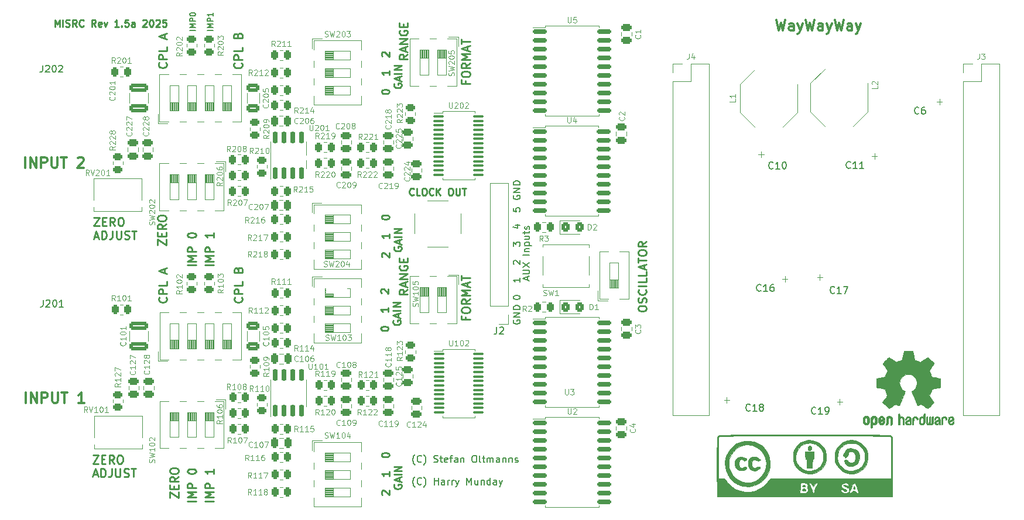
<source format=gbr>
%TF.GenerationSoftware,KiCad,Pcbnew,8.0.2*%
%TF.CreationDate,2025-02-26T15:06:23+00:00*%
%TF.ProjectId,misrc,6d697372-632e-46b6-9963-61645f706362,0.3*%
%TF.SameCoordinates,Original*%
%TF.FileFunction,Legend,Top*%
%TF.FilePolarity,Positive*%
%FSLAX46Y46*%
G04 Gerber Fmt 4.6, Leading zero omitted, Abs format (unit mm)*
G04 Created by KiCad (PCBNEW 8.0.2) date 2025-02-26 15:06:23*
%MOMM*%
%LPD*%
G01*
G04 APERTURE LIST*
G04 Aperture macros list*
%AMRoundRect*
0 Rectangle with rounded corners*
0 $1 Rounding radius*
0 $2 $3 $4 $5 $6 $7 $8 $9 X,Y pos of 4 corners*
0 Add a 4 corners polygon primitive as box body*
4,1,4,$2,$3,$4,$5,$6,$7,$8,$9,$2,$3,0*
0 Add four circle primitives for the rounded corners*
1,1,$1+$1,$2,$3*
1,1,$1+$1,$4,$5*
1,1,$1+$1,$6,$7*
1,1,$1+$1,$8,$9*
0 Add four rect primitives between the rounded corners*
20,1,$1+$1,$2,$3,$4,$5,0*
20,1,$1+$1,$4,$5,$6,$7,0*
20,1,$1+$1,$6,$7,$8,$9,0*
20,1,$1+$1,$8,$9,$2,$3,0*%
G04 Aperture macros list end*
%ADD10C,0.250000*%
%ADD11C,0.200000*%
%ADD12C,0.300000*%
%ADD13C,0.160000*%
%ADD14C,0.150000*%
%ADD15C,0.120000*%
%ADD16C,0.010000*%
%ADD17C,0.532905*%
%ADD18C,0.434210*%
%ADD19C,0.476609*%
%ADD20O,1.700000X1.700000*%
%ADD21RoundRect,0.150000X-0.875000X-0.150000X0.875000X-0.150000X0.875000X0.150000X-0.875000X0.150000X0*%
%ADD22R,2.440000X1.120000*%
%ADD23R,1.600000X1.600000*%
%ADD24C,1.600000*%
%ADD25RoundRect,0.250000X-0.475000X0.250000X-0.475000X-0.250000X0.475000X-0.250000X0.475000X0.250000X0*%
%ADD26RoundRect,0.250000X-0.262500X-0.450000X0.262500X-0.450000X0.262500X0.450000X-0.262500X0.450000X0*%
%ADD27R,1.700000X1.700000*%
%ADD28C,3.200000*%
%ADD29RoundRect,0.250000X-0.325000X-0.450000X0.325000X-0.450000X0.325000X0.450000X-0.325000X0.450000X0*%
%ADD30RoundRect,0.250000X1.100000X-0.325000X1.100000X0.325000X-1.100000X0.325000X-1.100000X-0.325000X0*%
%ADD31RoundRect,0.250000X-0.450000X0.262500X-0.450000X-0.262500X0.450000X-0.262500X0.450000X0.262500X0*%
%ADD32RoundRect,0.250000X0.450000X-0.262500X0.450000X0.262500X-0.450000X0.262500X-0.450000X-0.262500X0*%
%ADD33RoundRect,0.250000X0.262500X0.450000X-0.262500X0.450000X-0.262500X-0.450000X0.262500X-0.450000X0*%
%ADD34RoundRect,0.100000X-0.637500X-0.100000X0.637500X-0.100000X0.637500X0.100000X-0.637500X0.100000X0*%
%ADD35RoundRect,0.250000X-0.250000X-0.475000X0.250000X-0.475000X0.250000X0.475000X-0.250000X0.475000X0*%
%ADD36C,2.050000*%
%ADD37C,2.250000*%
%ADD38C,1.440000*%
%ADD39R,3.200000X2.000000*%
%ADD40R,1.120000X2.440000*%
%ADD41C,2.400000*%
%ADD42C,2.500000*%
%ADD43RoundRect,0.250000X0.475000X-0.250000X0.475000X0.250000X-0.475000X0.250000X-0.475000X-0.250000X0*%
%ADD44R,2.750000X1.000000*%
%ADD45RoundRect,0.250000X-0.650000X0.325000X-0.650000X-0.325000X0.650000X-0.325000X0.650000X0.325000X0*%
%ADD46RoundRect,0.150000X0.150000X-0.725000X0.150000X0.725000X-0.150000X0.725000X-0.150000X-0.725000X0*%
G04 APERTURE END LIST*
D10*
X92042142Y-134423812D02*
X90842142Y-134423812D01*
X92042142Y-133852383D02*
X90842142Y-133852383D01*
X90842142Y-133852383D02*
X91699285Y-133452383D01*
X91699285Y-133452383D02*
X90842142Y-133052383D01*
X90842142Y-133052383D02*
X92042142Y-133052383D01*
X92042142Y-132480954D02*
X90842142Y-132480954D01*
X90842142Y-132480954D02*
X90842142Y-132023811D01*
X90842142Y-132023811D02*
X90899285Y-131909526D01*
X90899285Y-131909526D02*
X90956428Y-131852383D01*
X90956428Y-131852383D02*
X91070714Y-131795240D01*
X91070714Y-131795240D02*
X91242142Y-131795240D01*
X91242142Y-131795240D02*
X91356428Y-131852383D01*
X91356428Y-131852383D02*
X91413571Y-131909526D01*
X91413571Y-131909526D02*
X91470714Y-132023811D01*
X91470714Y-132023811D02*
X91470714Y-132480954D01*
X92042142Y-129738097D02*
X92042142Y-130423811D01*
X92042142Y-130080954D02*
X90842142Y-130080954D01*
X90842142Y-130080954D02*
X91013571Y-130195240D01*
X91013571Y-130195240D02*
X91127857Y-130309525D01*
X91127857Y-130309525D02*
X91185000Y-130423811D01*
X116466204Y-133484003D02*
X116413823Y-133431622D01*
X116413823Y-133431622D02*
X116361442Y-133326860D01*
X116361442Y-133326860D02*
X116361442Y-133064955D01*
X116361442Y-133064955D02*
X116413823Y-132960193D01*
X116413823Y-132960193D02*
X116466204Y-132907812D01*
X116466204Y-132907812D02*
X116570966Y-132855431D01*
X116570966Y-132855431D02*
X116675728Y-132855431D01*
X116675728Y-132855431D02*
X116832871Y-132907812D01*
X116832871Y-132907812D02*
X117461442Y-133536384D01*
X117461442Y-133536384D02*
X117461442Y-132855431D01*
X117461442Y-130131622D02*
X117461442Y-130760194D01*
X117461442Y-130445908D02*
X116361442Y-130445908D01*
X116361442Y-130445908D02*
X116518585Y-130550670D01*
X116518585Y-130550670D02*
X116623347Y-130655432D01*
X116623347Y-130655432D02*
X116675728Y-130760194D01*
X116361442Y-127774480D02*
X116361442Y-127669718D01*
X116361442Y-127669718D02*
X116413823Y-127564956D01*
X116413823Y-127564956D02*
X116466204Y-127512575D01*
X116466204Y-127512575D02*
X116570966Y-127460194D01*
X116570966Y-127460194D02*
X116780490Y-127407813D01*
X116780490Y-127407813D02*
X117042395Y-127407813D01*
X117042395Y-127407813D02*
X117251919Y-127460194D01*
X117251919Y-127460194D02*
X117356681Y-127512575D01*
X117356681Y-127512575D02*
X117409062Y-127564956D01*
X117409062Y-127564956D02*
X117461442Y-127669718D01*
X117461442Y-127669718D02*
X117461442Y-127774480D01*
X117461442Y-127774480D02*
X117409062Y-127879242D01*
X117409062Y-127879242D02*
X117356681Y-127931623D01*
X117356681Y-127931623D02*
X117251919Y-127984004D01*
X117251919Y-127984004D02*
X117042395Y-128036385D01*
X117042395Y-128036385D02*
X116780490Y-128036385D01*
X116780490Y-128036385D02*
X116570966Y-127984004D01*
X116570966Y-127984004D02*
X116466204Y-127931623D01*
X116466204Y-127931623D02*
X116413823Y-127879242D01*
X116413823Y-127879242D02*
X116361442Y-127774480D01*
X118184761Y-132017336D02*
X118132380Y-132122098D01*
X118132380Y-132122098D02*
X118132380Y-132279241D01*
X118132380Y-132279241D02*
X118184761Y-132436384D01*
X118184761Y-132436384D02*
X118289523Y-132541146D01*
X118289523Y-132541146D02*
X118394285Y-132593527D01*
X118394285Y-132593527D02*
X118603809Y-132645908D01*
X118603809Y-132645908D02*
X118760952Y-132645908D01*
X118760952Y-132645908D02*
X118970476Y-132593527D01*
X118970476Y-132593527D02*
X119075238Y-132541146D01*
X119075238Y-132541146D02*
X119180000Y-132436384D01*
X119180000Y-132436384D02*
X119232380Y-132279241D01*
X119232380Y-132279241D02*
X119232380Y-132174479D01*
X119232380Y-132174479D02*
X119180000Y-132017336D01*
X119180000Y-132017336D02*
X119127619Y-131964955D01*
X119127619Y-131964955D02*
X118760952Y-131964955D01*
X118760952Y-131964955D02*
X118760952Y-132174479D01*
X118918095Y-131545908D02*
X118918095Y-131022098D01*
X119232380Y-131650670D02*
X118132380Y-131284003D01*
X118132380Y-131284003D02*
X119232380Y-130917336D01*
X119232380Y-130550670D02*
X118132380Y-130550670D01*
X119232380Y-130026860D02*
X118132380Y-130026860D01*
X118132380Y-130026860D02*
X119232380Y-129398288D01*
X119232380Y-129398288D02*
X118132380Y-129398288D01*
D11*
X137461504Y-102437945D02*
X137461504Y-101961755D01*
X137747219Y-102533183D02*
X136747219Y-102199850D01*
X136747219Y-102199850D02*
X137747219Y-101866517D01*
X136747219Y-101533183D02*
X137556742Y-101533183D01*
X137556742Y-101533183D02*
X137651980Y-101485564D01*
X137651980Y-101485564D02*
X137699600Y-101437945D01*
X137699600Y-101437945D02*
X137747219Y-101342707D01*
X137747219Y-101342707D02*
X137747219Y-101152231D01*
X137747219Y-101152231D02*
X137699600Y-101056993D01*
X137699600Y-101056993D02*
X137651980Y-101009374D01*
X137651980Y-101009374D02*
X137556742Y-100961755D01*
X137556742Y-100961755D02*
X136747219Y-100961755D01*
X136747219Y-100580802D02*
X137747219Y-99914136D01*
X136747219Y-99914136D02*
X137747219Y-100580802D01*
X137747219Y-98771278D02*
X136747219Y-98771278D01*
X137080552Y-98295088D02*
X137747219Y-98295088D01*
X137175790Y-98295088D02*
X137128171Y-98247469D01*
X137128171Y-98247469D02*
X137080552Y-98152231D01*
X137080552Y-98152231D02*
X137080552Y-98009374D01*
X137080552Y-98009374D02*
X137128171Y-97914136D01*
X137128171Y-97914136D02*
X137223409Y-97866517D01*
X137223409Y-97866517D02*
X137747219Y-97866517D01*
X137080552Y-97390326D02*
X138080552Y-97390326D01*
X137128171Y-97390326D02*
X137080552Y-97295088D01*
X137080552Y-97295088D02*
X137080552Y-97104612D01*
X137080552Y-97104612D02*
X137128171Y-97009374D01*
X137128171Y-97009374D02*
X137175790Y-96961755D01*
X137175790Y-96961755D02*
X137271028Y-96914136D01*
X137271028Y-96914136D02*
X137556742Y-96914136D01*
X137556742Y-96914136D02*
X137651980Y-96961755D01*
X137651980Y-96961755D02*
X137699600Y-97009374D01*
X137699600Y-97009374D02*
X137747219Y-97104612D01*
X137747219Y-97104612D02*
X137747219Y-97295088D01*
X137747219Y-97295088D02*
X137699600Y-97390326D01*
X137080552Y-96056993D02*
X137747219Y-96056993D01*
X137080552Y-96485564D02*
X137604361Y-96485564D01*
X137604361Y-96485564D02*
X137699600Y-96437945D01*
X137699600Y-96437945D02*
X137747219Y-96342707D01*
X137747219Y-96342707D02*
X137747219Y-96199850D01*
X137747219Y-96199850D02*
X137699600Y-96104612D01*
X137699600Y-96104612D02*
X137651980Y-96056993D01*
X137080552Y-95723659D02*
X137080552Y-95342707D01*
X136747219Y-95580802D02*
X137604361Y-95580802D01*
X137604361Y-95580802D02*
X137699600Y-95533183D01*
X137699600Y-95533183D02*
X137747219Y-95437945D01*
X137747219Y-95437945D02*
X137747219Y-95342707D01*
X137699600Y-95056992D02*
X137747219Y-94961754D01*
X137747219Y-94961754D02*
X137747219Y-94771278D01*
X137747219Y-94771278D02*
X137699600Y-94676040D01*
X137699600Y-94676040D02*
X137604361Y-94628421D01*
X137604361Y-94628421D02*
X137556742Y-94628421D01*
X137556742Y-94628421D02*
X137461504Y-94676040D01*
X137461504Y-94676040D02*
X137413885Y-94771278D01*
X137413885Y-94771278D02*
X137413885Y-94914135D01*
X137413885Y-94914135D02*
X137366266Y-95009373D01*
X137366266Y-95009373D02*
X137271028Y-95056992D01*
X137271028Y-95056992D02*
X137223409Y-95056992D01*
X137223409Y-95056992D02*
X137128171Y-95009373D01*
X137128171Y-95009373D02*
X137080552Y-94914135D01*
X137080552Y-94914135D02*
X137080552Y-94771278D01*
X137080552Y-94771278D02*
X137128171Y-94676040D01*
D10*
X85175857Y-70964098D02*
X85233000Y-71021241D01*
X85233000Y-71021241D02*
X85290142Y-71192669D01*
X85290142Y-71192669D02*
X85290142Y-71306955D01*
X85290142Y-71306955D02*
X85233000Y-71478384D01*
X85233000Y-71478384D02*
X85118714Y-71592669D01*
X85118714Y-71592669D02*
X85004428Y-71649812D01*
X85004428Y-71649812D02*
X84775857Y-71706955D01*
X84775857Y-71706955D02*
X84604428Y-71706955D01*
X84604428Y-71706955D02*
X84375857Y-71649812D01*
X84375857Y-71649812D02*
X84261571Y-71592669D01*
X84261571Y-71592669D02*
X84147285Y-71478384D01*
X84147285Y-71478384D02*
X84090142Y-71306955D01*
X84090142Y-71306955D02*
X84090142Y-71192669D01*
X84090142Y-71192669D02*
X84147285Y-71021241D01*
X84147285Y-71021241D02*
X84204428Y-70964098D01*
X85290142Y-70449812D02*
X84090142Y-70449812D01*
X84090142Y-70449812D02*
X84090142Y-69992669D01*
X84090142Y-69992669D02*
X84147285Y-69878384D01*
X84147285Y-69878384D02*
X84204428Y-69821241D01*
X84204428Y-69821241D02*
X84318714Y-69764098D01*
X84318714Y-69764098D02*
X84490142Y-69764098D01*
X84490142Y-69764098D02*
X84604428Y-69821241D01*
X84604428Y-69821241D02*
X84661571Y-69878384D01*
X84661571Y-69878384D02*
X84718714Y-69992669D01*
X84718714Y-69992669D02*
X84718714Y-70449812D01*
X85290142Y-68678384D02*
X85290142Y-69249812D01*
X85290142Y-69249812D02*
X84090142Y-69249812D01*
X84947285Y-67421240D02*
X84947285Y-66849812D01*
X85290142Y-67535526D02*
X84090142Y-67135526D01*
X84090142Y-67135526D02*
X85290142Y-66735526D01*
D12*
X64854510Y-86130828D02*
X64854510Y-84630828D01*
X65568796Y-86130828D02*
X65568796Y-84630828D01*
X65568796Y-84630828D02*
X66425939Y-86130828D01*
X66425939Y-86130828D02*
X66425939Y-84630828D01*
X67140225Y-86130828D02*
X67140225Y-84630828D01*
X67140225Y-84630828D02*
X67711654Y-84630828D01*
X67711654Y-84630828D02*
X67854511Y-84702257D01*
X67854511Y-84702257D02*
X67925940Y-84773685D01*
X67925940Y-84773685D02*
X67997368Y-84916542D01*
X67997368Y-84916542D02*
X67997368Y-85130828D01*
X67997368Y-85130828D02*
X67925940Y-85273685D01*
X67925940Y-85273685D02*
X67854511Y-85345114D01*
X67854511Y-85345114D02*
X67711654Y-85416542D01*
X67711654Y-85416542D02*
X67140225Y-85416542D01*
X68640225Y-84630828D02*
X68640225Y-85845114D01*
X68640225Y-85845114D02*
X68711654Y-85987971D01*
X68711654Y-85987971D02*
X68783083Y-86059400D01*
X68783083Y-86059400D02*
X68925940Y-86130828D01*
X68925940Y-86130828D02*
X69211654Y-86130828D01*
X69211654Y-86130828D02*
X69354511Y-86059400D01*
X69354511Y-86059400D02*
X69425940Y-85987971D01*
X69425940Y-85987971D02*
X69497368Y-85845114D01*
X69497368Y-85845114D02*
X69497368Y-84630828D01*
X69997369Y-84630828D02*
X70854512Y-84630828D01*
X70425940Y-86130828D02*
X70425940Y-84630828D01*
X72425940Y-84773685D02*
X72497368Y-84702257D01*
X72497368Y-84702257D02*
X72640226Y-84630828D01*
X72640226Y-84630828D02*
X72997368Y-84630828D01*
X72997368Y-84630828D02*
X73140226Y-84702257D01*
X73140226Y-84702257D02*
X73211654Y-84773685D01*
X73211654Y-84773685D02*
X73283083Y-84916542D01*
X73283083Y-84916542D02*
X73283083Y-85059400D01*
X73283083Y-85059400D02*
X73211654Y-85273685D01*
X73211654Y-85273685D02*
X72354511Y-86130828D01*
X72354511Y-86130828D02*
X73283083Y-86130828D01*
D11*
X135725552Y-94451755D02*
X136392219Y-94451755D01*
X135344600Y-94689850D02*
X136058885Y-94927945D01*
X136058885Y-94927945D02*
X136058885Y-94308898D01*
D10*
X85762142Y-133903098D02*
X85762142Y-133103098D01*
X85762142Y-133103098D02*
X86962142Y-133903098D01*
X86962142Y-133903098D02*
X86962142Y-133103098D01*
X86333571Y-132645955D02*
X86333571Y-132245955D01*
X86962142Y-132074527D02*
X86962142Y-132645955D01*
X86962142Y-132645955D02*
X85762142Y-132645955D01*
X85762142Y-132645955D02*
X85762142Y-132074527D01*
X86962142Y-130874527D02*
X86390714Y-131274527D01*
X86962142Y-131560241D02*
X85762142Y-131560241D01*
X85762142Y-131560241D02*
X85762142Y-131103098D01*
X85762142Y-131103098D02*
X85819285Y-130988813D01*
X85819285Y-130988813D02*
X85876428Y-130931670D01*
X85876428Y-130931670D02*
X85990714Y-130874527D01*
X85990714Y-130874527D02*
X86162142Y-130874527D01*
X86162142Y-130874527D02*
X86276428Y-130931670D01*
X86276428Y-130931670D02*
X86333571Y-130988813D01*
X86333571Y-130988813D02*
X86390714Y-131103098D01*
X86390714Y-131103098D02*
X86390714Y-131560241D01*
X85762142Y-130131670D02*
X85762142Y-129903098D01*
X85762142Y-129903098D02*
X85819285Y-129788813D01*
X85819285Y-129788813D02*
X85933571Y-129674527D01*
X85933571Y-129674527D02*
X86162142Y-129617384D01*
X86162142Y-129617384D02*
X86562142Y-129617384D01*
X86562142Y-129617384D02*
X86790714Y-129674527D01*
X86790714Y-129674527D02*
X86905000Y-129788813D01*
X86905000Y-129788813D02*
X86962142Y-129903098D01*
X86962142Y-129903098D02*
X86962142Y-130131670D01*
X86962142Y-130131670D02*
X86905000Y-130245956D01*
X86905000Y-130245956D02*
X86790714Y-130360241D01*
X86790714Y-130360241D02*
X86562142Y-130417384D01*
X86562142Y-130417384D02*
X86162142Y-130417384D01*
X86162142Y-130417384D02*
X85933571Y-130360241D01*
X85933571Y-130360241D02*
X85819285Y-130245956D01*
X85819285Y-130245956D02*
X85762142Y-130131670D01*
D12*
X64934510Y-120170828D02*
X64934510Y-118670828D01*
X65648796Y-120170828D02*
X65648796Y-118670828D01*
X65648796Y-118670828D02*
X66505939Y-120170828D01*
X66505939Y-120170828D02*
X66505939Y-118670828D01*
X67220225Y-120170828D02*
X67220225Y-118670828D01*
X67220225Y-118670828D02*
X67791654Y-118670828D01*
X67791654Y-118670828D02*
X67934511Y-118742257D01*
X67934511Y-118742257D02*
X68005940Y-118813685D01*
X68005940Y-118813685D02*
X68077368Y-118956542D01*
X68077368Y-118956542D02*
X68077368Y-119170828D01*
X68077368Y-119170828D02*
X68005940Y-119313685D01*
X68005940Y-119313685D02*
X67934511Y-119385114D01*
X67934511Y-119385114D02*
X67791654Y-119456542D01*
X67791654Y-119456542D02*
X67220225Y-119456542D01*
X68720225Y-118670828D02*
X68720225Y-119885114D01*
X68720225Y-119885114D02*
X68791654Y-120027971D01*
X68791654Y-120027971D02*
X68863083Y-120099400D01*
X68863083Y-120099400D02*
X69005940Y-120170828D01*
X69005940Y-120170828D02*
X69291654Y-120170828D01*
X69291654Y-120170828D02*
X69434511Y-120099400D01*
X69434511Y-120099400D02*
X69505940Y-120027971D01*
X69505940Y-120027971D02*
X69577368Y-119885114D01*
X69577368Y-119885114D02*
X69577368Y-118670828D01*
X70077369Y-118670828D02*
X70934512Y-118670828D01*
X70505940Y-120170828D02*
X70505940Y-118670828D01*
X73363083Y-120170828D02*
X72505940Y-120170828D01*
X72934511Y-120170828D02*
X72934511Y-118670828D01*
X72934511Y-118670828D02*
X72791654Y-118885114D01*
X72791654Y-118885114D02*
X72648797Y-119027971D01*
X72648797Y-119027971D02*
X72505940Y-119099400D01*
D10*
X92042142Y-100260812D02*
X90842142Y-100260812D01*
X92042142Y-99689383D02*
X90842142Y-99689383D01*
X90842142Y-99689383D02*
X91699285Y-99289383D01*
X91699285Y-99289383D02*
X90842142Y-98889383D01*
X90842142Y-98889383D02*
X92042142Y-98889383D01*
X92042142Y-98317954D02*
X90842142Y-98317954D01*
X90842142Y-98317954D02*
X90842142Y-97860811D01*
X90842142Y-97860811D02*
X90899285Y-97746526D01*
X90899285Y-97746526D02*
X90956428Y-97689383D01*
X90956428Y-97689383D02*
X91070714Y-97632240D01*
X91070714Y-97632240D02*
X91242142Y-97632240D01*
X91242142Y-97632240D02*
X91356428Y-97689383D01*
X91356428Y-97689383D02*
X91413571Y-97746526D01*
X91413571Y-97746526D02*
X91470714Y-97860811D01*
X91470714Y-97860811D02*
X91470714Y-98317954D01*
X92042142Y-95575097D02*
X92042142Y-96260811D01*
X92042142Y-95917954D02*
X90842142Y-95917954D01*
X90842142Y-95917954D02*
X91013571Y-96032240D01*
X91013571Y-96032240D02*
X91127857Y-96146525D01*
X91127857Y-96146525D02*
X91185000Y-96260811D01*
D11*
X135392219Y-104976850D02*
X135392219Y-104881612D01*
X135392219Y-104881612D02*
X135439838Y-104786374D01*
X135439838Y-104786374D02*
X135487457Y-104738755D01*
X135487457Y-104738755D02*
X135582695Y-104691136D01*
X135582695Y-104691136D02*
X135773171Y-104643517D01*
X135773171Y-104643517D02*
X136011266Y-104643517D01*
X136011266Y-104643517D02*
X136201742Y-104691136D01*
X136201742Y-104691136D02*
X136296980Y-104738755D01*
X136296980Y-104738755D02*
X136344600Y-104786374D01*
X136344600Y-104786374D02*
X136392219Y-104881612D01*
X136392219Y-104881612D02*
X136392219Y-104976850D01*
X136392219Y-104976850D02*
X136344600Y-105072088D01*
X136344600Y-105072088D02*
X136296980Y-105119707D01*
X136296980Y-105119707D02*
X136201742Y-105167326D01*
X136201742Y-105167326D02*
X136011266Y-105214945D01*
X136011266Y-105214945D02*
X135773171Y-105214945D01*
X135773171Y-105214945D02*
X135582695Y-105167326D01*
X135582695Y-105167326D02*
X135487457Y-105119707D01*
X135487457Y-105119707D02*
X135439838Y-105072088D01*
X135439838Y-105072088D02*
X135392219Y-104976850D01*
D13*
X89428775Y-66252260D02*
X88628775Y-66252260D01*
X89428775Y-65871308D02*
X88628775Y-65871308D01*
X88628775Y-65871308D02*
X89200203Y-65604642D01*
X89200203Y-65604642D02*
X88628775Y-65337975D01*
X88628775Y-65337975D02*
X89428775Y-65337975D01*
X89428775Y-64957022D02*
X88628775Y-64957022D01*
X88628775Y-64957022D02*
X88628775Y-64652260D01*
X88628775Y-64652260D02*
X88666870Y-64576070D01*
X88666870Y-64576070D02*
X88704965Y-64537975D01*
X88704965Y-64537975D02*
X88781156Y-64499879D01*
X88781156Y-64499879D02*
X88895441Y-64499879D01*
X88895441Y-64499879D02*
X88971632Y-64537975D01*
X88971632Y-64537975D02*
X89009727Y-64576070D01*
X89009727Y-64576070D02*
X89047822Y-64652260D01*
X89047822Y-64652260D02*
X89047822Y-64957022D01*
X88628775Y-64004641D02*
X88628775Y-63928451D01*
X88628775Y-63928451D02*
X88666870Y-63852260D01*
X88666870Y-63852260D02*
X88704965Y-63814165D01*
X88704965Y-63814165D02*
X88781156Y-63776070D01*
X88781156Y-63776070D02*
X88933537Y-63737975D01*
X88933537Y-63737975D02*
X89124013Y-63737975D01*
X89124013Y-63737975D02*
X89276394Y-63776070D01*
X89276394Y-63776070D02*
X89352584Y-63814165D01*
X89352584Y-63814165D02*
X89390680Y-63852260D01*
X89390680Y-63852260D02*
X89428775Y-63928451D01*
X89428775Y-63928451D02*
X89428775Y-64004641D01*
X89428775Y-64004641D02*
X89390680Y-64080832D01*
X89390680Y-64080832D02*
X89352584Y-64118927D01*
X89352584Y-64118927D02*
X89276394Y-64157022D01*
X89276394Y-64157022D02*
X89124013Y-64195118D01*
X89124013Y-64195118D02*
X88933537Y-64195118D01*
X88933537Y-64195118D02*
X88781156Y-64157022D01*
X88781156Y-64157022D02*
X88704965Y-64118927D01*
X88704965Y-64118927D02*
X88666870Y-64080832D01*
X88666870Y-64080832D02*
X88628775Y-64004641D01*
D10*
X116234442Y-109473098D02*
X116234442Y-109368336D01*
X116234442Y-109368336D02*
X116286823Y-109263574D01*
X116286823Y-109263574D02*
X116339204Y-109211193D01*
X116339204Y-109211193D02*
X116443966Y-109158812D01*
X116443966Y-109158812D02*
X116653490Y-109106431D01*
X116653490Y-109106431D02*
X116915395Y-109106431D01*
X116915395Y-109106431D02*
X117124919Y-109158812D01*
X117124919Y-109158812D02*
X117229681Y-109211193D01*
X117229681Y-109211193D02*
X117282062Y-109263574D01*
X117282062Y-109263574D02*
X117334442Y-109368336D01*
X117334442Y-109368336D02*
X117334442Y-109473098D01*
X117334442Y-109473098D02*
X117282062Y-109577860D01*
X117282062Y-109577860D02*
X117229681Y-109630241D01*
X117229681Y-109630241D02*
X117124919Y-109682622D01*
X117124919Y-109682622D02*
X116915395Y-109735003D01*
X116915395Y-109735003D02*
X116653490Y-109735003D01*
X116653490Y-109735003D02*
X116443966Y-109682622D01*
X116443966Y-109682622D02*
X116339204Y-109630241D01*
X116339204Y-109630241D02*
X116286823Y-109577860D01*
X116286823Y-109577860D02*
X116234442Y-109473098D01*
X117334442Y-106382622D02*
X117334442Y-107011194D01*
X117334442Y-106696908D02*
X116234442Y-106696908D01*
X116234442Y-106696908D02*
X116391585Y-106801670D01*
X116391585Y-106801670D02*
X116496347Y-106906432D01*
X116496347Y-106906432D02*
X116548728Y-107011194D01*
X116339204Y-104287385D02*
X116286823Y-104235004D01*
X116286823Y-104235004D02*
X116234442Y-104130242D01*
X116234442Y-104130242D02*
X116234442Y-103868337D01*
X116234442Y-103868337D02*
X116286823Y-103763575D01*
X116286823Y-103763575D02*
X116339204Y-103711194D01*
X116339204Y-103711194D02*
X116443966Y-103658813D01*
X116443966Y-103658813D02*
X116548728Y-103658813D01*
X116548728Y-103658813D02*
X116705871Y-103711194D01*
X116705871Y-103711194D02*
X117334442Y-104339766D01*
X117334442Y-104339766D02*
X117334442Y-103658813D01*
X118057761Y-108268336D02*
X118005380Y-108373098D01*
X118005380Y-108373098D02*
X118005380Y-108530241D01*
X118005380Y-108530241D02*
X118057761Y-108687384D01*
X118057761Y-108687384D02*
X118162523Y-108792146D01*
X118162523Y-108792146D02*
X118267285Y-108844527D01*
X118267285Y-108844527D02*
X118476809Y-108896908D01*
X118476809Y-108896908D02*
X118633952Y-108896908D01*
X118633952Y-108896908D02*
X118843476Y-108844527D01*
X118843476Y-108844527D02*
X118948238Y-108792146D01*
X118948238Y-108792146D02*
X119053000Y-108687384D01*
X119053000Y-108687384D02*
X119105380Y-108530241D01*
X119105380Y-108530241D02*
X119105380Y-108425479D01*
X119105380Y-108425479D02*
X119053000Y-108268336D01*
X119053000Y-108268336D02*
X119000619Y-108215955D01*
X119000619Y-108215955D02*
X118633952Y-108215955D01*
X118633952Y-108215955D02*
X118633952Y-108425479D01*
X118791095Y-107796908D02*
X118791095Y-107273098D01*
X119105380Y-107901670D02*
X118005380Y-107535003D01*
X118005380Y-107535003D02*
X119105380Y-107168336D01*
X119105380Y-106801670D02*
X118005380Y-106801670D01*
X119105380Y-106277860D02*
X118005380Y-106277860D01*
X118005380Y-106277860D02*
X119105380Y-105649288D01*
X119105380Y-105649288D02*
X118005380Y-105649288D01*
D11*
X135439838Y-108199517D02*
X135392219Y-108294755D01*
X135392219Y-108294755D02*
X135392219Y-108437612D01*
X135392219Y-108437612D02*
X135439838Y-108580469D01*
X135439838Y-108580469D02*
X135535076Y-108675707D01*
X135535076Y-108675707D02*
X135630314Y-108723326D01*
X135630314Y-108723326D02*
X135820790Y-108770945D01*
X135820790Y-108770945D02*
X135963647Y-108770945D01*
X135963647Y-108770945D02*
X136154123Y-108723326D01*
X136154123Y-108723326D02*
X136249361Y-108675707D01*
X136249361Y-108675707D02*
X136344600Y-108580469D01*
X136344600Y-108580469D02*
X136392219Y-108437612D01*
X136392219Y-108437612D02*
X136392219Y-108342374D01*
X136392219Y-108342374D02*
X136344600Y-108199517D01*
X136344600Y-108199517D02*
X136296980Y-108151898D01*
X136296980Y-108151898D02*
X135963647Y-108151898D01*
X135963647Y-108151898D02*
X135963647Y-108342374D01*
X136392219Y-107723326D02*
X135392219Y-107723326D01*
X135392219Y-107723326D02*
X136392219Y-107151898D01*
X136392219Y-107151898D02*
X135392219Y-107151898D01*
X136392219Y-106675707D02*
X135392219Y-106675707D01*
X135392219Y-106675707D02*
X135392219Y-106437612D01*
X135392219Y-106437612D02*
X135439838Y-106294755D01*
X135439838Y-106294755D02*
X135535076Y-106199517D01*
X135535076Y-106199517D02*
X135630314Y-106151898D01*
X135630314Y-106151898D02*
X135820790Y-106104279D01*
X135820790Y-106104279D02*
X135963647Y-106104279D01*
X135963647Y-106104279D02*
X136154123Y-106151898D01*
X136154123Y-106151898D02*
X136249361Y-106199517D01*
X136249361Y-106199517D02*
X136344600Y-106294755D01*
X136344600Y-106294755D02*
X136392219Y-106437612D01*
X136392219Y-106437612D02*
X136392219Y-106675707D01*
D14*
X121172493Y-129180855D02*
X121124874Y-129133236D01*
X121124874Y-129133236D02*
X121029636Y-128990379D01*
X121029636Y-128990379D02*
X120982017Y-128895141D01*
X120982017Y-128895141D02*
X120934398Y-128752284D01*
X120934398Y-128752284D02*
X120886779Y-128514188D01*
X120886779Y-128514188D02*
X120886779Y-128323712D01*
X120886779Y-128323712D02*
X120934398Y-128085617D01*
X120934398Y-128085617D02*
X120982017Y-127942760D01*
X120982017Y-127942760D02*
X121029636Y-127847522D01*
X121029636Y-127847522D02*
X121124874Y-127704664D01*
X121124874Y-127704664D02*
X121172493Y-127657045D01*
X122124874Y-128704664D02*
X122077255Y-128752284D01*
X122077255Y-128752284D02*
X121934398Y-128799903D01*
X121934398Y-128799903D02*
X121839160Y-128799903D01*
X121839160Y-128799903D02*
X121696303Y-128752284D01*
X121696303Y-128752284D02*
X121601065Y-128657045D01*
X121601065Y-128657045D02*
X121553446Y-128561807D01*
X121553446Y-128561807D02*
X121505827Y-128371331D01*
X121505827Y-128371331D02*
X121505827Y-128228474D01*
X121505827Y-128228474D02*
X121553446Y-128037998D01*
X121553446Y-128037998D02*
X121601065Y-127942760D01*
X121601065Y-127942760D02*
X121696303Y-127847522D01*
X121696303Y-127847522D02*
X121839160Y-127799903D01*
X121839160Y-127799903D02*
X121934398Y-127799903D01*
X121934398Y-127799903D02*
X122077255Y-127847522D01*
X122077255Y-127847522D02*
X122124874Y-127895141D01*
X122458208Y-129180855D02*
X122505827Y-129133236D01*
X122505827Y-129133236D02*
X122601065Y-128990379D01*
X122601065Y-128990379D02*
X122648684Y-128895141D01*
X122648684Y-128895141D02*
X122696303Y-128752284D01*
X122696303Y-128752284D02*
X122743922Y-128514188D01*
X122743922Y-128514188D02*
X122743922Y-128323712D01*
X122743922Y-128323712D02*
X122696303Y-128085617D01*
X122696303Y-128085617D02*
X122648684Y-127942760D01*
X122648684Y-127942760D02*
X122601065Y-127847522D01*
X122601065Y-127847522D02*
X122505827Y-127704664D01*
X122505827Y-127704664D02*
X122458208Y-127657045D01*
X123934399Y-128752284D02*
X124077256Y-128799903D01*
X124077256Y-128799903D02*
X124315351Y-128799903D01*
X124315351Y-128799903D02*
X124410589Y-128752284D01*
X124410589Y-128752284D02*
X124458208Y-128704664D01*
X124458208Y-128704664D02*
X124505827Y-128609426D01*
X124505827Y-128609426D02*
X124505827Y-128514188D01*
X124505827Y-128514188D02*
X124458208Y-128418950D01*
X124458208Y-128418950D02*
X124410589Y-128371331D01*
X124410589Y-128371331D02*
X124315351Y-128323712D01*
X124315351Y-128323712D02*
X124124875Y-128276093D01*
X124124875Y-128276093D02*
X124029637Y-128228474D01*
X124029637Y-128228474D02*
X123982018Y-128180855D01*
X123982018Y-128180855D02*
X123934399Y-128085617D01*
X123934399Y-128085617D02*
X123934399Y-127990379D01*
X123934399Y-127990379D02*
X123982018Y-127895141D01*
X123982018Y-127895141D02*
X124029637Y-127847522D01*
X124029637Y-127847522D02*
X124124875Y-127799903D01*
X124124875Y-127799903D02*
X124362970Y-127799903D01*
X124362970Y-127799903D02*
X124505827Y-127847522D01*
X124791542Y-128133236D02*
X125172494Y-128133236D01*
X124934399Y-127799903D02*
X124934399Y-128657045D01*
X124934399Y-128657045D02*
X124982018Y-128752284D01*
X124982018Y-128752284D02*
X125077256Y-128799903D01*
X125077256Y-128799903D02*
X125172494Y-128799903D01*
X125886780Y-128752284D02*
X125791542Y-128799903D01*
X125791542Y-128799903D02*
X125601066Y-128799903D01*
X125601066Y-128799903D02*
X125505828Y-128752284D01*
X125505828Y-128752284D02*
X125458209Y-128657045D01*
X125458209Y-128657045D02*
X125458209Y-128276093D01*
X125458209Y-128276093D02*
X125505828Y-128180855D01*
X125505828Y-128180855D02*
X125601066Y-128133236D01*
X125601066Y-128133236D02*
X125791542Y-128133236D01*
X125791542Y-128133236D02*
X125886780Y-128180855D01*
X125886780Y-128180855D02*
X125934399Y-128276093D01*
X125934399Y-128276093D02*
X125934399Y-128371331D01*
X125934399Y-128371331D02*
X125458209Y-128466569D01*
X126220114Y-128133236D02*
X126601066Y-128133236D01*
X126362971Y-128799903D02*
X126362971Y-127942760D01*
X126362971Y-127942760D02*
X126410590Y-127847522D01*
X126410590Y-127847522D02*
X126505828Y-127799903D01*
X126505828Y-127799903D02*
X126601066Y-127799903D01*
X127362971Y-128799903D02*
X127362971Y-128276093D01*
X127362971Y-128276093D02*
X127315352Y-128180855D01*
X127315352Y-128180855D02*
X127220114Y-128133236D01*
X127220114Y-128133236D02*
X127029638Y-128133236D01*
X127029638Y-128133236D02*
X126934400Y-128180855D01*
X127362971Y-128752284D02*
X127267733Y-128799903D01*
X127267733Y-128799903D02*
X127029638Y-128799903D01*
X127029638Y-128799903D02*
X126934400Y-128752284D01*
X126934400Y-128752284D02*
X126886781Y-128657045D01*
X126886781Y-128657045D02*
X126886781Y-128561807D01*
X126886781Y-128561807D02*
X126934400Y-128466569D01*
X126934400Y-128466569D02*
X127029638Y-128418950D01*
X127029638Y-128418950D02*
X127267733Y-128418950D01*
X127267733Y-128418950D02*
X127362971Y-128371331D01*
X127839162Y-128133236D02*
X127839162Y-128799903D01*
X127839162Y-128228474D02*
X127886781Y-128180855D01*
X127886781Y-128180855D02*
X127982019Y-128133236D01*
X127982019Y-128133236D02*
X128124876Y-128133236D01*
X128124876Y-128133236D02*
X128220114Y-128180855D01*
X128220114Y-128180855D02*
X128267733Y-128276093D01*
X128267733Y-128276093D02*
X128267733Y-128799903D01*
X129696305Y-127799903D02*
X129886781Y-127799903D01*
X129886781Y-127799903D02*
X129982019Y-127847522D01*
X129982019Y-127847522D02*
X130077257Y-127942760D01*
X130077257Y-127942760D02*
X130124876Y-128133236D01*
X130124876Y-128133236D02*
X130124876Y-128466569D01*
X130124876Y-128466569D02*
X130077257Y-128657045D01*
X130077257Y-128657045D02*
X129982019Y-128752284D01*
X129982019Y-128752284D02*
X129886781Y-128799903D01*
X129886781Y-128799903D02*
X129696305Y-128799903D01*
X129696305Y-128799903D02*
X129601067Y-128752284D01*
X129601067Y-128752284D02*
X129505829Y-128657045D01*
X129505829Y-128657045D02*
X129458210Y-128466569D01*
X129458210Y-128466569D02*
X129458210Y-128133236D01*
X129458210Y-128133236D02*
X129505829Y-127942760D01*
X129505829Y-127942760D02*
X129601067Y-127847522D01*
X129601067Y-127847522D02*
X129696305Y-127799903D01*
X130696305Y-128799903D02*
X130601067Y-128752284D01*
X130601067Y-128752284D02*
X130553448Y-128657045D01*
X130553448Y-128657045D02*
X130553448Y-127799903D01*
X130934401Y-128133236D02*
X131315353Y-128133236D01*
X131077258Y-127799903D02*
X131077258Y-128657045D01*
X131077258Y-128657045D02*
X131124877Y-128752284D01*
X131124877Y-128752284D02*
X131220115Y-128799903D01*
X131220115Y-128799903D02*
X131315353Y-128799903D01*
X131648687Y-128799903D02*
X131648687Y-128133236D01*
X131648687Y-128228474D02*
X131696306Y-128180855D01*
X131696306Y-128180855D02*
X131791544Y-128133236D01*
X131791544Y-128133236D02*
X131934401Y-128133236D01*
X131934401Y-128133236D02*
X132029639Y-128180855D01*
X132029639Y-128180855D02*
X132077258Y-128276093D01*
X132077258Y-128276093D02*
X132077258Y-128799903D01*
X132077258Y-128276093D02*
X132124877Y-128180855D01*
X132124877Y-128180855D02*
X132220115Y-128133236D01*
X132220115Y-128133236D02*
X132362972Y-128133236D01*
X132362972Y-128133236D02*
X132458211Y-128180855D01*
X132458211Y-128180855D02*
X132505830Y-128276093D01*
X132505830Y-128276093D02*
X132505830Y-128799903D01*
X133410591Y-128799903D02*
X133410591Y-128276093D01*
X133410591Y-128276093D02*
X133362972Y-128180855D01*
X133362972Y-128180855D02*
X133267734Y-128133236D01*
X133267734Y-128133236D02*
X133077258Y-128133236D01*
X133077258Y-128133236D02*
X132982020Y-128180855D01*
X133410591Y-128752284D02*
X133315353Y-128799903D01*
X133315353Y-128799903D02*
X133077258Y-128799903D01*
X133077258Y-128799903D02*
X132982020Y-128752284D01*
X132982020Y-128752284D02*
X132934401Y-128657045D01*
X132934401Y-128657045D02*
X132934401Y-128561807D01*
X132934401Y-128561807D02*
X132982020Y-128466569D01*
X132982020Y-128466569D02*
X133077258Y-128418950D01*
X133077258Y-128418950D02*
X133315353Y-128418950D01*
X133315353Y-128418950D02*
X133410591Y-128371331D01*
X133886782Y-128133236D02*
X133886782Y-128799903D01*
X133886782Y-128228474D02*
X133934401Y-128180855D01*
X133934401Y-128180855D02*
X134029639Y-128133236D01*
X134029639Y-128133236D02*
X134172496Y-128133236D01*
X134172496Y-128133236D02*
X134267734Y-128180855D01*
X134267734Y-128180855D02*
X134315353Y-128276093D01*
X134315353Y-128276093D02*
X134315353Y-128799903D01*
X134791544Y-128133236D02*
X134791544Y-128799903D01*
X134791544Y-128228474D02*
X134839163Y-128180855D01*
X134839163Y-128180855D02*
X134934401Y-128133236D01*
X134934401Y-128133236D02*
X135077258Y-128133236D01*
X135077258Y-128133236D02*
X135172496Y-128180855D01*
X135172496Y-128180855D02*
X135220115Y-128276093D01*
X135220115Y-128276093D02*
X135220115Y-128799903D01*
X135648687Y-128752284D02*
X135743925Y-128799903D01*
X135743925Y-128799903D02*
X135934401Y-128799903D01*
X135934401Y-128799903D02*
X136029639Y-128752284D01*
X136029639Y-128752284D02*
X136077258Y-128657045D01*
X136077258Y-128657045D02*
X136077258Y-128609426D01*
X136077258Y-128609426D02*
X136029639Y-128514188D01*
X136029639Y-128514188D02*
X135934401Y-128466569D01*
X135934401Y-128466569D02*
X135791544Y-128466569D01*
X135791544Y-128466569D02*
X135696306Y-128418950D01*
X135696306Y-128418950D02*
X135648687Y-128323712D01*
X135648687Y-128323712D02*
X135648687Y-128276093D01*
X135648687Y-128276093D02*
X135696306Y-128180855D01*
X135696306Y-128180855D02*
X135791544Y-128133236D01*
X135791544Y-128133236D02*
X135934401Y-128133236D01*
X135934401Y-128133236D02*
X136029639Y-128180855D01*
X121172493Y-132400743D02*
X121124874Y-132353124D01*
X121124874Y-132353124D02*
X121029636Y-132210267D01*
X121029636Y-132210267D02*
X120982017Y-132115029D01*
X120982017Y-132115029D02*
X120934398Y-131972172D01*
X120934398Y-131972172D02*
X120886779Y-131734076D01*
X120886779Y-131734076D02*
X120886779Y-131543600D01*
X120886779Y-131543600D02*
X120934398Y-131305505D01*
X120934398Y-131305505D02*
X120982017Y-131162648D01*
X120982017Y-131162648D02*
X121029636Y-131067410D01*
X121029636Y-131067410D02*
X121124874Y-130924552D01*
X121124874Y-130924552D02*
X121172493Y-130876933D01*
X122124874Y-131924552D02*
X122077255Y-131972172D01*
X122077255Y-131972172D02*
X121934398Y-132019791D01*
X121934398Y-132019791D02*
X121839160Y-132019791D01*
X121839160Y-132019791D02*
X121696303Y-131972172D01*
X121696303Y-131972172D02*
X121601065Y-131876933D01*
X121601065Y-131876933D02*
X121553446Y-131781695D01*
X121553446Y-131781695D02*
X121505827Y-131591219D01*
X121505827Y-131591219D02*
X121505827Y-131448362D01*
X121505827Y-131448362D02*
X121553446Y-131257886D01*
X121553446Y-131257886D02*
X121601065Y-131162648D01*
X121601065Y-131162648D02*
X121696303Y-131067410D01*
X121696303Y-131067410D02*
X121839160Y-131019791D01*
X121839160Y-131019791D02*
X121934398Y-131019791D01*
X121934398Y-131019791D02*
X122077255Y-131067410D01*
X122077255Y-131067410D02*
X122124874Y-131115029D01*
X122458208Y-132400743D02*
X122505827Y-132353124D01*
X122505827Y-132353124D02*
X122601065Y-132210267D01*
X122601065Y-132210267D02*
X122648684Y-132115029D01*
X122648684Y-132115029D02*
X122696303Y-131972172D01*
X122696303Y-131972172D02*
X122743922Y-131734076D01*
X122743922Y-131734076D02*
X122743922Y-131543600D01*
X122743922Y-131543600D02*
X122696303Y-131305505D01*
X122696303Y-131305505D02*
X122648684Y-131162648D01*
X122648684Y-131162648D02*
X122601065Y-131067410D01*
X122601065Y-131067410D02*
X122505827Y-130924552D01*
X122505827Y-130924552D02*
X122458208Y-130876933D01*
X123982018Y-132019791D02*
X123982018Y-131019791D01*
X123982018Y-131495981D02*
X124553446Y-131495981D01*
X124553446Y-132019791D02*
X124553446Y-131019791D01*
X125458208Y-132019791D02*
X125458208Y-131495981D01*
X125458208Y-131495981D02*
X125410589Y-131400743D01*
X125410589Y-131400743D02*
X125315351Y-131353124D01*
X125315351Y-131353124D02*
X125124875Y-131353124D01*
X125124875Y-131353124D02*
X125029637Y-131400743D01*
X125458208Y-131972172D02*
X125362970Y-132019791D01*
X125362970Y-132019791D02*
X125124875Y-132019791D01*
X125124875Y-132019791D02*
X125029637Y-131972172D01*
X125029637Y-131972172D02*
X124982018Y-131876933D01*
X124982018Y-131876933D02*
X124982018Y-131781695D01*
X124982018Y-131781695D02*
X125029637Y-131686457D01*
X125029637Y-131686457D02*
X125124875Y-131638838D01*
X125124875Y-131638838D02*
X125362970Y-131638838D01*
X125362970Y-131638838D02*
X125458208Y-131591219D01*
X125934399Y-132019791D02*
X125934399Y-131353124D01*
X125934399Y-131543600D02*
X125982018Y-131448362D01*
X125982018Y-131448362D02*
X126029637Y-131400743D01*
X126029637Y-131400743D02*
X126124875Y-131353124D01*
X126124875Y-131353124D02*
X126220113Y-131353124D01*
X126553447Y-132019791D02*
X126553447Y-131353124D01*
X126553447Y-131543600D02*
X126601066Y-131448362D01*
X126601066Y-131448362D02*
X126648685Y-131400743D01*
X126648685Y-131400743D02*
X126743923Y-131353124D01*
X126743923Y-131353124D02*
X126839161Y-131353124D01*
X127077257Y-131353124D02*
X127315352Y-132019791D01*
X127553447Y-131353124D02*
X127315352Y-132019791D01*
X127315352Y-132019791D02*
X127220114Y-132257886D01*
X127220114Y-132257886D02*
X127172495Y-132305505D01*
X127172495Y-132305505D02*
X127077257Y-132353124D01*
X128696305Y-132019791D02*
X128696305Y-131019791D01*
X128696305Y-131019791D02*
X129029638Y-131734076D01*
X129029638Y-131734076D02*
X129362971Y-131019791D01*
X129362971Y-131019791D02*
X129362971Y-132019791D01*
X130267733Y-131353124D02*
X130267733Y-132019791D01*
X129839162Y-131353124D02*
X129839162Y-131876933D01*
X129839162Y-131876933D02*
X129886781Y-131972172D01*
X129886781Y-131972172D02*
X129982019Y-132019791D01*
X129982019Y-132019791D02*
X130124876Y-132019791D01*
X130124876Y-132019791D02*
X130220114Y-131972172D01*
X130220114Y-131972172D02*
X130267733Y-131924552D01*
X130743924Y-131353124D02*
X130743924Y-132019791D01*
X130743924Y-131448362D02*
X130791543Y-131400743D01*
X130791543Y-131400743D02*
X130886781Y-131353124D01*
X130886781Y-131353124D02*
X131029638Y-131353124D01*
X131029638Y-131353124D02*
X131124876Y-131400743D01*
X131124876Y-131400743D02*
X131172495Y-131495981D01*
X131172495Y-131495981D02*
X131172495Y-132019791D01*
X132077257Y-132019791D02*
X132077257Y-131019791D01*
X132077257Y-131972172D02*
X131982019Y-132019791D01*
X131982019Y-132019791D02*
X131791543Y-132019791D01*
X131791543Y-132019791D02*
X131696305Y-131972172D01*
X131696305Y-131972172D02*
X131648686Y-131924552D01*
X131648686Y-131924552D02*
X131601067Y-131829314D01*
X131601067Y-131829314D02*
X131601067Y-131543600D01*
X131601067Y-131543600D02*
X131648686Y-131448362D01*
X131648686Y-131448362D02*
X131696305Y-131400743D01*
X131696305Y-131400743D02*
X131791543Y-131353124D01*
X131791543Y-131353124D02*
X131982019Y-131353124D01*
X131982019Y-131353124D02*
X132077257Y-131400743D01*
X132982019Y-132019791D02*
X132982019Y-131495981D01*
X132982019Y-131495981D02*
X132934400Y-131400743D01*
X132934400Y-131400743D02*
X132839162Y-131353124D01*
X132839162Y-131353124D02*
X132648686Y-131353124D01*
X132648686Y-131353124D02*
X132553448Y-131400743D01*
X132982019Y-131972172D02*
X132886781Y-132019791D01*
X132886781Y-132019791D02*
X132648686Y-132019791D01*
X132648686Y-132019791D02*
X132553448Y-131972172D01*
X132553448Y-131972172D02*
X132505829Y-131876933D01*
X132505829Y-131876933D02*
X132505829Y-131781695D01*
X132505829Y-131781695D02*
X132553448Y-131686457D01*
X132553448Y-131686457D02*
X132648686Y-131638838D01*
X132648686Y-131638838D02*
X132886781Y-131638838D01*
X132886781Y-131638838D02*
X132982019Y-131591219D01*
X133362972Y-131353124D02*
X133601067Y-132019791D01*
X133839162Y-131353124D02*
X133601067Y-132019791D01*
X133601067Y-132019791D02*
X133505829Y-132257886D01*
X133505829Y-132257886D02*
X133458210Y-132305505D01*
X133458210Y-132305505D02*
X133362972Y-132353124D01*
D10*
X96118857Y-104909098D02*
X96176000Y-104966241D01*
X96176000Y-104966241D02*
X96233142Y-105137669D01*
X96233142Y-105137669D02*
X96233142Y-105251955D01*
X96233142Y-105251955D02*
X96176000Y-105423384D01*
X96176000Y-105423384D02*
X96061714Y-105537669D01*
X96061714Y-105537669D02*
X95947428Y-105594812D01*
X95947428Y-105594812D02*
X95718857Y-105651955D01*
X95718857Y-105651955D02*
X95547428Y-105651955D01*
X95547428Y-105651955D02*
X95318857Y-105594812D01*
X95318857Y-105594812D02*
X95204571Y-105537669D01*
X95204571Y-105537669D02*
X95090285Y-105423384D01*
X95090285Y-105423384D02*
X95033142Y-105251955D01*
X95033142Y-105251955D02*
X95033142Y-105137669D01*
X95033142Y-105137669D02*
X95090285Y-104966241D01*
X95090285Y-104966241D02*
X95147428Y-104909098D01*
X96233142Y-104394812D02*
X95033142Y-104394812D01*
X95033142Y-104394812D02*
X95033142Y-103937669D01*
X95033142Y-103937669D02*
X95090285Y-103823384D01*
X95090285Y-103823384D02*
X95147428Y-103766241D01*
X95147428Y-103766241D02*
X95261714Y-103709098D01*
X95261714Y-103709098D02*
X95433142Y-103709098D01*
X95433142Y-103709098D02*
X95547428Y-103766241D01*
X95547428Y-103766241D02*
X95604571Y-103823384D01*
X95604571Y-103823384D02*
X95661714Y-103937669D01*
X95661714Y-103937669D02*
X95661714Y-104394812D01*
X96233142Y-102623384D02*
X96233142Y-103194812D01*
X96233142Y-103194812D02*
X95033142Y-103194812D01*
X95604571Y-100909097D02*
X95661714Y-100737669D01*
X95661714Y-100737669D02*
X95718857Y-100680526D01*
X95718857Y-100680526D02*
X95833142Y-100623383D01*
X95833142Y-100623383D02*
X96004571Y-100623383D01*
X96004571Y-100623383D02*
X96118857Y-100680526D01*
X96118857Y-100680526D02*
X96176000Y-100737669D01*
X96176000Y-100737669D02*
X96233142Y-100851954D01*
X96233142Y-100851954D02*
X96233142Y-101309097D01*
X96233142Y-101309097D02*
X95033142Y-101309097D01*
X95033142Y-101309097D02*
X95033142Y-100909097D01*
X95033142Y-100909097D02*
X95090285Y-100794812D01*
X95090285Y-100794812D02*
X95147428Y-100737669D01*
X95147428Y-100737669D02*
X95261714Y-100680526D01*
X95261714Y-100680526D02*
X95376000Y-100680526D01*
X95376000Y-100680526D02*
X95490285Y-100737669D01*
X95490285Y-100737669D02*
X95547428Y-100794812D01*
X95547428Y-100794812D02*
X95604571Y-100909097D01*
X95604571Y-100909097D02*
X95604571Y-101309097D01*
X89502142Y-134423812D02*
X88302142Y-134423812D01*
X89502142Y-133852383D02*
X88302142Y-133852383D01*
X88302142Y-133852383D02*
X89159285Y-133452383D01*
X89159285Y-133452383D02*
X88302142Y-133052383D01*
X88302142Y-133052383D02*
X89502142Y-133052383D01*
X89502142Y-132480954D02*
X88302142Y-132480954D01*
X88302142Y-132480954D02*
X88302142Y-132023811D01*
X88302142Y-132023811D02*
X88359285Y-131909526D01*
X88359285Y-131909526D02*
X88416428Y-131852383D01*
X88416428Y-131852383D02*
X88530714Y-131795240D01*
X88530714Y-131795240D02*
X88702142Y-131795240D01*
X88702142Y-131795240D02*
X88816428Y-131852383D01*
X88816428Y-131852383D02*
X88873571Y-131909526D01*
X88873571Y-131909526D02*
X88930714Y-132023811D01*
X88930714Y-132023811D02*
X88930714Y-132480954D01*
X88302142Y-130138097D02*
X88302142Y-130023811D01*
X88302142Y-130023811D02*
X88359285Y-129909525D01*
X88359285Y-129909525D02*
X88416428Y-129852383D01*
X88416428Y-129852383D02*
X88530714Y-129795240D01*
X88530714Y-129795240D02*
X88759285Y-129738097D01*
X88759285Y-129738097D02*
X89045000Y-129738097D01*
X89045000Y-129738097D02*
X89273571Y-129795240D01*
X89273571Y-129795240D02*
X89387857Y-129852383D01*
X89387857Y-129852383D02*
X89445000Y-129909525D01*
X89445000Y-129909525D02*
X89502142Y-130023811D01*
X89502142Y-130023811D02*
X89502142Y-130138097D01*
X89502142Y-130138097D02*
X89445000Y-130252383D01*
X89445000Y-130252383D02*
X89387857Y-130309525D01*
X89387857Y-130309525D02*
X89273571Y-130366668D01*
X89273571Y-130366668D02*
X89045000Y-130423811D01*
X89045000Y-130423811D02*
X88759285Y-130423811D01*
X88759285Y-130423811D02*
X88530714Y-130366668D01*
X88530714Y-130366668D02*
X88416428Y-130309525D01*
X88416428Y-130309525D02*
X88359285Y-130252383D01*
X88359285Y-130252383D02*
X88302142Y-130138097D01*
X116361442Y-75183098D02*
X116361442Y-75078336D01*
X116361442Y-75078336D02*
X116413823Y-74973574D01*
X116413823Y-74973574D02*
X116466204Y-74921193D01*
X116466204Y-74921193D02*
X116570966Y-74868812D01*
X116570966Y-74868812D02*
X116780490Y-74816431D01*
X116780490Y-74816431D02*
X117042395Y-74816431D01*
X117042395Y-74816431D02*
X117251919Y-74868812D01*
X117251919Y-74868812D02*
X117356681Y-74921193D01*
X117356681Y-74921193D02*
X117409062Y-74973574D01*
X117409062Y-74973574D02*
X117461442Y-75078336D01*
X117461442Y-75078336D02*
X117461442Y-75183098D01*
X117461442Y-75183098D02*
X117409062Y-75287860D01*
X117409062Y-75287860D02*
X117356681Y-75340241D01*
X117356681Y-75340241D02*
X117251919Y-75392622D01*
X117251919Y-75392622D02*
X117042395Y-75445003D01*
X117042395Y-75445003D02*
X116780490Y-75445003D01*
X116780490Y-75445003D02*
X116570966Y-75392622D01*
X116570966Y-75392622D02*
X116466204Y-75340241D01*
X116466204Y-75340241D02*
X116413823Y-75287860D01*
X116413823Y-75287860D02*
X116361442Y-75183098D01*
X117461442Y-72092622D02*
X117461442Y-72721194D01*
X117461442Y-72406908D02*
X116361442Y-72406908D01*
X116361442Y-72406908D02*
X116518585Y-72511670D01*
X116518585Y-72511670D02*
X116623347Y-72616432D01*
X116623347Y-72616432D02*
X116675728Y-72721194D01*
X116466204Y-69997385D02*
X116413823Y-69945004D01*
X116413823Y-69945004D02*
X116361442Y-69840242D01*
X116361442Y-69840242D02*
X116361442Y-69578337D01*
X116361442Y-69578337D02*
X116413823Y-69473575D01*
X116413823Y-69473575D02*
X116466204Y-69421194D01*
X116466204Y-69421194D02*
X116570966Y-69368813D01*
X116570966Y-69368813D02*
X116675728Y-69368813D01*
X116675728Y-69368813D02*
X116832871Y-69421194D01*
X116832871Y-69421194D02*
X117461442Y-70049766D01*
X117461442Y-70049766D02*
X117461442Y-69368813D01*
X118184761Y-73978336D02*
X118132380Y-74083098D01*
X118132380Y-74083098D02*
X118132380Y-74240241D01*
X118132380Y-74240241D02*
X118184761Y-74397384D01*
X118184761Y-74397384D02*
X118289523Y-74502146D01*
X118289523Y-74502146D02*
X118394285Y-74554527D01*
X118394285Y-74554527D02*
X118603809Y-74606908D01*
X118603809Y-74606908D02*
X118760952Y-74606908D01*
X118760952Y-74606908D02*
X118970476Y-74554527D01*
X118970476Y-74554527D02*
X119075238Y-74502146D01*
X119075238Y-74502146D02*
X119180000Y-74397384D01*
X119180000Y-74397384D02*
X119232380Y-74240241D01*
X119232380Y-74240241D02*
X119232380Y-74135479D01*
X119232380Y-74135479D02*
X119180000Y-73978336D01*
X119180000Y-73978336D02*
X119127619Y-73925955D01*
X119127619Y-73925955D02*
X118760952Y-73925955D01*
X118760952Y-73925955D02*
X118760952Y-74135479D01*
X118918095Y-73506908D02*
X118918095Y-72983098D01*
X119232380Y-73611670D02*
X118132380Y-73245003D01*
X118132380Y-73245003D02*
X119232380Y-72878336D01*
X119232380Y-72511670D02*
X118132380Y-72511670D01*
X119232380Y-71987860D02*
X118132380Y-71987860D01*
X118132380Y-71987860D02*
X119232380Y-71359288D01*
X119232380Y-71359288D02*
X118132380Y-71359288D01*
X121003996Y-90029380D02*
X120956377Y-90077000D01*
X120956377Y-90077000D02*
X120813520Y-90124619D01*
X120813520Y-90124619D02*
X120718282Y-90124619D01*
X120718282Y-90124619D02*
X120575425Y-90077000D01*
X120575425Y-90077000D02*
X120480187Y-89981761D01*
X120480187Y-89981761D02*
X120432568Y-89886523D01*
X120432568Y-89886523D02*
X120384949Y-89696047D01*
X120384949Y-89696047D02*
X120384949Y-89553190D01*
X120384949Y-89553190D02*
X120432568Y-89362714D01*
X120432568Y-89362714D02*
X120480187Y-89267476D01*
X120480187Y-89267476D02*
X120575425Y-89172238D01*
X120575425Y-89172238D02*
X120718282Y-89124619D01*
X120718282Y-89124619D02*
X120813520Y-89124619D01*
X120813520Y-89124619D02*
X120956377Y-89172238D01*
X120956377Y-89172238D02*
X121003996Y-89219857D01*
X121908758Y-90124619D02*
X121432568Y-90124619D01*
X121432568Y-90124619D02*
X121432568Y-89124619D01*
X122432568Y-89124619D02*
X122623044Y-89124619D01*
X122623044Y-89124619D02*
X122718282Y-89172238D01*
X122718282Y-89172238D02*
X122813520Y-89267476D01*
X122813520Y-89267476D02*
X122861139Y-89457952D01*
X122861139Y-89457952D02*
X122861139Y-89791285D01*
X122861139Y-89791285D02*
X122813520Y-89981761D01*
X122813520Y-89981761D02*
X122718282Y-90077000D01*
X122718282Y-90077000D02*
X122623044Y-90124619D01*
X122623044Y-90124619D02*
X122432568Y-90124619D01*
X122432568Y-90124619D02*
X122337330Y-90077000D01*
X122337330Y-90077000D02*
X122242092Y-89981761D01*
X122242092Y-89981761D02*
X122194473Y-89791285D01*
X122194473Y-89791285D02*
X122194473Y-89457952D01*
X122194473Y-89457952D02*
X122242092Y-89267476D01*
X122242092Y-89267476D02*
X122337330Y-89172238D01*
X122337330Y-89172238D02*
X122432568Y-89124619D01*
X123861139Y-90029380D02*
X123813520Y-90077000D01*
X123813520Y-90077000D02*
X123670663Y-90124619D01*
X123670663Y-90124619D02*
X123575425Y-90124619D01*
X123575425Y-90124619D02*
X123432568Y-90077000D01*
X123432568Y-90077000D02*
X123337330Y-89981761D01*
X123337330Y-89981761D02*
X123289711Y-89886523D01*
X123289711Y-89886523D02*
X123242092Y-89696047D01*
X123242092Y-89696047D02*
X123242092Y-89553190D01*
X123242092Y-89553190D02*
X123289711Y-89362714D01*
X123289711Y-89362714D02*
X123337330Y-89267476D01*
X123337330Y-89267476D02*
X123432568Y-89172238D01*
X123432568Y-89172238D02*
X123575425Y-89124619D01*
X123575425Y-89124619D02*
X123670663Y-89124619D01*
X123670663Y-89124619D02*
X123813520Y-89172238D01*
X123813520Y-89172238D02*
X123861139Y-89219857D01*
X124289711Y-90124619D02*
X124289711Y-89124619D01*
X124861139Y-90124619D02*
X124432568Y-89553190D01*
X124861139Y-89124619D02*
X124289711Y-89696047D01*
X126242092Y-89124619D02*
X126432568Y-89124619D01*
X126432568Y-89124619D02*
X126527806Y-89172238D01*
X126527806Y-89172238D02*
X126623044Y-89267476D01*
X126623044Y-89267476D02*
X126670663Y-89457952D01*
X126670663Y-89457952D02*
X126670663Y-89791285D01*
X126670663Y-89791285D02*
X126623044Y-89981761D01*
X126623044Y-89981761D02*
X126527806Y-90077000D01*
X126527806Y-90077000D02*
X126432568Y-90124619D01*
X126432568Y-90124619D02*
X126242092Y-90124619D01*
X126242092Y-90124619D02*
X126146854Y-90077000D01*
X126146854Y-90077000D02*
X126051616Y-89981761D01*
X126051616Y-89981761D02*
X126003997Y-89791285D01*
X126003997Y-89791285D02*
X126003997Y-89457952D01*
X126003997Y-89457952D02*
X126051616Y-89267476D01*
X126051616Y-89267476D02*
X126146854Y-89172238D01*
X126146854Y-89172238D02*
X126242092Y-89124619D01*
X127099235Y-89124619D02*
X127099235Y-89934142D01*
X127099235Y-89934142D02*
X127146854Y-90029380D01*
X127146854Y-90029380D02*
X127194473Y-90077000D01*
X127194473Y-90077000D02*
X127289711Y-90124619D01*
X127289711Y-90124619D02*
X127480187Y-90124619D01*
X127480187Y-90124619D02*
X127575425Y-90077000D01*
X127575425Y-90077000D02*
X127623044Y-90029380D01*
X127623044Y-90029380D02*
X127670663Y-89934142D01*
X127670663Y-89934142D02*
X127670663Y-89124619D01*
X128003997Y-89124619D02*
X128575425Y-89124619D01*
X128289711Y-90124619D02*
X128289711Y-89124619D01*
X74630901Y-127772209D02*
X75430901Y-127772209D01*
X75430901Y-127772209D02*
X74630901Y-128972209D01*
X74630901Y-128972209D02*
X75430901Y-128972209D01*
X75888044Y-128343638D02*
X76288044Y-128343638D01*
X76459472Y-128972209D02*
X75888044Y-128972209D01*
X75888044Y-128972209D02*
X75888044Y-127772209D01*
X75888044Y-127772209D02*
X76459472Y-127772209D01*
X77659472Y-128972209D02*
X77259472Y-128400781D01*
X76973758Y-128972209D02*
X76973758Y-127772209D01*
X76973758Y-127772209D02*
X77430901Y-127772209D01*
X77430901Y-127772209D02*
X77545186Y-127829352D01*
X77545186Y-127829352D02*
X77602329Y-127886495D01*
X77602329Y-127886495D02*
X77659472Y-128000781D01*
X77659472Y-128000781D02*
X77659472Y-128172209D01*
X77659472Y-128172209D02*
X77602329Y-128286495D01*
X77602329Y-128286495D02*
X77545186Y-128343638D01*
X77545186Y-128343638D02*
X77430901Y-128400781D01*
X77430901Y-128400781D02*
X76973758Y-128400781D01*
X78402329Y-127772209D02*
X78630901Y-127772209D01*
X78630901Y-127772209D02*
X78745186Y-127829352D01*
X78745186Y-127829352D02*
X78859472Y-127943638D01*
X78859472Y-127943638D02*
X78916615Y-128172209D01*
X78916615Y-128172209D02*
X78916615Y-128572209D01*
X78916615Y-128572209D02*
X78859472Y-128800781D01*
X78859472Y-128800781D02*
X78745186Y-128915067D01*
X78745186Y-128915067D02*
X78630901Y-128972209D01*
X78630901Y-128972209D02*
X78402329Y-128972209D01*
X78402329Y-128972209D02*
X78288044Y-128915067D01*
X78288044Y-128915067D02*
X78173758Y-128800781D01*
X78173758Y-128800781D02*
X78116615Y-128572209D01*
X78116615Y-128572209D02*
X78116615Y-128172209D01*
X78116615Y-128172209D02*
X78173758Y-127943638D01*
X78173758Y-127943638D02*
X78288044Y-127829352D01*
X78288044Y-127829352D02*
X78402329Y-127772209D01*
X74688044Y-130561285D02*
X75259473Y-130561285D01*
X74573758Y-130904142D02*
X74973758Y-129704142D01*
X74973758Y-129704142D02*
X75373758Y-130904142D01*
X75773758Y-130904142D02*
X75773758Y-129704142D01*
X75773758Y-129704142D02*
X76059472Y-129704142D01*
X76059472Y-129704142D02*
X76230901Y-129761285D01*
X76230901Y-129761285D02*
X76345186Y-129875571D01*
X76345186Y-129875571D02*
X76402329Y-129989857D01*
X76402329Y-129989857D02*
X76459472Y-130218428D01*
X76459472Y-130218428D02*
X76459472Y-130389857D01*
X76459472Y-130389857D02*
X76402329Y-130618428D01*
X76402329Y-130618428D02*
X76345186Y-130732714D01*
X76345186Y-130732714D02*
X76230901Y-130847000D01*
X76230901Y-130847000D02*
X76059472Y-130904142D01*
X76059472Y-130904142D02*
X75773758Y-130904142D01*
X77316615Y-129704142D02*
X77316615Y-130561285D01*
X77316615Y-130561285D02*
X77259472Y-130732714D01*
X77259472Y-130732714D02*
X77145186Y-130847000D01*
X77145186Y-130847000D02*
X76973758Y-130904142D01*
X76973758Y-130904142D02*
X76859472Y-130904142D01*
X77888044Y-129704142D02*
X77888044Y-130675571D01*
X77888044Y-130675571D02*
X77945187Y-130789857D01*
X77945187Y-130789857D02*
X78002330Y-130847000D01*
X78002330Y-130847000D02*
X78116615Y-130904142D01*
X78116615Y-130904142D02*
X78345187Y-130904142D01*
X78345187Y-130904142D02*
X78459472Y-130847000D01*
X78459472Y-130847000D02*
X78516615Y-130789857D01*
X78516615Y-130789857D02*
X78573758Y-130675571D01*
X78573758Y-130675571D02*
X78573758Y-129704142D01*
X79088044Y-130847000D02*
X79259473Y-130904142D01*
X79259473Y-130904142D02*
X79545187Y-130904142D01*
X79545187Y-130904142D02*
X79659473Y-130847000D01*
X79659473Y-130847000D02*
X79716615Y-130789857D01*
X79716615Y-130789857D02*
X79773758Y-130675571D01*
X79773758Y-130675571D02*
X79773758Y-130561285D01*
X79773758Y-130561285D02*
X79716615Y-130447000D01*
X79716615Y-130447000D02*
X79659473Y-130389857D01*
X79659473Y-130389857D02*
X79545187Y-130332714D01*
X79545187Y-130332714D02*
X79316615Y-130275571D01*
X79316615Y-130275571D02*
X79202330Y-130218428D01*
X79202330Y-130218428D02*
X79145187Y-130161285D01*
X79145187Y-130161285D02*
X79088044Y-130047000D01*
X79088044Y-130047000D02*
X79088044Y-129932714D01*
X79088044Y-129932714D02*
X79145187Y-129818428D01*
X79145187Y-129818428D02*
X79202330Y-129761285D01*
X79202330Y-129761285D02*
X79316615Y-129704142D01*
X79316615Y-129704142D02*
X79602330Y-129704142D01*
X79602330Y-129704142D02*
X79773758Y-129761285D01*
X80116615Y-129704142D02*
X80802330Y-129704142D01*
X80459472Y-130904142D02*
X80459472Y-129704142D01*
X69112568Y-65734619D02*
X69112568Y-64734619D01*
X69112568Y-64734619D02*
X69445901Y-65448904D01*
X69445901Y-65448904D02*
X69779234Y-64734619D01*
X69779234Y-64734619D02*
X69779234Y-65734619D01*
X70255425Y-65734619D02*
X70255425Y-64734619D01*
X70683996Y-65687000D02*
X70826853Y-65734619D01*
X70826853Y-65734619D02*
X71064948Y-65734619D01*
X71064948Y-65734619D02*
X71160186Y-65687000D01*
X71160186Y-65687000D02*
X71207805Y-65639380D01*
X71207805Y-65639380D02*
X71255424Y-65544142D01*
X71255424Y-65544142D02*
X71255424Y-65448904D01*
X71255424Y-65448904D02*
X71207805Y-65353666D01*
X71207805Y-65353666D02*
X71160186Y-65306047D01*
X71160186Y-65306047D02*
X71064948Y-65258428D01*
X71064948Y-65258428D02*
X70874472Y-65210809D01*
X70874472Y-65210809D02*
X70779234Y-65163190D01*
X70779234Y-65163190D02*
X70731615Y-65115571D01*
X70731615Y-65115571D02*
X70683996Y-65020333D01*
X70683996Y-65020333D02*
X70683996Y-64925095D01*
X70683996Y-64925095D02*
X70731615Y-64829857D01*
X70731615Y-64829857D02*
X70779234Y-64782238D01*
X70779234Y-64782238D02*
X70874472Y-64734619D01*
X70874472Y-64734619D02*
X71112567Y-64734619D01*
X71112567Y-64734619D02*
X71255424Y-64782238D01*
X72255424Y-65734619D02*
X71922091Y-65258428D01*
X71683996Y-65734619D02*
X71683996Y-64734619D01*
X71683996Y-64734619D02*
X72064948Y-64734619D01*
X72064948Y-64734619D02*
X72160186Y-64782238D01*
X72160186Y-64782238D02*
X72207805Y-64829857D01*
X72207805Y-64829857D02*
X72255424Y-64925095D01*
X72255424Y-64925095D02*
X72255424Y-65067952D01*
X72255424Y-65067952D02*
X72207805Y-65163190D01*
X72207805Y-65163190D02*
X72160186Y-65210809D01*
X72160186Y-65210809D02*
X72064948Y-65258428D01*
X72064948Y-65258428D02*
X71683996Y-65258428D01*
X73255424Y-65639380D02*
X73207805Y-65687000D01*
X73207805Y-65687000D02*
X73064948Y-65734619D01*
X73064948Y-65734619D02*
X72969710Y-65734619D01*
X72969710Y-65734619D02*
X72826853Y-65687000D01*
X72826853Y-65687000D02*
X72731615Y-65591761D01*
X72731615Y-65591761D02*
X72683996Y-65496523D01*
X72683996Y-65496523D02*
X72636377Y-65306047D01*
X72636377Y-65306047D02*
X72636377Y-65163190D01*
X72636377Y-65163190D02*
X72683996Y-64972714D01*
X72683996Y-64972714D02*
X72731615Y-64877476D01*
X72731615Y-64877476D02*
X72826853Y-64782238D01*
X72826853Y-64782238D02*
X72969710Y-64734619D01*
X72969710Y-64734619D02*
X73064948Y-64734619D01*
X73064948Y-64734619D02*
X73207805Y-64782238D01*
X73207805Y-64782238D02*
X73255424Y-64829857D01*
X75017329Y-65734619D02*
X74683996Y-65258428D01*
X74445901Y-65734619D02*
X74445901Y-64734619D01*
X74445901Y-64734619D02*
X74826853Y-64734619D01*
X74826853Y-64734619D02*
X74922091Y-64782238D01*
X74922091Y-64782238D02*
X74969710Y-64829857D01*
X74969710Y-64829857D02*
X75017329Y-64925095D01*
X75017329Y-64925095D02*
X75017329Y-65067952D01*
X75017329Y-65067952D02*
X74969710Y-65163190D01*
X74969710Y-65163190D02*
X74922091Y-65210809D01*
X74922091Y-65210809D02*
X74826853Y-65258428D01*
X74826853Y-65258428D02*
X74445901Y-65258428D01*
X75826853Y-65687000D02*
X75731615Y-65734619D01*
X75731615Y-65734619D02*
X75541139Y-65734619D01*
X75541139Y-65734619D02*
X75445901Y-65687000D01*
X75445901Y-65687000D02*
X75398282Y-65591761D01*
X75398282Y-65591761D02*
X75398282Y-65210809D01*
X75398282Y-65210809D02*
X75445901Y-65115571D01*
X75445901Y-65115571D02*
X75541139Y-65067952D01*
X75541139Y-65067952D02*
X75731615Y-65067952D01*
X75731615Y-65067952D02*
X75826853Y-65115571D01*
X75826853Y-65115571D02*
X75874472Y-65210809D01*
X75874472Y-65210809D02*
X75874472Y-65306047D01*
X75874472Y-65306047D02*
X75398282Y-65401285D01*
X76207806Y-65067952D02*
X76445901Y-65734619D01*
X76445901Y-65734619D02*
X76683996Y-65067952D01*
X78350663Y-65734619D02*
X77779235Y-65734619D01*
X78064949Y-65734619D02*
X78064949Y-64734619D01*
X78064949Y-64734619D02*
X77969711Y-64877476D01*
X77969711Y-64877476D02*
X77874473Y-64972714D01*
X77874473Y-64972714D02*
X77779235Y-65020333D01*
X78779235Y-65639380D02*
X78826854Y-65687000D01*
X78826854Y-65687000D02*
X78779235Y-65734619D01*
X78779235Y-65734619D02*
X78731616Y-65687000D01*
X78731616Y-65687000D02*
X78779235Y-65639380D01*
X78779235Y-65639380D02*
X78779235Y-65734619D01*
X79731615Y-64734619D02*
X79255425Y-64734619D01*
X79255425Y-64734619D02*
X79207806Y-65210809D01*
X79207806Y-65210809D02*
X79255425Y-65163190D01*
X79255425Y-65163190D02*
X79350663Y-65115571D01*
X79350663Y-65115571D02*
X79588758Y-65115571D01*
X79588758Y-65115571D02*
X79683996Y-65163190D01*
X79683996Y-65163190D02*
X79731615Y-65210809D01*
X79731615Y-65210809D02*
X79779234Y-65306047D01*
X79779234Y-65306047D02*
X79779234Y-65544142D01*
X79779234Y-65544142D02*
X79731615Y-65639380D01*
X79731615Y-65639380D02*
X79683996Y-65687000D01*
X79683996Y-65687000D02*
X79588758Y-65734619D01*
X79588758Y-65734619D02*
X79350663Y-65734619D01*
X79350663Y-65734619D02*
X79255425Y-65687000D01*
X79255425Y-65687000D02*
X79207806Y-65639380D01*
X80636377Y-65734619D02*
X80636377Y-65210809D01*
X80636377Y-65210809D02*
X80588758Y-65115571D01*
X80588758Y-65115571D02*
X80493520Y-65067952D01*
X80493520Y-65067952D02*
X80303044Y-65067952D01*
X80303044Y-65067952D02*
X80207806Y-65115571D01*
X80636377Y-65687000D02*
X80541139Y-65734619D01*
X80541139Y-65734619D02*
X80303044Y-65734619D01*
X80303044Y-65734619D02*
X80207806Y-65687000D01*
X80207806Y-65687000D02*
X80160187Y-65591761D01*
X80160187Y-65591761D02*
X80160187Y-65496523D01*
X80160187Y-65496523D02*
X80207806Y-65401285D01*
X80207806Y-65401285D02*
X80303044Y-65353666D01*
X80303044Y-65353666D02*
X80541139Y-65353666D01*
X80541139Y-65353666D02*
X80636377Y-65306047D01*
X81826854Y-64829857D02*
X81874473Y-64782238D01*
X81874473Y-64782238D02*
X81969711Y-64734619D01*
X81969711Y-64734619D02*
X82207806Y-64734619D01*
X82207806Y-64734619D02*
X82303044Y-64782238D01*
X82303044Y-64782238D02*
X82350663Y-64829857D01*
X82350663Y-64829857D02*
X82398282Y-64925095D01*
X82398282Y-64925095D02*
X82398282Y-65020333D01*
X82398282Y-65020333D02*
X82350663Y-65163190D01*
X82350663Y-65163190D02*
X81779235Y-65734619D01*
X81779235Y-65734619D02*
X82398282Y-65734619D01*
X83017330Y-64734619D02*
X83112568Y-64734619D01*
X83112568Y-64734619D02*
X83207806Y-64782238D01*
X83207806Y-64782238D02*
X83255425Y-64829857D01*
X83255425Y-64829857D02*
X83303044Y-64925095D01*
X83303044Y-64925095D02*
X83350663Y-65115571D01*
X83350663Y-65115571D02*
X83350663Y-65353666D01*
X83350663Y-65353666D02*
X83303044Y-65544142D01*
X83303044Y-65544142D02*
X83255425Y-65639380D01*
X83255425Y-65639380D02*
X83207806Y-65687000D01*
X83207806Y-65687000D02*
X83112568Y-65734619D01*
X83112568Y-65734619D02*
X83017330Y-65734619D01*
X83017330Y-65734619D02*
X82922092Y-65687000D01*
X82922092Y-65687000D02*
X82874473Y-65639380D01*
X82874473Y-65639380D02*
X82826854Y-65544142D01*
X82826854Y-65544142D02*
X82779235Y-65353666D01*
X82779235Y-65353666D02*
X82779235Y-65115571D01*
X82779235Y-65115571D02*
X82826854Y-64925095D01*
X82826854Y-64925095D02*
X82874473Y-64829857D01*
X82874473Y-64829857D02*
X82922092Y-64782238D01*
X82922092Y-64782238D02*
X83017330Y-64734619D01*
X83731616Y-64829857D02*
X83779235Y-64782238D01*
X83779235Y-64782238D02*
X83874473Y-64734619D01*
X83874473Y-64734619D02*
X84112568Y-64734619D01*
X84112568Y-64734619D02*
X84207806Y-64782238D01*
X84207806Y-64782238D02*
X84255425Y-64829857D01*
X84255425Y-64829857D02*
X84303044Y-64925095D01*
X84303044Y-64925095D02*
X84303044Y-65020333D01*
X84303044Y-65020333D02*
X84255425Y-65163190D01*
X84255425Y-65163190D02*
X83683997Y-65734619D01*
X83683997Y-65734619D02*
X84303044Y-65734619D01*
X85207806Y-64734619D02*
X84731616Y-64734619D01*
X84731616Y-64734619D02*
X84683997Y-65210809D01*
X84683997Y-65210809D02*
X84731616Y-65163190D01*
X84731616Y-65163190D02*
X84826854Y-65115571D01*
X84826854Y-65115571D02*
X85064949Y-65115571D01*
X85064949Y-65115571D02*
X85160187Y-65163190D01*
X85160187Y-65163190D02*
X85207806Y-65210809D01*
X85207806Y-65210809D02*
X85255425Y-65306047D01*
X85255425Y-65306047D02*
X85255425Y-65544142D01*
X85255425Y-65544142D02*
X85207806Y-65639380D01*
X85207806Y-65639380D02*
X85160187Y-65687000D01*
X85160187Y-65687000D02*
X85064949Y-65734619D01*
X85064949Y-65734619D02*
X84826854Y-65734619D01*
X84826854Y-65734619D02*
X84731616Y-65687000D01*
X84731616Y-65687000D02*
X84683997Y-65639380D01*
D11*
X135439838Y-90165517D02*
X135392219Y-90260755D01*
X135392219Y-90260755D02*
X135392219Y-90403612D01*
X135392219Y-90403612D02*
X135439838Y-90546469D01*
X135439838Y-90546469D02*
X135535076Y-90641707D01*
X135535076Y-90641707D02*
X135630314Y-90689326D01*
X135630314Y-90689326D02*
X135820790Y-90736945D01*
X135820790Y-90736945D02*
X135963647Y-90736945D01*
X135963647Y-90736945D02*
X136154123Y-90689326D01*
X136154123Y-90689326D02*
X136249361Y-90641707D01*
X136249361Y-90641707D02*
X136344600Y-90546469D01*
X136344600Y-90546469D02*
X136392219Y-90403612D01*
X136392219Y-90403612D02*
X136392219Y-90308374D01*
X136392219Y-90308374D02*
X136344600Y-90165517D01*
X136344600Y-90165517D02*
X136296980Y-90117898D01*
X136296980Y-90117898D02*
X135963647Y-90117898D01*
X135963647Y-90117898D02*
X135963647Y-90308374D01*
X136392219Y-89689326D02*
X135392219Y-89689326D01*
X135392219Y-89689326D02*
X136392219Y-89117898D01*
X136392219Y-89117898D02*
X135392219Y-89117898D01*
X136392219Y-88641707D02*
X135392219Y-88641707D01*
X135392219Y-88641707D02*
X135392219Y-88403612D01*
X135392219Y-88403612D02*
X135439838Y-88260755D01*
X135439838Y-88260755D02*
X135535076Y-88165517D01*
X135535076Y-88165517D02*
X135630314Y-88117898D01*
X135630314Y-88117898D02*
X135820790Y-88070279D01*
X135820790Y-88070279D02*
X135963647Y-88070279D01*
X135963647Y-88070279D02*
X136154123Y-88117898D01*
X136154123Y-88117898D02*
X136249361Y-88165517D01*
X136249361Y-88165517D02*
X136344600Y-88260755D01*
X136344600Y-88260755D02*
X136392219Y-88403612D01*
X136392219Y-88403612D02*
X136392219Y-88641707D01*
D10*
X85196857Y-104909098D02*
X85254000Y-104966241D01*
X85254000Y-104966241D02*
X85311142Y-105137669D01*
X85311142Y-105137669D02*
X85311142Y-105251955D01*
X85311142Y-105251955D02*
X85254000Y-105423384D01*
X85254000Y-105423384D02*
X85139714Y-105537669D01*
X85139714Y-105537669D02*
X85025428Y-105594812D01*
X85025428Y-105594812D02*
X84796857Y-105651955D01*
X84796857Y-105651955D02*
X84625428Y-105651955D01*
X84625428Y-105651955D02*
X84396857Y-105594812D01*
X84396857Y-105594812D02*
X84282571Y-105537669D01*
X84282571Y-105537669D02*
X84168285Y-105423384D01*
X84168285Y-105423384D02*
X84111142Y-105251955D01*
X84111142Y-105251955D02*
X84111142Y-105137669D01*
X84111142Y-105137669D02*
X84168285Y-104966241D01*
X84168285Y-104966241D02*
X84225428Y-104909098D01*
X85311142Y-104394812D02*
X84111142Y-104394812D01*
X84111142Y-104394812D02*
X84111142Y-103937669D01*
X84111142Y-103937669D02*
X84168285Y-103823384D01*
X84168285Y-103823384D02*
X84225428Y-103766241D01*
X84225428Y-103766241D02*
X84339714Y-103709098D01*
X84339714Y-103709098D02*
X84511142Y-103709098D01*
X84511142Y-103709098D02*
X84625428Y-103766241D01*
X84625428Y-103766241D02*
X84682571Y-103823384D01*
X84682571Y-103823384D02*
X84739714Y-103937669D01*
X84739714Y-103937669D02*
X84739714Y-104394812D01*
X85311142Y-102623384D02*
X85311142Y-103194812D01*
X85311142Y-103194812D02*
X84111142Y-103194812D01*
X84968285Y-101366240D02*
X84968285Y-100794812D01*
X85311142Y-101480526D02*
X84111142Y-101080526D01*
X84111142Y-101080526D02*
X85311142Y-100680526D01*
X120109142Y-103766098D02*
X119537714Y-104166098D01*
X120109142Y-104451812D02*
X118909142Y-104451812D01*
X118909142Y-104451812D02*
X118909142Y-103994669D01*
X118909142Y-103994669D02*
X118966285Y-103880384D01*
X118966285Y-103880384D02*
X119023428Y-103823241D01*
X119023428Y-103823241D02*
X119137714Y-103766098D01*
X119137714Y-103766098D02*
X119309142Y-103766098D01*
X119309142Y-103766098D02*
X119423428Y-103823241D01*
X119423428Y-103823241D02*
X119480571Y-103880384D01*
X119480571Y-103880384D02*
X119537714Y-103994669D01*
X119537714Y-103994669D02*
X119537714Y-104451812D01*
X119766285Y-103308955D02*
X119766285Y-102737527D01*
X120109142Y-103423241D02*
X118909142Y-103023241D01*
X118909142Y-103023241D02*
X120109142Y-102623241D01*
X120109142Y-102223241D02*
X118909142Y-102223241D01*
X118909142Y-102223241D02*
X120109142Y-101537527D01*
X120109142Y-101537527D02*
X118909142Y-101537527D01*
X118966285Y-100337527D02*
X118909142Y-100451813D01*
X118909142Y-100451813D02*
X118909142Y-100623241D01*
X118909142Y-100623241D02*
X118966285Y-100794670D01*
X118966285Y-100794670D02*
X119080571Y-100908955D01*
X119080571Y-100908955D02*
X119194857Y-100966098D01*
X119194857Y-100966098D02*
X119423428Y-101023241D01*
X119423428Y-101023241D02*
X119594857Y-101023241D01*
X119594857Y-101023241D02*
X119823428Y-100966098D01*
X119823428Y-100966098D02*
X119937714Y-100908955D01*
X119937714Y-100908955D02*
X120052000Y-100794670D01*
X120052000Y-100794670D02*
X120109142Y-100623241D01*
X120109142Y-100623241D02*
X120109142Y-100508955D01*
X120109142Y-100508955D02*
X120052000Y-100337527D01*
X120052000Y-100337527D02*
X119994857Y-100280384D01*
X119994857Y-100280384D02*
X119594857Y-100280384D01*
X119594857Y-100280384D02*
X119594857Y-100508955D01*
X119480571Y-99766098D02*
X119480571Y-99366098D01*
X120109142Y-99194670D02*
X120109142Y-99766098D01*
X120109142Y-99766098D02*
X118909142Y-99766098D01*
X118909142Y-99766098D02*
X118909142Y-99194670D01*
D11*
X136392219Y-102103517D02*
X136392219Y-102674945D01*
X136392219Y-102389231D02*
X135392219Y-102389231D01*
X135392219Y-102389231D02*
X135535076Y-102484469D01*
X135535076Y-102484469D02*
X135630314Y-102579707D01*
X135630314Y-102579707D02*
X135677933Y-102674945D01*
D10*
X128497571Y-107734812D02*
X128497571Y-108134812D01*
X129126142Y-108134812D02*
X127926142Y-108134812D01*
X127926142Y-108134812D02*
X127926142Y-107563384D01*
X127926142Y-106877670D02*
X127926142Y-106649098D01*
X127926142Y-106649098D02*
X127983285Y-106534813D01*
X127983285Y-106534813D02*
X128097571Y-106420527D01*
X128097571Y-106420527D02*
X128326142Y-106363384D01*
X128326142Y-106363384D02*
X128726142Y-106363384D01*
X128726142Y-106363384D02*
X128954714Y-106420527D01*
X128954714Y-106420527D02*
X129069000Y-106534813D01*
X129069000Y-106534813D02*
X129126142Y-106649098D01*
X129126142Y-106649098D02*
X129126142Y-106877670D01*
X129126142Y-106877670D02*
X129069000Y-106991956D01*
X129069000Y-106991956D02*
X128954714Y-107106241D01*
X128954714Y-107106241D02*
X128726142Y-107163384D01*
X128726142Y-107163384D02*
X128326142Y-107163384D01*
X128326142Y-107163384D02*
X128097571Y-107106241D01*
X128097571Y-107106241D02*
X127983285Y-106991956D01*
X127983285Y-106991956D02*
X127926142Y-106877670D01*
X129126142Y-105163384D02*
X128554714Y-105563384D01*
X129126142Y-105849098D02*
X127926142Y-105849098D01*
X127926142Y-105849098D02*
X127926142Y-105391955D01*
X127926142Y-105391955D02*
X127983285Y-105277670D01*
X127983285Y-105277670D02*
X128040428Y-105220527D01*
X128040428Y-105220527D02*
X128154714Y-105163384D01*
X128154714Y-105163384D02*
X128326142Y-105163384D01*
X128326142Y-105163384D02*
X128440428Y-105220527D01*
X128440428Y-105220527D02*
X128497571Y-105277670D01*
X128497571Y-105277670D02*
X128554714Y-105391955D01*
X128554714Y-105391955D02*
X128554714Y-105849098D01*
X129126142Y-104649098D02*
X127926142Y-104649098D01*
X127926142Y-104649098D02*
X128783285Y-104249098D01*
X128783285Y-104249098D02*
X127926142Y-103849098D01*
X127926142Y-103849098D02*
X129126142Y-103849098D01*
X128783285Y-103334812D02*
X128783285Y-102763384D01*
X129126142Y-103449098D02*
X127926142Y-103049098D01*
X127926142Y-103049098D02*
X129126142Y-102649098D01*
X127926142Y-102420527D02*
X127926142Y-101734813D01*
X129126142Y-102077670D02*
X127926142Y-102077670D01*
X120109142Y-69730098D02*
X119537714Y-70130098D01*
X120109142Y-70415812D02*
X118909142Y-70415812D01*
X118909142Y-70415812D02*
X118909142Y-69958669D01*
X118909142Y-69958669D02*
X118966285Y-69844384D01*
X118966285Y-69844384D02*
X119023428Y-69787241D01*
X119023428Y-69787241D02*
X119137714Y-69730098D01*
X119137714Y-69730098D02*
X119309142Y-69730098D01*
X119309142Y-69730098D02*
X119423428Y-69787241D01*
X119423428Y-69787241D02*
X119480571Y-69844384D01*
X119480571Y-69844384D02*
X119537714Y-69958669D01*
X119537714Y-69958669D02*
X119537714Y-70415812D01*
X119766285Y-69272955D02*
X119766285Y-68701527D01*
X120109142Y-69387241D02*
X118909142Y-68987241D01*
X118909142Y-68987241D02*
X120109142Y-68587241D01*
X120109142Y-68187241D02*
X118909142Y-68187241D01*
X118909142Y-68187241D02*
X120109142Y-67501527D01*
X120109142Y-67501527D02*
X118909142Y-67501527D01*
X118966285Y-66301527D02*
X118909142Y-66415813D01*
X118909142Y-66415813D02*
X118909142Y-66587241D01*
X118909142Y-66587241D02*
X118966285Y-66758670D01*
X118966285Y-66758670D02*
X119080571Y-66872955D01*
X119080571Y-66872955D02*
X119194857Y-66930098D01*
X119194857Y-66930098D02*
X119423428Y-66987241D01*
X119423428Y-66987241D02*
X119594857Y-66987241D01*
X119594857Y-66987241D02*
X119823428Y-66930098D01*
X119823428Y-66930098D02*
X119937714Y-66872955D01*
X119937714Y-66872955D02*
X120052000Y-66758670D01*
X120052000Y-66758670D02*
X120109142Y-66587241D01*
X120109142Y-66587241D02*
X120109142Y-66472955D01*
X120109142Y-66472955D02*
X120052000Y-66301527D01*
X120052000Y-66301527D02*
X119994857Y-66244384D01*
X119994857Y-66244384D02*
X119594857Y-66244384D01*
X119594857Y-66244384D02*
X119594857Y-66472955D01*
X119480571Y-65730098D02*
X119480571Y-65330098D01*
X120109142Y-65158670D02*
X120109142Y-65730098D01*
X120109142Y-65730098D02*
X118909142Y-65730098D01*
X118909142Y-65730098D02*
X118909142Y-65158670D01*
X153453142Y-106636241D02*
X153453142Y-106407669D01*
X153453142Y-106407669D02*
X153510285Y-106293384D01*
X153510285Y-106293384D02*
X153624571Y-106179098D01*
X153624571Y-106179098D02*
X153853142Y-106121955D01*
X153853142Y-106121955D02*
X154253142Y-106121955D01*
X154253142Y-106121955D02*
X154481714Y-106179098D01*
X154481714Y-106179098D02*
X154596000Y-106293384D01*
X154596000Y-106293384D02*
X154653142Y-106407669D01*
X154653142Y-106407669D02*
X154653142Y-106636241D01*
X154653142Y-106636241D02*
X154596000Y-106750527D01*
X154596000Y-106750527D02*
X154481714Y-106864812D01*
X154481714Y-106864812D02*
X154253142Y-106921955D01*
X154253142Y-106921955D02*
X153853142Y-106921955D01*
X153853142Y-106921955D02*
X153624571Y-106864812D01*
X153624571Y-106864812D02*
X153510285Y-106750527D01*
X153510285Y-106750527D02*
X153453142Y-106636241D01*
X154596000Y-105664812D02*
X154653142Y-105493384D01*
X154653142Y-105493384D02*
X154653142Y-105207669D01*
X154653142Y-105207669D02*
X154596000Y-105093384D01*
X154596000Y-105093384D02*
X154538857Y-105036241D01*
X154538857Y-105036241D02*
X154424571Y-104979098D01*
X154424571Y-104979098D02*
X154310285Y-104979098D01*
X154310285Y-104979098D02*
X154196000Y-105036241D01*
X154196000Y-105036241D02*
X154138857Y-105093384D01*
X154138857Y-105093384D02*
X154081714Y-105207669D01*
X154081714Y-105207669D02*
X154024571Y-105436241D01*
X154024571Y-105436241D02*
X153967428Y-105550526D01*
X153967428Y-105550526D02*
X153910285Y-105607669D01*
X153910285Y-105607669D02*
X153796000Y-105664812D01*
X153796000Y-105664812D02*
X153681714Y-105664812D01*
X153681714Y-105664812D02*
X153567428Y-105607669D01*
X153567428Y-105607669D02*
X153510285Y-105550526D01*
X153510285Y-105550526D02*
X153453142Y-105436241D01*
X153453142Y-105436241D02*
X153453142Y-105150526D01*
X153453142Y-105150526D02*
X153510285Y-104979098D01*
X154538857Y-103779098D02*
X154596000Y-103836241D01*
X154596000Y-103836241D02*
X154653142Y-104007669D01*
X154653142Y-104007669D02*
X154653142Y-104121955D01*
X154653142Y-104121955D02*
X154596000Y-104293384D01*
X154596000Y-104293384D02*
X154481714Y-104407669D01*
X154481714Y-104407669D02*
X154367428Y-104464812D01*
X154367428Y-104464812D02*
X154138857Y-104521955D01*
X154138857Y-104521955D02*
X153967428Y-104521955D01*
X153967428Y-104521955D02*
X153738857Y-104464812D01*
X153738857Y-104464812D02*
X153624571Y-104407669D01*
X153624571Y-104407669D02*
X153510285Y-104293384D01*
X153510285Y-104293384D02*
X153453142Y-104121955D01*
X153453142Y-104121955D02*
X153453142Y-104007669D01*
X153453142Y-104007669D02*
X153510285Y-103836241D01*
X153510285Y-103836241D02*
X153567428Y-103779098D01*
X154653142Y-103264812D02*
X153453142Y-103264812D01*
X154653142Y-102121955D02*
X154653142Y-102693383D01*
X154653142Y-102693383D02*
X153453142Y-102693383D01*
X154653142Y-101150526D02*
X154653142Y-101721954D01*
X154653142Y-101721954D02*
X153453142Y-101721954D01*
X154310285Y-100807668D02*
X154310285Y-100236240D01*
X154653142Y-100921954D02*
X153453142Y-100521954D01*
X153453142Y-100521954D02*
X154653142Y-100121954D01*
X153453142Y-99893383D02*
X153453142Y-99207669D01*
X154653142Y-99550526D02*
X153453142Y-99550526D01*
X153453142Y-98579097D02*
X153453142Y-98350525D01*
X153453142Y-98350525D02*
X153510285Y-98236240D01*
X153510285Y-98236240D02*
X153624571Y-98121954D01*
X153624571Y-98121954D02*
X153853142Y-98064811D01*
X153853142Y-98064811D02*
X154253142Y-98064811D01*
X154253142Y-98064811D02*
X154481714Y-98121954D01*
X154481714Y-98121954D02*
X154596000Y-98236240D01*
X154596000Y-98236240D02*
X154653142Y-98350525D01*
X154653142Y-98350525D02*
X154653142Y-98579097D01*
X154653142Y-98579097D02*
X154596000Y-98693383D01*
X154596000Y-98693383D02*
X154481714Y-98807668D01*
X154481714Y-98807668D02*
X154253142Y-98864811D01*
X154253142Y-98864811D02*
X153853142Y-98864811D01*
X153853142Y-98864811D02*
X153624571Y-98807668D01*
X153624571Y-98807668D02*
X153510285Y-98693383D01*
X153510285Y-98693383D02*
X153453142Y-98579097D01*
X154653142Y-96864811D02*
X154081714Y-97264811D01*
X154653142Y-97550525D02*
X153453142Y-97550525D01*
X153453142Y-97550525D02*
X153453142Y-97093382D01*
X153453142Y-97093382D02*
X153510285Y-96979097D01*
X153510285Y-96979097D02*
X153567428Y-96921954D01*
X153567428Y-96921954D02*
X153681714Y-96864811D01*
X153681714Y-96864811D02*
X153853142Y-96864811D01*
X153853142Y-96864811D02*
X153967428Y-96921954D01*
X153967428Y-96921954D02*
X154024571Y-96979097D01*
X154024571Y-96979097D02*
X154081714Y-97093382D01*
X154081714Y-97093382D02*
X154081714Y-97550525D01*
D12*
X173451653Y-64760828D02*
X173808796Y-66260828D01*
X173808796Y-66260828D02*
X174094510Y-65189400D01*
X174094510Y-65189400D02*
X174380225Y-66260828D01*
X174380225Y-66260828D02*
X174737368Y-64760828D01*
X175951654Y-66260828D02*
X175951654Y-65475114D01*
X175951654Y-65475114D02*
X175880225Y-65332257D01*
X175880225Y-65332257D02*
X175737368Y-65260828D01*
X175737368Y-65260828D02*
X175451654Y-65260828D01*
X175451654Y-65260828D02*
X175308796Y-65332257D01*
X175951654Y-66189400D02*
X175808796Y-66260828D01*
X175808796Y-66260828D02*
X175451654Y-66260828D01*
X175451654Y-66260828D02*
X175308796Y-66189400D01*
X175308796Y-66189400D02*
X175237368Y-66046542D01*
X175237368Y-66046542D02*
X175237368Y-65903685D01*
X175237368Y-65903685D02*
X175308796Y-65760828D01*
X175308796Y-65760828D02*
X175451654Y-65689400D01*
X175451654Y-65689400D02*
X175808796Y-65689400D01*
X175808796Y-65689400D02*
X175951654Y-65617971D01*
X176523082Y-65260828D02*
X176880225Y-66260828D01*
X177237368Y-65260828D02*
X176880225Y-66260828D01*
X176880225Y-66260828D02*
X176737368Y-66617971D01*
X176737368Y-66617971D02*
X176665939Y-66689400D01*
X176665939Y-66689400D02*
X176523082Y-66760828D01*
X177665939Y-64760828D02*
X178023082Y-66260828D01*
X178023082Y-66260828D02*
X178308796Y-65189400D01*
X178308796Y-65189400D02*
X178594511Y-66260828D01*
X178594511Y-66260828D02*
X178951654Y-64760828D01*
X180165940Y-66260828D02*
X180165940Y-65475114D01*
X180165940Y-65475114D02*
X180094511Y-65332257D01*
X180094511Y-65332257D02*
X179951654Y-65260828D01*
X179951654Y-65260828D02*
X179665940Y-65260828D01*
X179665940Y-65260828D02*
X179523082Y-65332257D01*
X180165940Y-66189400D02*
X180023082Y-66260828D01*
X180023082Y-66260828D02*
X179665940Y-66260828D01*
X179665940Y-66260828D02*
X179523082Y-66189400D01*
X179523082Y-66189400D02*
X179451654Y-66046542D01*
X179451654Y-66046542D02*
X179451654Y-65903685D01*
X179451654Y-65903685D02*
X179523082Y-65760828D01*
X179523082Y-65760828D02*
X179665940Y-65689400D01*
X179665940Y-65689400D02*
X180023082Y-65689400D01*
X180023082Y-65689400D02*
X180165940Y-65617971D01*
X180737368Y-65260828D02*
X181094511Y-66260828D01*
X181451654Y-65260828D02*
X181094511Y-66260828D01*
X181094511Y-66260828D02*
X180951654Y-66617971D01*
X180951654Y-66617971D02*
X180880225Y-66689400D01*
X180880225Y-66689400D02*
X180737368Y-66760828D01*
X181880225Y-64760828D02*
X182237368Y-66260828D01*
X182237368Y-66260828D02*
X182523082Y-65189400D01*
X182523082Y-65189400D02*
X182808797Y-66260828D01*
X182808797Y-66260828D02*
X183165940Y-64760828D01*
X184380226Y-66260828D02*
X184380226Y-65475114D01*
X184380226Y-65475114D02*
X184308797Y-65332257D01*
X184308797Y-65332257D02*
X184165940Y-65260828D01*
X184165940Y-65260828D02*
X183880226Y-65260828D01*
X183880226Y-65260828D02*
X183737368Y-65332257D01*
X184380226Y-66189400D02*
X184237368Y-66260828D01*
X184237368Y-66260828D02*
X183880226Y-66260828D01*
X183880226Y-66260828D02*
X183737368Y-66189400D01*
X183737368Y-66189400D02*
X183665940Y-66046542D01*
X183665940Y-66046542D02*
X183665940Y-65903685D01*
X183665940Y-65903685D02*
X183737368Y-65760828D01*
X183737368Y-65760828D02*
X183880226Y-65689400D01*
X183880226Y-65689400D02*
X184237368Y-65689400D01*
X184237368Y-65689400D02*
X184380226Y-65617971D01*
X184951654Y-65260828D02*
X185308797Y-66260828D01*
X185665940Y-65260828D02*
X185308797Y-66260828D01*
X185308797Y-66260828D02*
X185165940Y-66617971D01*
X185165940Y-66617971D02*
X185094511Y-66689400D01*
X185094511Y-66689400D02*
X184951654Y-66760828D01*
D10*
X89502142Y-100260812D02*
X88302142Y-100260812D01*
X89502142Y-99689383D02*
X88302142Y-99689383D01*
X88302142Y-99689383D02*
X89159285Y-99289383D01*
X89159285Y-99289383D02*
X88302142Y-98889383D01*
X88302142Y-98889383D02*
X89502142Y-98889383D01*
X89502142Y-98317954D02*
X88302142Y-98317954D01*
X88302142Y-98317954D02*
X88302142Y-97860811D01*
X88302142Y-97860811D02*
X88359285Y-97746526D01*
X88359285Y-97746526D02*
X88416428Y-97689383D01*
X88416428Y-97689383D02*
X88530714Y-97632240D01*
X88530714Y-97632240D02*
X88702142Y-97632240D01*
X88702142Y-97632240D02*
X88816428Y-97689383D01*
X88816428Y-97689383D02*
X88873571Y-97746526D01*
X88873571Y-97746526D02*
X88930714Y-97860811D01*
X88930714Y-97860811D02*
X88930714Y-98317954D01*
X88302142Y-95975097D02*
X88302142Y-95860811D01*
X88302142Y-95860811D02*
X88359285Y-95746525D01*
X88359285Y-95746525D02*
X88416428Y-95689383D01*
X88416428Y-95689383D02*
X88530714Y-95632240D01*
X88530714Y-95632240D02*
X88759285Y-95575097D01*
X88759285Y-95575097D02*
X89045000Y-95575097D01*
X89045000Y-95575097D02*
X89273571Y-95632240D01*
X89273571Y-95632240D02*
X89387857Y-95689383D01*
X89387857Y-95689383D02*
X89445000Y-95746525D01*
X89445000Y-95746525D02*
X89502142Y-95860811D01*
X89502142Y-95860811D02*
X89502142Y-95975097D01*
X89502142Y-95975097D02*
X89445000Y-96089383D01*
X89445000Y-96089383D02*
X89387857Y-96146525D01*
X89387857Y-96146525D02*
X89273571Y-96203668D01*
X89273571Y-96203668D02*
X89045000Y-96260811D01*
X89045000Y-96260811D02*
X88759285Y-96260811D01*
X88759285Y-96260811D02*
X88530714Y-96203668D01*
X88530714Y-96203668D02*
X88416428Y-96146525D01*
X88416428Y-96146525D02*
X88359285Y-96089383D01*
X88359285Y-96089383D02*
X88302142Y-95975097D01*
D11*
X135392219Y-91991136D02*
X135392219Y-92467326D01*
X135392219Y-92467326D02*
X135868409Y-92514945D01*
X135868409Y-92514945D02*
X135820790Y-92467326D01*
X135820790Y-92467326D02*
X135773171Y-92372088D01*
X135773171Y-92372088D02*
X135773171Y-92133993D01*
X135773171Y-92133993D02*
X135820790Y-92038755D01*
X135820790Y-92038755D02*
X135868409Y-91991136D01*
X135868409Y-91991136D02*
X135963647Y-91943517D01*
X135963647Y-91943517D02*
X136201742Y-91943517D01*
X136201742Y-91943517D02*
X136296980Y-91991136D01*
X136296980Y-91991136D02*
X136344600Y-92038755D01*
X136344600Y-92038755D02*
X136392219Y-92133993D01*
X136392219Y-92133993D02*
X136392219Y-92372088D01*
X136392219Y-92372088D02*
X136344600Y-92467326D01*
X136344600Y-92467326D02*
X136296980Y-92514945D01*
D10*
X128497571Y-73571812D02*
X128497571Y-73971812D01*
X129126142Y-73971812D02*
X127926142Y-73971812D01*
X127926142Y-73971812D02*
X127926142Y-73400384D01*
X127926142Y-72714670D02*
X127926142Y-72486098D01*
X127926142Y-72486098D02*
X127983285Y-72371813D01*
X127983285Y-72371813D02*
X128097571Y-72257527D01*
X128097571Y-72257527D02*
X128326142Y-72200384D01*
X128326142Y-72200384D02*
X128726142Y-72200384D01*
X128726142Y-72200384D02*
X128954714Y-72257527D01*
X128954714Y-72257527D02*
X129069000Y-72371813D01*
X129069000Y-72371813D02*
X129126142Y-72486098D01*
X129126142Y-72486098D02*
X129126142Y-72714670D01*
X129126142Y-72714670D02*
X129069000Y-72828956D01*
X129069000Y-72828956D02*
X128954714Y-72943241D01*
X128954714Y-72943241D02*
X128726142Y-73000384D01*
X128726142Y-73000384D02*
X128326142Y-73000384D01*
X128326142Y-73000384D02*
X128097571Y-72943241D01*
X128097571Y-72943241D02*
X127983285Y-72828956D01*
X127983285Y-72828956D02*
X127926142Y-72714670D01*
X129126142Y-71000384D02*
X128554714Y-71400384D01*
X129126142Y-71686098D02*
X127926142Y-71686098D01*
X127926142Y-71686098D02*
X127926142Y-71228955D01*
X127926142Y-71228955D02*
X127983285Y-71114670D01*
X127983285Y-71114670D02*
X128040428Y-71057527D01*
X128040428Y-71057527D02*
X128154714Y-71000384D01*
X128154714Y-71000384D02*
X128326142Y-71000384D01*
X128326142Y-71000384D02*
X128440428Y-71057527D01*
X128440428Y-71057527D02*
X128497571Y-71114670D01*
X128497571Y-71114670D02*
X128554714Y-71228955D01*
X128554714Y-71228955D02*
X128554714Y-71686098D01*
X129126142Y-70486098D02*
X127926142Y-70486098D01*
X127926142Y-70486098D02*
X128783285Y-70086098D01*
X128783285Y-70086098D02*
X127926142Y-69686098D01*
X127926142Y-69686098D02*
X129126142Y-69686098D01*
X128783285Y-69171812D02*
X128783285Y-68600384D01*
X129126142Y-69286098D02*
X127926142Y-68886098D01*
X127926142Y-68886098D02*
X129126142Y-68486098D01*
X127926142Y-68257527D02*
X127926142Y-67571813D01*
X129126142Y-67914670D02*
X127926142Y-67914670D01*
X116466204Y-99067003D02*
X116413823Y-99014622D01*
X116413823Y-99014622D02*
X116361442Y-98909860D01*
X116361442Y-98909860D02*
X116361442Y-98647955D01*
X116361442Y-98647955D02*
X116413823Y-98543193D01*
X116413823Y-98543193D02*
X116466204Y-98490812D01*
X116466204Y-98490812D02*
X116570966Y-98438431D01*
X116570966Y-98438431D02*
X116675728Y-98438431D01*
X116675728Y-98438431D02*
X116832871Y-98490812D01*
X116832871Y-98490812D02*
X117461442Y-99119384D01*
X117461442Y-99119384D02*
X117461442Y-98438431D01*
X117461442Y-95714622D02*
X117461442Y-96343194D01*
X117461442Y-96028908D02*
X116361442Y-96028908D01*
X116361442Y-96028908D02*
X116518585Y-96133670D01*
X116518585Y-96133670D02*
X116623347Y-96238432D01*
X116623347Y-96238432D02*
X116675728Y-96343194D01*
X116361442Y-93357480D02*
X116361442Y-93252718D01*
X116361442Y-93252718D02*
X116413823Y-93147956D01*
X116413823Y-93147956D02*
X116466204Y-93095575D01*
X116466204Y-93095575D02*
X116570966Y-93043194D01*
X116570966Y-93043194D02*
X116780490Y-92990813D01*
X116780490Y-92990813D02*
X117042395Y-92990813D01*
X117042395Y-92990813D02*
X117251919Y-93043194D01*
X117251919Y-93043194D02*
X117356681Y-93095575D01*
X117356681Y-93095575D02*
X117409062Y-93147956D01*
X117409062Y-93147956D02*
X117461442Y-93252718D01*
X117461442Y-93252718D02*
X117461442Y-93357480D01*
X117461442Y-93357480D02*
X117409062Y-93462242D01*
X117409062Y-93462242D02*
X117356681Y-93514623D01*
X117356681Y-93514623D02*
X117251919Y-93567004D01*
X117251919Y-93567004D02*
X117042395Y-93619385D01*
X117042395Y-93619385D02*
X116780490Y-93619385D01*
X116780490Y-93619385D02*
X116570966Y-93567004D01*
X116570966Y-93567004D02*
X116466204Y-93514623D01*
X116466204Y-93514623D02*
X116413823Y-93462242D01*
X116413823Y-93462242D02*
X116361442Y-93357480D01*
X118184761Y-97600336D02*
X118132380Y-97705098D01*
X118132380Y-97705098D02*
X118132380Y-97862241D01*
X118132380Y-97862241D02*
X118184761Y-98019384D01*
X118184761Y-98019384D02*
X118289523Y-98124146D01*
X118289523Y-98124146D02*
X118394285Y-98176527D01*
X118394285Y-98176527D02*
X118603809Y-98228908D01*
X118603809Y-98228908D02*
X118760952Y-98228908D01*
X118760952Y-98228908D02*
X118970476Y-98176527D01*
X118970476Y-98176527D02*
X119075238Y-98124146D01*
X119075238Y-98124146D02*
X119180000Y-98019384D01*
X119180000Y-98019384D02*
X119232380Y-97862241D01*
X119232380Y-97862241D02*
X119232380Y-97757479D01*
X119232380Y-97757479D02*
X119180000Y-97600336D01*
X119180000Y-97600336D02*
X119127619Y-97547955D01*
X119127619Y-97547955D02*
X118760952Y-97547955D01*
X118760952Y-97547955D02*
X118760952Y-97757479D01*
X118918095Y-97128908D02*
X118918095Y-96605098D01*
X119232380Y-97233670D02*
X118132380Y-96867003D01*
X118132380Y-96867003D02*
X119232380Y-96500336D01*
X119232380Y-96133670D02*
X118132380Y-96133670D01*
X119232380Y-95609860D02*
X118132380Y-95609860D01*
X118132380Y-95609860D02*
X119232380Y-94981288D01*
X119232380Y-94981288D02*
X118132380Y-94981288D01*
D13*
X91968775Y-66252260D02*
X91168775Y-66252260D01*
X91968775Y-65871308D02*
X91168775Y-65871308D01*
X91168775Y-65871308D02*
X91740203Y-65604642D01*
X91740203Y-65604642D02*
X91168775Y-65337975D01*
X91168775Y-65337975D02*
X91968775Y-65337975D01*
X91968775Y-64957022D02*
X91168775Y-64957022D01*
X91168775Y-64957022D02*
X91168775Y-64652260D01*
X91168775Y-64652260D02*
X91206870Y-64576070D01*
X91206870Y-64576070D02*
X91244965Y-64537975D01*
X91244965Y-64537975D02*
X91321156Y-64499879D01*
X91321156Y-64499879D02*
X91435441Y-64499879D01*
X91435441Y-64499879D02*
X91511632Y-64537975D01*
X91511632Y-64537975D02*
X91549727Y-64576070D01*
X91549727Y-64576070D02*
X91587822Y-64652260D01*
X91587822Y-64652260D02*
X91587822Y-64957022D01*
X91968775Y-63737975D02*
X91968775Y-64195118D01*
X91968775Y-63966546D02*
X91168775Y-63966546D01*
X91168775Y-63966546D02*
X91283060Y-64042737D01*
X91283060Y-64042737D02*
X91359251Y-64118927D01*
X91359251Y-64118927D02*
X91397346Y-64195118D01*
D10*
X83984142Y-97327098D02*
X83984142Y-96527098D01*
X83984142Y-96527098D02*
X85184142Y-97327098D01*
X85184142Y-97327098D02*
X85184142Y-96527098D01*
X84555571Y-96069955D02*
X84555571Y-95669955D01*
X85184142Y-95498527D02*
X85184142Y-96069955D01*
X85184142Y-96069955D02*
X83984142Y-96069955D01*
X83984142Y-96069955D02*
X83984142Y-95498527D01*
X85184142Y-94298527D02*
X84612714Y-94698527D01*
X85184142Y-94984241D02*
X83984142Y-94984241D01*
X83984142Y-94984241D02*
X83984142Y-94527098D01*
X83984142Y-94527098D02*
X84041285Y-94412813D01*
X84041285Y-94412813D02*
X84098428Y-94355670D01*
X84098428Y-94355670D02*
X84212714Y-94298527D01*
X84212714Y-94298527D02*
X84384142Y-94298527D01*
X84384142Y-94298527D02*
X84498428Y-94355670D01*
X84498428Y-94355670D02*
X84555571Y-94412813D01*
X84555571Y-94412813D02*
X84612714Y-94527098D01*
X84612714Y-94527098D02*
X84612714Y-94984241D01*
X83984142Y-93555670D02*
X83984142Y-93327098D01*
X83984142Y-93327098D02*
X84041285Y-93212813D01*
X84041285Y-93212813D02*
X84155571Y-93098527D01*
X84155571Y-93098527D02*
X84384142Y-93041384D01*
X84384142Y-93041384D02*
X84784142Y-93041384D01*
X84784142Y-93041384D02*
X85012714Y-93098527D01*
X85012714Y-93098527D02*
X85127000Y-93212813D01*
X85127000Y-93212813D02*
X85184142Y-93327098D01*
X85184142Y-93327098D02*
X85184142Y-93555670D01*
X85184142Y-93555670D02*
X85127000Y-93669956D01*
X85127000Y-93669956D02*
X85012714Y-93784241D01*
X85012714Y-93784241D02*
X84784142Y-93841384D01*
X84784142Y-93841384D02*
X84384142Y-93841384D01*
X84384142Y-93841384D02*
X84155571Y-93784241D01*
X84155571Y-93784241D02*
X84041285Y-93669956D01*
X84041285Y-93669956D02*
X83984142Y-93555670D01*
X74757901Y-93355209D02*
X75557901Y-93355209D01*
X75557901Y-93355209D02*
X74757901Y-94555209D01*
X74757901Y-94555209D02*
X75557901Y-94555209D01*
X76015044Y-93926638D02*
X76415044Y-93926638D01*
X76586472Y-94555209D02*
X76015044Y-94555209D01*
X76015044Y-94555209D02*
X76015044Y-93355209D01*
X76015044Y-93355209D02*
X76586472Y-93355209D01*
X77786472Y-94555209D02*
X77386472Y-93983781D01*
X77100758Y-94555209D02*
X77100758Y-93355209D01*
X77100758Y-93355209D02*
X77557901Y-93355209D01*
X77557901Y-93355209D02*
X77672186Y-93412352D01*
X77672186Y-93412352D02*
X77729329Y-93469495D01*
X77729329Y-93469495D02*
X77786472Y-93583781D01*
X77786472Y-93583781D02*
X77786472Y-93755209D01*
X77786472Y-93755209D02*
X77729329Y-93869495D01*
X77729329Y-93869495D02*
X77672186Y-93926638D01*
X77672186Y-93926638D02*
X77557901Y-93983781D01*
X77557901Y-93983781D02*
X77100758Y-93983781D01*
X78529329Y-93355209D02*
X78757901Y-93355209D01*
X78757901Y-93355209D02*
X78872186Y-93412352D01*
X78872186Y-93412352D02*
X78986472Y-93526638D01*
X78986472Y-93526638D02*
X79043615Y-93755209D01*
X79043615Y-93755209D02*
X79043615Y-94155209D01*
X79043615Y-94155209D02*
X78986472Y-94383781D01*
X78986472Y-94383781D02*
X78872186Y-94498067D01*
X78872186Y-94498067D02*
X78757901Y-94555209D01*
X78757901Y-94555209D02*
X78529329Y-94555209D01*
X78529329Y-94555209D02*
X78415044Y-94498067D01*
X78415044Y-94498067D02*
X78300758Y-94383781D01*
X78300758Y-94383781D02*
X78243615Y-94155209D01*
X78243615Y-94155209D02*
X78243615Y-93755209D01*
X78243615Y-93755209D02*
X78300758Y-93526638D01*
X78300758Y-93526638D02*
X78415044Y-93412352D01*
X78415044Y-93412352D02*
X78529329Y-93355209D01*
X74815044Y-96144285D02*
X75386473Y-96144285D01*
X74700758Y-96487142D02*
X75100758Y-95287142D01*
X75100758Y-95287142D02*
X75500758Y-96487142D01*
X75900758Y-96487142D02*
X75900758Y-95287142D01*
X75900758Y-95287142D02*
X76186472Y-95287142D01*
X76186472Y-95287142D02*
X76357901Y-95344285D01*
X76357901Y-95344285D02*
X76472186Y-95458571D01*
X76472186Y-95458571D02*
X76529329Y-95572857D01*
X76529329Y-95572857D02*
X76586472Y-95801428D01*
X76586472Y-95801428D02*
X76586472Y-95972857D01*
X76586472Y-95972857D02*
X76529329Y-96201428D01*
X76529329Y-96201428D02*
X76472186Y-96315714D01*
X76472186Y-96315714D02*
X76357901Y-96430000D01*
X76357901Y-96430000D02*
X76186472Y-96487142D01*
X76186472Y-96487142D02*
X75900758Y-96487142D01*
X77443615Y-95287142D02*
X77443615Y-96144285D01*
X77443615Y-96144285D02*
X77386472Y-96315714D01*
X77386472Y-96315714D02*
X77272186Y-96430000D01*
X77272186Y-96430000D02*
X77100758Y-96487142D01*
X77100758Y-96487142D02*
X76986472Y-96487142D01*
X78015044Y-95287142D02*
X78015044Y-96258571D01*
X78015044Y-96258571D02*
X78072187Y-96372857D01*
X78072187Y-96372857D02*
X78129330Y-96430000D01*
X78129330Y-96430000D02*
X78243615Y-96487142D01*
X78243615Y-96487142D02*
X78472187Y-96487142D01*
X78472187Y-96487142D02*
X78586472Y-96430000D01*
X78586472Y-96430000D02*
X78643615Y-96372857D01*
X78643615Y-96372857D02*
X78700758Y-96258571D01*
X78700758Y-96258571D02*
X78700758Y-95287142D01*
X79215044Y-96430000D02*
X79386473Y-96487142D01*
X79386473Y-96487142D02*
X79672187Y-96487142D01*
X79672187Y-96487142D02*
X79786473Y-96430000D01*
X79786473Y-96430000D02*
X79843615Y-96372857D01*
X79843615Y-96372857D02*
X79900758Y-96258571D01*
X79900758Y-96258571D02*
X79900758Y-96144285D01*
X79900758Y-96144285D02*
X79843615Y-96030000D01*
X79843615Y-96030000D02*
X79786473Y-95972857D01*
X79786473Y-95972857D02*
X79672187Y-95915714D01*
X79672187Y-95915714D02*
X79443615Y-95858571D01*
X79443615Y-95858571D02*
X79329330Y-95801428D01*
X79329330Y-95801428D02*
X79272187Y-95744285D01*
X79272187Y-95744285D02*
X79215044Y-95630000D01*
X79215044Y-95630000D02*
X79215044Y-95515714D01*
X79215044Y-95515714D02*
X79272187Y-95401428D01*
X79272187Y-95401428D02*
X79329330Y-95344285D01*
X79329330Y-95344285D02*
X79443615Y-95287142D01*
X79443615Y-95287142D02*
X79729330Y-95287142D01*
X79729330Y-95287142D02*
X79900758Y-95344285D01*
X80243615Y-95287142D02*
X80929330Y-95287142D01*
X80586472Y-96487142D02*
X80586472Y-95287142D01*
D11*
X135392219Y-97515564D02*
X135392219Y-96896517D01*
X135392219Y-96896517D02*
X135773171Y-97229850D01*
X135773171Y-97229850D02*
X135773171Y-97086993D01*
X135773171Y-97086993D02*
X135820790Y-96991755D01*
X135820790Y-96991755D02*
X135868409Y-96944136D01*
X135868409Y-96944136D02*
X135963647Y-96896517D01*
X135963647Y-96896517D02*
X136201742Y-96896517D01*
X136201742Y-96896517D02*
X136296980Y-96944136D01*
X136296980Y-96944136D02*
X136344600Y-96991755D01*
X136344600Y-96991755D02*
X136392219Y-97086993D01*
X136392219Y-97086993D02*
X136392219Y-97372707D01*
X136392219Y-97372707D02*
X136344600Y-97467945D01*
X136344600Y-97467945D02*
X136296980Y-97515564D01*
X135487457Y-100134945D02*
X135439838Y-100087326D01*
X135439838Y-100087326D02*
X135392219Y-99992088D01*
X135392219Y-99992088D02*
X135392219Y-99753993D01*
X135392219Y-99753993D02*
X135439838Y-99658755D01*
X135439838Y-99658755D02*
X135487457Y-99611136D01*
X135487457Y-99611136D02*
X135582695Y-99563517D01*
X135582695Y-99563517D02*
X135677933Y-99563517D01*
X135677933Y-99563517D02*
X135820790Y-99611136D01*
X135820790Y-99611136D02*
X136392219Y-100182564D01*
X136392219Y-100182564D02*
X136392219Y-99563517D01*
D10*
X96075857Y-70984098D02*
X96133000Y-71041241D01*
X96133000Y-71041241D02*
X96190142Y-71212669D01*
X96190142Y-71212669D02*
X96190142Y-71326955D01*
X96190142Y-71326955D02*
X96133000Y-71498384D01*
X96133000Y-71498384D02*
X96018714Y-71612669D01*
X96018714Y-71612669D02*
X95904428Y-71669812D01*
X95904428Y-71669812D02*
X95675857Y-71726955D01*
X95675857Y-71726955D02*
X95504428Y-71726955D01*
X95504428Y-71726955D02*
X95275857Y-71669812D01*
X95275857Y-71669812D02*
X95161571Y-71612669D01*
X95161571Y-71612669D02*
X95047285Y-71498384D01*
X95047285Y-71498384D02*
X94990142Y-71326955D01*
X94990142Y-71326955D02*
X94990142Y-71212669D01*
X94990142Y-71212669D02*
X95047285Y-71041241D01*
X95047285Y-71041241D02*
X95104428Y-70984098D01*
X96190142Y-70469812D02*
X94990142Y-70469812D01*
X94990142Y-70469812D02*
X94990142Y-70012669D01*
X94990142Y-70012669D02*
X95047285Y-69898384D01*
X95047285Y-69898384D02*
X95104428Y-69841241D01*
X95104428Y-69841241D02*
X95218714Y-69784098D01*
X95218714Y-69784098D02*
X95390142Y-69784098D01*
X95390142Y-69784098D02*
X95504428Y-69841241D01*
X95504428Y-69841241D02*
X95561571Y-69898384D01*
X95561571Y-69898384D02*
X95618714Y-70012669D01*
X95618714Y-70012669D02*
X95618714Y-70469812D01*
X96190142Y-68698384D02*
X96190142Y-69269812D01*
X96190142Y-69269812D02*
X94990142Y-69269812D01*
X95561571Y-66984097D02*
X95618714Y-66812669D01*
X95618714Y-66812669D02*
X95675857Y-66755526D01*
X95675857Y-66755526D02*
X95790142Y-66698383D01*
X95790142Y-66698383D02*
X95961571Y-66698383D01*
X95961571Y-66698383D02*
X96075857Y-66755526D01*
X96075857Y-66755526D02*
X96133000Y-66812669D01*
X96133000Y-66812669D02*
X96190142Y-66926954D01*
X96190142Y-66926954D02*
X96190142Y-67384097D01*
X96190142Y-67384097D02*
X94990142Y-67384097D01*
X94990142Y-67384097D02*
X94990142Y-66984097D01*
X94990142Y-66984097D02*
X95047285Y-66869812D01*
X95047285Y-66869812D02*
X95104428Y-66812669D01*
X95104428Y-66812669D02*
X95218714Y-66755526D01*
X95218714Y-66755526D02*
X95333000Y-66755526D01*
X95333000Y-66755526D02*
X95447285Y-66812669D01*
X95447285Y-66812669D02*
X95504428Y-66869812D01*
X95504428Y-66869812D02*
X95561571Y-66984097D01*
X95561571Y-66984097D02*
X95561571Y-67384097D01*
D15*
X143250476Y-78828855D02*
X143250476Y-79476474D01*
X143250476Y-79476474D02*
X143288571Y-79552664D01*
X143288571Y-79552664D02*
X143326666Y-79590760D01*
X143326666Y-79590760D02*
X143402857Y-79628855D01*
X143402857Y-79628855D02*
X143555238Y-79628855D01*
X143555238Y-79628855D02*
X143631428Y-79590760D01*
X143631428Y-79590760D02*
X143669523Y-79552664D01*
X143669523Y-79552664D02*
X143707619Y-79476474D01*
X143707619Y-79476474D02*
X143707619Y-78828855D01*
X144431428Y-79095521D02*
X144431428Y-79628855D01*
X144240952Y-78790760D02*
X144050475Y-79362188D01*
X144050475Y-79362188D02*
X144545714Y-79362188D01*
X108026427Y-100401760D02*
X108140713Y-100439855D01*
X108140713Y-100439855D02*
X108331189Y-100439855D01*
X108331189Y-100439855D02*
X108407380Y-100401760D01*
X108407380Y-100401760D02*
X108445475Y-100363664D01*
X108445475Y-100363664D02*
X108483570Y-100287474D01*
X108483570Y-100287474D02*
X108483570Y-100211283D01*
X108483570Y-100211283D02*
X108445475Y-100135093D01*
X108445475Y-100135093D02*
X108407380Y-100096998D01*
X108407380Y-100096998D02*
X108331189Y-100058902D01*
X108331189Y-100058902D02*
X108178808Y-100020807D01*
X108178808Y-100020807D02*
X108102618Y-99982712D01*
X108102618Y-99982712D02*
X108064523Y-99944617D01*
X108064523Y-99944617D02*
X108026427Y-99868426D01*
X108026427Y-99868426D02*
X108026427Y-99792236D01*
X108026427Y-99792236D02*
X108064523Y-99716045D01*
X108064523Y-99716045D02*
X108102618Y-99677950D01*
X108102618Y-99677950D02*
X108178808Y-99639855D01*
X108178808Y-99639855D02*
X108369285Y-99639855D01*
X108369285Y-99639855D02*
X108483570Y-99677950D01*
X108750237Y-99639855D02*
X108940713Y-100439855D01*
X108940713Y-100439855D02*
X109093094Y-99868426D01*
X109093094Y-99868426D02*
X109245475Y-100439855D01*
X109245475Y-100439855D02*
X109435952Y-99639855D01*
X109702618Y-99716045D02*
X109740714Y-99677950D01*
X109740714Y-99677950D02*
X109816904Y-99639855D01*
X109816904Y-99639855D02*
X110007380Y-99639855D01*
X110007380Y-99639855D02*
X110083571Y-99677950D01*
X110083571Y-99677950D02*
X110121666Y-99716045D01*
X110121666Y-99716045D02*
X110159761Y-99792236D01*
X110159761Y-99792236D02*
X110159761Y-99868426D01*
X110159761Y-99868426D02*
X110121666Y-99982712D01*
X110121666Y-99982712D02*
X109664523Y-100439855D01*
X109664523Y-100439855D02*
X110159761Y-100439855D01*
X110655000Y-99639855D02*
X110731190Y-99639855D01*
X110731190Y-99639855D02*
X110807381Y-99677950D01*
X110807381Y-99677950D02*
X110845476Y-99716045D01*
X110845476Y-99716045D02*
X110883571Y-99792236D01*
X110883571Y-99792236D02*
X110921666Y-99944617D01*
X110921666Y-99944617D02*
X110921666Y-100135093D01*
X110921666Y-100135093D02*
X110883571Y-100287474D01*
X110883571Y-100287474D02*
X110845476Y-100363664D01*
X110845476Y-100363664D02*
X110807381Y-100401760D01*
X110807381Y-100401760D02*
X110731190Y-100439855D01*
X110731190Y-100439855D02*
X110655000Y-100439855D01*
X110655000Y-100439855D02*
X110578809Y-100401760D01*
X110578809Y-100401760D02*
X110540714Y-100363664D01*
X110540714Y-100363664D02*
X110502619Y-100287474D01*
X110502619Y-100287474D02*
X110464523Y-100135093D01*
X110464523Y-100135093D02*
X110464523Y-99944617D01*
X110464523Y-99944617D02*
X110502619Y-99792236D01*
X110502619Y-99792236D02*
X110540714Y-99716045D01*
X110540714Y-99716045D02*
X110578809Y-99677950D01*
X110578809Y-99677950D02*
X110655000Y-99639855D01*
X111607381Y-99906521D02*
X111607381Y-100439855D01*
X111416905Y-99601760D02*
X111226428Y-100173188D01*
X111226428Y-100173188D02*
X111721667Y-100173188D01*
D14*
X179161142Y-121723580D02*
X179113523Y-121771200D01*
X179113523Y-121771200D02*
X178970666Y-121818819D01*
X178970666Y-121818819D02*
X178875428Y-121818819D01*
X178875428Y-121818819D02*
X178732571Y-121771200D01*
X178732571Y-121771200D02*
X178637333Y-121675961D01*
X178637333Y-121675961D02*
X178589714Y-121580723D01*
X178589714Y-121580723D02*
X178542095Y-121390247D01*
X178542095Y-121390247D02*
X178542095Y-121247390D01*
X178542095Y-121247390D02*
X178589714Y-121056914D01*
X178589714Y-121056914D02*
X178637333Y-120961676D01*
X178637333Y-120961676D02*
X178732571Y-120866438D01*
X178732571Y-120866438D02*
X178875428Y-120818819D01*
X178875428Y-120818819D02*
X178970666Y-120818819D01*
X178970666Y-120818819D02*
X179113523Y-120866438D01*
X179113523Y-120866438D02*
X179161142Y-120914057D01*
X180113523Y-121818819D02*
X179542095Y-121818819D01*
X179827809Y-121818819D02*
X179827809Y-120818819D01*
X179827809Y-120818819D02*
X179732571Y-120961676D01*
X179732571Y-120961676D02*
X179637333Y-121056914D01*
X179637333Y-121056914D02*
X179542095Y-121104533D01*
X180589714Y-121818819D02*
X180780190Y-121818819D01*
X180780190Y-121818819D02*
X180875428Y-121771200D01*
X180875428Y-121771200D02*
X180923047Y-121723580D01*
X180923047Y-121723580D02*
X181018285Y-121580723D01*
X181018285Y-121580723D02*
X181065904Y-121390247D01*
X181065904Y-121390247D02*
X181065904Y-121009295D01*
X181065904Y-121009295D02*
X181018285Y-120914057D01*
X181018285Y-120914057D02*
X180970666Y-120866438D01*
X180970666Y-120866438D02*
X180875428Y-120818819D01*
X180875428Y-120818819D02*
X180684952Y-120818819D01*
X180684952Y-120818819D02*
X180589714Y-120866438D01*
X180589714Y-120866438D02*
X180542095Y-120914057D01*
X180542095Y-120914057D02*
X180494476Y-121009295D01*
X180494476Y-121009295D02*
X180494476Y-121247390D01*
X180494476Y-121247390D02*
X180542095Y-121342628D01*
X180542095Y-121342628D02*
X180589714Y-121390247D01*
X180589714Y-121390247D02*
X180684952Y-121437866D01*
X180684952Y-121437866D02*
X180875428Y-121437866D01*
X180875428Y-121437866D02*
X180970666Y-121390247D01*
X180970666Y-121390247D02*
X181018285Y-121342628D01*
X181018285Y-121342628D02*
X181065904Y-121247390D01*
D15*
X116452762Y-123477664D02*
X116414666Y-123515760D01*
X116414666Y-123515760D02*
X116300381Y-123553855D01*
X116300381Y-123553855D02*
X116224190Y-123553855D01*
X116224190Y-123553855D02*
X116109904Y-123515760D01*
X116109904Y-123515760D02*
X116033714Y-123439569D01*
X116033714Y-123439569D02*
X115995619Y-123363379D01*
X115995619Y-123363379D02*
X115957523Y-123210998D01*
X115957523Y-123210998D02*
X115957523Y-123096712D01*
X115957523Y-123096712D02*
X115995619Y-122944331D01*
X115995619Y-122944331D02*
X116033714Y-122868140D01*
X116033714Y-122868140D02*
X116109904Y-122791950D01*
X116109904Y-122791950D02*
X116224190Y-122753855D01*
X116224190Y-122753855D02*
X116300381Y-122753855D01*
X116300381Y-122753855D02*
X116414666Y-122791950D01*
X116414666Y-122791950D02*
X116452762Y-122830045D01*
X117214666Y-123553855D02*
X116757523Y-123553855D01*
X116986095Y-123553855D02*
X116986095Y-122753855D01*
X116986095Y-122753855D02*
X116909904Y-122868140D01*
X116909904Y-122868140D02*
X116833714Y-122944331D01*
X116833714Y-122944331D02*
X116757523Y-122982426D01*
X117976571Y-123553855D02*
X117519428Y-123553855D01*
X117748000Y-123553855D02*
X117748000Y-122753855D01*
X117748000Y-122753855D02*
X117671809Y-122868140D01*
X117671809Y-122868140D02*
X117595619Y-122944331D01*
X117595619Y-122944331D02*
X117519428Y-122982426D01*
X118357524Y-123553855D02*
X118509905Y-123553855D01*
X118509905Y-123553855D02*
X118586095Y-123515760D01*
X118586095Y-123515760D02*
X118624191Y-123477664D01*
X118624191Y-123477664D02*
X118700381Y-123363379D01*
X118700381Y-123363379D02*
X118738476Y-123210998D01*
X118738476Y-123210998D02*
X118738476Y-122906236D01*
X118738476Y-122906236D02*
X118700381Y-122830045D01*
X118700381Y-122830045D02*
X118662286Y-122791950D01*
X118662286Y-122791950D02*
X118586095Y-122753855D01*
X118586095Y-122753855D02*
X118433714Y-122753855D01*
X118433714Y-122753855D02*
X118357524Y-122791950D01*
X118357524Y-122791950D02*
X118319429Y-122830045D01*
X118319429Y-122830045D02*
X118281333Y-122906236D01*
X118281333Y-122906236D02*
X118281333Y-123096712D01*
X118281333Y-123096712D02*
X118319429Y-123172902D01*
X118319429Y-123172902D02*
X118357524Y-123210998D01*
X118357524Y-123210998D02*
X118433714Y-123249093D01*
X118433714Y-123249093D02*
X118586095Y-123249093D01*
X118586095Y-123249093D02*
X118662286Y-123210998D01*
X118662286Y-123210998D02*
X118700381Y-123172902D01*
X118700381Y-123172902D02*
X118738476Y-123096712D01*
X107308762Y-121902855D02*
X107042095Y-121521902D01*
X106851619Y-121902855D02*
X106851619Y-121102855D01*
X106851619Y-121102855D02*
X107156381Y-121102855D01*
X107156381Y-121102855D02*
X107232571Y-121140950D01*
X107232571Y-121140950D02*
X107270666Y-121179045D01*
X107270666Y-121179045D02*
X107308762Y-121255236D01*
X107308762Y-121255236D02*
X107308762Y-121369521D01*
X107308762Y-121369521D02*
X107270666Y-121445712D01*
X107270666Y-121445712D02*
X107232571Y-121483807D01*
X107232571Y-121483807D02*
X107156381Y-121521902D01*
X107156381Y-121521902D02*
X106851619Y-121521902D01*
X108070666Y-121902855D02*
X107613523Y-121902855D01*
X107842095Y-121902855D02*
X107842095Y-121102855D01*
X107842095Y-121102855D02*
X107765904Y-121217140D01*
X107765904Y-121217140D02*
X107689714Y-121293331D01*
X107689714Y-121293331D02*
X107613523Y-121331426D01*
X108375428Y-121179045D02*
X108413524Y-121140950D01*
X108413524Y-121140950D02*
X108489714Y-121102855D01*
X108489714Y-121102855D02*
X108680190Y-121102855D01*
X108680190Y-121102855D02*
X108756381Y-121140950D01*
X108756381Y-121140950D02*
X108794476Y-121179045D01*
X108794476Y-121179045D02*
X108832571Y-121255236D01*
X108832571Y-121255236D02*
X108832571Y-121331426D01*
X108832571Y-121331426D02*
X108794476Y-121445712D01*
X108794476Y-121445712D02*
X108337333Y-121902855D01*
X108337333Y-121902855D02*
X108832571Y-121902855D01*
X109327810Y-121102855D02*
X109404000Y-121102855D01*
X109404000Y-121102855D02*
X109480191Y-121140950D01*
X109480191Y-121140950D02*
X109518286Y-121179045D01*
X109518286Y-121179045D02*
X109556381Y-121255236D01*
X109556381Y-121255236D02*
X109594476Y-121407617D01*
X109594476Y-121407617D02*
X109594476Y-121598093D01*
X109594476Y-121598093D02*
X109556381Y-121750474D01*
X109556381Y-121750474D02*
X109518286Y-121826664D01*
X109518286Y-121826664D02*
X109480191Y-121864760D01*
X109480191Y-121864760D02*
X109404000Y-121902855D01*
X109404000Y-121902855D02*
X109327810Y-121902855D01*
X109327810Y-121902855D02*
X109251619Y-121864760D01*
X109251619Y-121864760D02*
X109213524Y-121826664D01*
X109213524Y-121826664D02*
X109175429Y-121750474D01*
X109175429Y-121750474D02*
X109137333Y-121598093D01*
X109137333Y-121598093D02*
X109137333Y-121407617D01*
X109137333Y-121407617D02*
X109175429Y-121255236D01*
X109175429Y-121255236D02*
X109213524Y-121179045D01*
X109213524Y-121179045D02*
X109251619Y-121140950D01*
X109251619Y-121140950D02*
X109327810Y-121102855D01*
X110356762Y-114968664D02*
X110318666Y-115006760D01*
X110318666Y-115006760D02*
X110204381Y-115044855D01*
X110204381Y-115044855D02*
X110128190Y-115044855D01*
X110128190Y-115044855D02*
X110013904Y-115006760D01*
X110013904Y-115006760D02*
X109937714Y-114930569D01*
X109937714Y-114930569D02*
X109899619Y-114854379D01*
X109899619Y-114854379D02*
X109861523Y-114701998D01*
X109861523Y-114701998D02*
X109861523Y-114587712D01*
X109861523Y-114587712D02*
X109899619Y-114435331D01*
X109899619Y-114435331D02*
X109937714Y-114359140D01*
X109937714Y-114359140D02*
X110013904Y-114282950D01*
X110013904Y-114282950D02*
X110128190Y-114244855D01*
X110128190Y-114244855D02*
X110204381Y-114244855D01*
X110204381Y-114244855D02*
X110318666Y-114282950D01*
X110318666Y-114282950D02*
X110356762Y-114321045D01*
X111118666Y-115044855D02*
X110661523Y-115044855D01*
X110890095Y-115044855D02*
X110890095Y-114244855D01*
X110890095Y-114244855D02*
X110813904Y-114359140D01*
X110813904Y-114359140D02*
X110737714Y-114435331D01*
X110737714Y-114435331D02*
X110661523Y-114473426D01*
X111613905Y-114244855D02*
X111690095Y-114244855D01*
X111690095Y-114244855D02*
X111766286Y-114282950D01*
X111766286Y-114282950D02*
X111804381Y-114321045D01*
X111804381Y-114321045D02*
X111842476Y-114397236D01*
X111842476Y-114397236D02*
X111880571Y-114549617D01*
X111880571Y-114549617D02*
X111880571Y-114740093D01*
X111880571Y-114740093D02*
X111842476Y-114892474D01*
X111842476Y-114892474D02*
X111804381Y-114968664D01*
X111804381Y-114968664D02*
X111766286Y-115006760D01*
X111766286Y-115006760D02*
X111690095Y-115044855D01*
X111690095Y-115044855D02*
X111613905Y-115044855D01*
X111613905Y-115044855D02*
X111537714Y-115006760D01*
X111537714Y-115006760D02*
X111499619Y-114968664D01*
X111499619Y-114968664D02*
X111461524Y-114892474D01*
X111461524Y-114892474D02*
X111423428Y-114740093D01*
X111423428Y-114740093D02*
X111423428Y-114549617D01*
X111423428Y-114549617D02*
X111461524Y-114397236D01*
X111461524Y-114397236D02*
X111499619Y-114321045D01*
X111499619Y-114321045D02*
X111537714Y-114282950D01*
X111537714Y-114282950D02*
X111613905Y-114244855D01*
X112337714Y-114587712D02*
X112261524Y-114549617D01*
X112261524Y-114549617D02*
X112223429Y-114511521D01*
X112223429Y-114511521D02*
X112185333Y-114435331D01*
X112185333Y-114435331D02*
X112185333Y-114397236D01*
X112185333Y-114397236D02*
X112223429Y-114321045D01*
X112223429Y-114321045D02*
X112261524Y-114282950D01*
X112261524Y-114282950D02*
X112337714Y-114244855D01*
X112337714Y-114244855D02*
X112490095Y-114244855D01*
X112490095Y-114244855D02*
X112566286Y-114282950D01*
X112566286Y-114282950D02*
X112604381Y-114321045D01*
X112604381Y-114321045D02*
X112642476Y-114397236D01*
X112642476Y-114397236D02*
X112642476Y-114435331D01*
X112642476Y-114435331D02*
X112604381Y-114511521D01*
X112604381Y-114511521D02*
X112566286Y-114549617D01*
X112566286Y-114549617D02*
X112490095Y-114587712D01*
X112490095Y-114587712D02*
X112337714Y-114587712D01*
X112337714Y-114587712D02*
X112261524Y-114625807D01*
X112261524Y-114625807D02*
X112223429Y-114663902D01*
X112223429Y-114663902D02*
X112185333Y-114740093D01*
X112185333Y-114740093D02*
X112185333Y-114892474D01*
X112185333Y-114892474D02*
X112223429Y-114968664D01*
X112223429Y-114968664D02*
X112261524Y-115006760D01*
X112261524Y-115006760D02*
X112337714Y-115044855D01*
X112337714Y-115044855D02*
X112490095Y-115044855D01*
X112490095Y-115044855D02*
X112566286Y-115006760D01*
X112566286Y-115006760D02*
X112604381Y-114968664D01*
X112604381Y-114968664D02*
X112642476Y-114892474D01*
X112642476Y-114892474D02*
X112642476Y-114740093D01*
X112642476Y-114740093D02*
X112604381Y-114663902D01*
X112604381Y-114663902D02*
X112566286Y-114625807D01*
X112566286Y-114625807D02*
X112490095Y-114587712D01*
X100945762Y-68563855D02*
X100679095Y-68182902D01*
X100488619Y-68563855D02*
X100488619Y-67763855D01*
X100488619Y-67763855D02*
X100793381Y-67763855D01*
X100793381Y-67763855D02*
X100869571Y-67801950D01*
X100869571Y-67801950D02*
X100907666Y-67840045D01*
X100907666Y-67840045D02*
X100945762Y-67916236D01*
X100945762Y-67916236D02*
X100945762Y-68030521D01*
X100945762Y-68030521D02*
X100907666Y-68106712D01*
X100907666Y-68106712D02*
X100869571Y-68144807D01*
X100869571Y-68144807D02*
X100793381Y-68182902D01*
X100793381Y-68182902D02*
X100488619Y-68182902D01*
X101250523Y-67840045D02*
X101288619Y-67801950D01*
X101288619Y-67801950D02*
X101364809Y-67763855D01*
X101364809Y-67763855D02*
X101555285Y-67763855D01*
X101555285Y-67763855D02*
X101631476Y-67801950D01*
X101631476Y-67801950D02*
X101669571Y-67840045D01*
X101669571Y-67840045D02*
X101707666Y-67916236D01*
X101707666Y-67916236D02*
X101707666Y-67992426D01*
X101707666Y-67992426D02*
X101669571Y-68106712D01*
X101669571Y-68106712D02*
X101212428Y-68563855D01*
X101212428Y-68563855D02*
X101707666Y-68563855D01*
X102469571Y-68563855D02*
X102012428Y-68563855D01*
X102241000Y-68563855D02*
X102241000Y-67763855D01*
X102241000Y-67763855D02*
X102164809Y-67878140D01*
X102164809Y-67878140D02*
X102088619Y-67954331D01*
X102088619Y-67954331D02*
X102012428Y-67992426D01*
X103231476Y-68563855D02*
X102774333Y-68563855D01*
X103002905Y-68563855D02*
X103002905Y-67763855D01*
X103002905Y-67763855D02*
X102926714Y-67878140D01*
X102926714Y-67878140D02*
X102850524Y-67954331D01*
X102850524Y-67954331D02*
X102774333Y-67992426D01*
D14*
X133016666Y-109226819D02*
X133016666Y-109941104D01*
X133016666Y-109941104D02*
X132969047Y-110083961D01*
X132969047Y-110083961D02*
X132873809Y-110179200D01*
X132873809Y-110179200D02*
X132730952Y-110226819D01*
X132730952Y-110226819D02*
X132635714Y-110226819D01*
X133445238Y-109322057D02*
X133492857Y-109274438D01*
X133492857Y-109274438D02*
X133588095Y-109226819D01*
X133588095Y-109226819D02*
X133826190Y-109226819D01*
X133826190Y-109226819D02*
X133921428Y-109274438D01*
X133921428Y-109274438D02*
X133969047Y-109322057D01*
X133969047Y-109322057D02*
X134016666Y-109417295D01*
X134016666Y-109417295D02*
X134016666Y-109512533D01*
X134016666Y-109512533D02*
X133969047Y-109655390D01*
X133969047Y-109655390D02*
X133397619Y-110226819D01*
X133397619Y-110226819D02*
X134016666Y-110226819D01*
D15*
X77844762Y-105393855D02*
X77578095Y-105012902D01*
X77387619Y-105393855D02*
X77387619Y-104593855D01*
X77387619Y-104593855D02*
X77692381Y-104593855D01*
X77692381Y-104593855D02*
X77768571Y-104631950D01*
X77768571Y-104631950D02*
X77806666Y-104670045D01*
X77806666Y-104670045D02*
X77844762Y-104746236D01*
X77844762Y-104746236D02*
X77844762Y-104860521D01*
X77844762Y-104860521D02*
X77806666Y-104936712D01*
X77806666Y-104936712D02*
X77768571Y-104974807D01*
X77768571Y-104974807D02*
X77692381Y-105012902D01*
X77692381Y-105012902D02*
X77387619Y-105012902D01*
X78606666Y-105393855D02*
X78149523Y-105393855D01*
X78378095Y-105393855D02*
X78378095Y-104593855D01*
X78378095Y-104593855D02*
X78301904Y-104708140D01*
X78301904Y-104708140D02*
X78225714Y-104784331D01*
X78225714Y-104784331D02*
X78149523Y-104822426D01*
X79101905Y-104593855D02*
X79178095Y-104593855D01*
X79178095Y-104593855D02*
X79254286Y-104631950D01*
X79254286Y-104631950D02*
X79292381Y-104670045D01*
X79292381Y-104670045D02*
X79330476Y-104746236D01*
X79330476Y-104746236D02*
X79368571Y-104898617D01*
X79368571Y-104898617D02*
X79368571Y-105089093D01*
X79368571Y-105089093D02*
X79330476Y-105241474D01*
X79330476Y-105241474D02*
X79292381Y-105317664D01*
X79292381Y-105317664D02*
X79254286Y-105355760D01*
X79254286Y-105355760D02*
X79178095Y-105393855D01*
X79178095Y-105393855D02*
X79101905Y-105393855D01*
X79101905Y-105393855D02*
X79025714Y-105355760D01*
X79025714Y-105355760D02*
X78987619Y-105317664D01*
X78987619Y-105317664D02*
X78949524Y-105241474D01*
X78949524Y-105241474D02*
X78911428Y-105089093D01*
X78911428Y-105089093D02*
X78911428Y-104898617D01*
X78911428Y-104898617D02*
X78949524Y-104746236D01*
X78949524Y-104746236D02*
X78987619Y-104670045D01*
X78987619Y-104670045D02*
X79025714Y-104631950D01*
X79025714Y-104631950D02*
X79101905Y-104593855D01*
X80130476Y-105393855D02*
X79673333Y-105393855D01*
X79901905Y-105393855D02*
X79901905Y-104593855D01*
X79901905Y-104593855D02*
X79825714Y-104708140D01*
X79825714Y-104708140D02*
X79749524Y-104784331D01*
X79749524Y-104784331D02*
X79673333Y-104822426D01*
X108280427Y-111069760D02*
X108394713Y-111107855D01*
X108394713Y-111107855D02*
X108585189Y-111107855D01*
X108585189Y-111107855D02*
X108661380Y-111069760D01*
X108661380Y-111069760D02*
X108699475Y-111031664D01*
X108699475Y-111031664D02*
X108737570Y-110955474D01*
X108737570Y-110955474D02*
X108737570Y-110879283D01*
X108737570Y-110879283D02*
X108699475Y-110803093D01*
X108699475Y-110803093D02*
X108661380Y-110764998D01*
X108661380Y-110764998D02*
X108585189Y-110726902D01*
X108585189Y-110726902D02*
X108432808Y-110688807D01*
X108432808Y-110688807D02*
X108356618Y-110650712D01*
X108356618Y-110650712D02*
X108318523Y-110612617D01*
X108318523Y-110612617D02*
X108280427Y-110536426D01*
X108280427Y-110536426D02*
X108280427Y-110460236D01*
X108280427Y-110460236D02*
X108318523Y-110384045D01*
X108318523Y-110384045D02*
X108356618Y-110345950D01*
X108356618Y-110345950D02*
X108432808Y-110307855D01*
X108432808Y-110307855D02*
X108623285Y-110307855D01*
X108623285Y-110307855D02*
X108737570Y-110345950D01*
X109004237Y-110307855D02*
X109194713Y-111107855D01*
X109194713Y-111107855D02*
X109347094Y-110536426D01*
X109347094Y-110536426D02*
X109499475Y-111107855D01*
X109499475Y-111107855D02*
X109689952Y-110307855D01*
X110413761Y-111107855D02*
X109956618Y-111107855D01*
X110185190Y-111107855D02*
X110185190Y-110307855D01*
X110185190Y-110307855D02*
X110108999Y-110422140D01*
X110108999Y-110422140D02*
X110032809Y-110498331D01*
X110032809Y-110498331D02*
X109956618Y-110536426D01*
X110909000Y-110307855D02*
X110985190Y-110307855D01*
X110985190Y-110307855D02*
X111061381Y-110345950D01*
X111061381Y-110345950D02*
X111099476Y-110384045D01*
X111099476Y-110384045D02*
X111137571Y-110460236D01*
X111137571Y-110460236D02*
X111175666Y-110612617D01*
X111175666Y-110612617D02*
X111175666Y-110803093D01*
X111175666Y-110803093D02*
X111137571Y-110955474D01*
X111137571Y-110955474D02*
X111099476Y-111031664D01*
X111099476Y-111031664D02*
X111061381Y-111069760D01*
X111061381Y-111069760D02*
X110985190Y-111107855D01*
X110985190Y-111107855D02*
X110909000Y-111107855D01*
X110909000Y-111107855D02*
X110832809Y-111069760D01*
X110832809Y-111069760D02*
X110794714Y-111031664D01*
X110794714Y-111031664D02*
X110756619Y-110955474D01*
X110756619Y-110955474D02*
X110718523Y-110803093D01*
X110718523Y-110803093D02*
X110718523Y-110612617D01*
X110718523Y-110612617D02*
X110756619Y-110460236D01*
X110756619Y-110460236D02*
X110794714Y-110384045D01*
X110794714Y-110384045D02*
X110832809Y-110345950D01*
X110832809Y-110345950D02*
X110909000Y-110307855D01*
X111442333Y-110307855D02*
X111937571Y-110307855D01*
X111937571Y-110307855D02*
X111670905Y-110612617D01*
X111670905Y-110612617D02*
X111785190Y-110612617D01*
X111785190Y-110612617D02*
X111861381Y-110650712D01*
X111861381Y-110650712D02*
X111899476Y-110688807D01*
X111899476Y-110688807D02*
X111937571Y-110764998D01*
X111937571Y-110764998D02*
X111937571Y-110955474D01*
X111937571Y-110955474D02*
X111899476Y-111031664D01*
X111899476Y-111031664D02*
X111861381Y-111069760D01*
X111861381Y-111069760D02*
X111785190Y-111107855D01*
X111785190Y-111107855D02*
X111556619Y-111107855D01*
X111556619Y-111107855D02*
X111480428Y-111069760D01*
X111480428Y-111069760D02*
X111442333Y-111031664D01*
X146221524Y-95105855D02*
X146221524Y-94305855D01*
X146221524Y-94305855D02*
X146412000Y-94305855D01*
X146412000Y-94305855D02*
X146526286Y-94343950D01*
X146526286Y-94343950D02*
X146602476Y-94420140D01*
X146602476Y-94420140D02*
X146640571Y-94496331D01*
X146640571Y-94496331D02*
X146678667Y-94648712D01*
X146678667Y-94648712D02*
X146678667Y-94762998D01*
X146678667Y-94762998D02*
X146640571Y-94915379D01*
X146640571Y-94915379D02*
X146602476Y-94991569D01*
X146602476Y-94991569D02*
X146526286Y-95067760D01*
X146526286Y-95067760D02*
X146412000Y-95105855D01*
X146412000Y-95105855D02*
X146221524Y-95105855D01*
X146983428Y-94382045D02*
X147021524Y-94343950D01*
X147021524Y-94343950D02*
X147097714Y-94305855D01*
X147097714Y-94305855D02*
X147288190Y-94305855D01*
X147288190Y-94305855D02*
X147364381Y-94343950D01*
X147364381Y-94343950D02*
X147402476Y-94382045D01*
X147402476Y-94382045D02*
X147440571Y-94458236D01*
X147440571Y-94458236D02*
X147440571Y-94534426D01*
X147440571Y-94534426D02*
X147402476Y-94648712D01*
X147402476Y-94648712D02*
X146945333Y-95105855D01*
X146945333Y-95105855D02*
X147440571Y-95105855D01*
X97148762Y-128506855D02*
X96882095Y-128125902D01*
X96691619Y-128506855D02*
X96691619Y-127706855D01*
X96691619Y-127706855D02*
X96996381Y-127706855D01*
X96996381Y-127706855D02*
X97072571Y-127744950D01*
X97072571Y-127744950D02*
X97110666Y-127783045D01*
X97110666Y-127783045D02*
X97148762Y-127859236D01*
X97148762Y-127859236D02*
X97148762Y-127973521D01*
X97148762Y-127973521D02*
X97110666Y-128049712D01*
X97110666Y-128049712D02*
X97072571Y-128087807D01*
X97072571Y-128087807D02*
X96996381Y-128125902D01*
X96996381Y-128125902D02*
X96691619Y-128125902D01*
X97910666Y-128506855D02*
X97453523Y-128506855D01*
X97682095Y-128506855D02*
X97682095Y-127706855D01*
X97682095Y-127706855D02*
X97605904Y-127821140D01*
X97605904Y-127821140D02*
X97529714Y-127897331D01*
X97529714Y-127897331D02*
X97453523Y-127935426D01*
X98672571Y-128506855D02*
X98215428Y-128506855D01*
X98444000Y-128506855D02*
X98444000Y-127706855D01*
X98444000Y-127706855D02*
X98367809Y-127821140D01*
X98367809Y-127821140D02*
X98291619Y-127897331D01*
X98291619Y-127897331D02*
X98215428Y-127935426D01*
X99358286Y-127706855D02*
X99205905Y-127706855D01*
X99205905Y-127706855D02*
X99129714Y-127744950D01*
X99129714Y-127744950D02*
X99091619Y-127783045D01*
X99091619Y-127783045D02*
X99015429Y-127897331D01*
X99015429Y-127897331D02*
X98977333Y-128049712D01*
X98977333Y-128049712D02*
X98977333Y-128354474D01*
X98977333Y-128354474D02*
X99015429Y-128430664D01*
X99015429Y-128430664D02*
X99053524Y-128468760D01*
X99053524Y-128468760D02*
X99129714Y-128506855D01*
X99129714Y-128506855D02*
X99282095Y-128506855D01*
X99282095Y-128506855D02*
X99358286Y-128468760D01*
X99358286Y-128468760D02*
X99396381Y-128430664D01*
X99396381Y-128430664D02*
X99434476Y-128354474D01*
X99434476Y-128354474D02*
X99434476Y-128163998D01*
X99434476Y-128163998D02*
X99396381Y-128087807D01*
X99396381Y-128087807D02*
X99358286Y-128049712D01*
X99358286Y-128049712D02*
X99282095Y-128011617D01*
X99282095Y-128011617D02*
X99129714Y-128011617D01*
X99129714Y-128011617D02*
X99053524Y-128049712D01*
X99053524Y-128049712D02*
X99015429Y-128087807D01*
X99015429Y-128087807D02*
X98977333Y-128163998D01*
X202806333Y-69623855D02*
X202806333Y-70195283D01*
X202806333Y-70195283D02*
X202768238Y-70309569D01*
X202768238Y-70309569D02*
X202692047Y-70385760D01*
X202692047Y-70385760D02*
X202577762Y-70423855D01*
X202577762Y-70423855D02*
X202501571Y-70423855D01*
X203111095Y-69623855D02*
X203606333Y-69623855D01*
X203606333Y-69623855D02*
X203339667Y-69928617D01*
X203339667Y-69928617D02*
X203453952Y-69928617D01*
X203453952Y-69928617D02*
X203530143Y-69966712D01*
X203530143Y-69966712D02*
X203568238Y-70004807D01*
X203568238Y-70004807D02*
X203606333Y-70080998D01*
X203606333Y-70080998D02*
X203606333Y-70271474D01*
X203606333Y-70271474D02*
X203568238Y-70347664D01*
X203568238Y-70347664D02*
X203530143Y-70385760D01*
X203530143Y-70385760D02*
X203453952Y-70423855D01*
X203453952Y-70423855D02*
X203225381Y-70423855D01*
X203225381Y-70423855D02*
X203149190Y-70385760D01*
X203149190Y-70385760D02*
X203111095Y-70347664D01*
X79267664Y-111385237D02*
X79305760Y-111423333D01*
X79305760Y-111423333D02*
X79343855Y-111537618D01*
X79343855Y-111537618D02*
X79343855Y-111613809D01*
X79343855Y-111613809D02*
X79305760Y-111728095D01*
X79305760Y-111728095D02*
X79229569Y-111804285D01*
X79229569Y-111804285D02*
X79153379Y-111842380D01*
X79153379Y-111842380D02*
X79000998Y-111880476D01*
X79000998Y-111880476D02*
X78886712Y-111880476D01*
X78886712Y-111880476D02*
X78734331Y-111842380D01*
X78734331Y-111842380D02*
X78658140Y-111804285D01*
X78658140Y-111804285D02*
X78581950Y-111728095D01*
X78581950Y-111728095D02*
X78543855Y-111613809D01*
X78543855Y-111613809D02*
X78543855Y-111537618D01*
X78543855Y-111537618D02*
X78581950Y-111423333D01*
X78581950Y-111423333D02*
X78620045Y-111385237D01*
X79343855Y-110623333D02*
X79343855Y-111080476D01*
X79343855Y-110851904D02*
X78543855Y-110851904D01*
X78543855Y-110851904D02*
X78658140Y-110928095D01*
X78658140Y-110928095D02*
X78734331Y-111004285D01*
X78734331Y-111004285D02*
X78772426Y-111080476D01*
X78543855Y-110128094D02*
X78543855Y-110051904D01*
X78543855Y-110051904D02*
X78581950Y-109975713D01*
X78581950Y-109975713D02*
X78620045Y-109937618D01*
X78620045Y-109937618D02*
X78696236Y-109899523D01*
X78696236Y-109899523D02*
X78848617Y-109861428D01*
X78848617Y-109861428D02*
X79039093Y-109861428D01*
X79039093Y-109861428D02*
X79191474Y-109899523D01*
X79191474Y-109899523D02*
X79267664Y-109937618D01*
X79267664Y-109937618D02*
X79305760Y-109975713D01*
X79305760Y-109975713D02*
X79343855Y-110051904D01*
X79343855Y-110051904D02*
X79343855Y-110128094D01*
X79343855Y-110128094D02*
X79305760Y-110204285D01*
X79305760Y-110204285D02*
X79267664Y-110242380D01*
X79267664Y-110242380D02*
X79191474Y-110280475D01*
X79191474Y-110280475D02*
X79039093Y-110318571D01*
X79039093Y-110318571D02*
X78848617Y-110318571D01*
X78848617Y-110318571D02*
X78696236Y-110280475D01*
X78696236Y-110280475D02*
X78620045Y-110242380D01*
X78620045Y-110242380D02*
X78581950Y-110204285D01*
X78581950Y-110204285D02*
X78543855Y-110128094D01*
X79343855Y-109099523D02*
X79343855Y-109556666D01*
X79343855Y-109328094D02*
X78543855Y-109328094D01*
X78543855Y-109328094D02*
X78658140Y-109404285D01*
X78658140Y-109404285D02*
X78734331Y-109480475D01*
X78734331Y-109480475D02*
X78772426Y-109556666D01*
X100044855Y-81413237D02*
X99663902Y-81679904D01*
X100044855Y-81870380D02*
X99244855Y-81870380D01*
X99244855Y-81870380D02*
X99244855Y-81565618D01*
X99244855Y-81565618D02*
X99282950Y-81489428D01*
X99282950Y-81489428D02*
X99321045Y-81451333D01*
X99321045Y-81451333D02*
X99397236Y-81413237D01*
X99397236Y-81413237D02*
X99511521Y-81413237D01*
X99511521Y-81413237D02*
X99587712Y-81451333D01*
X99587712Y-81451333D02*
X99625807Y-81489428D01*
X99625807Y-81489428D02*
X99663902Y-81565618D01*
X99663902Y-81565618D02*
X99663902Y-81870380D01*
X99321045Y-81108476D02*
X99282950Y-81070380D01*
X99282950Y-81070380D02*
X99244855Y-80994190D01*
X99244855Y-80994190D02*
X99244855Y-80803714D01*
X99244855Y-80803714D02*
X99282950Y-80727523D01*
X99282950Y-80727523D02*
X99321045Y-80689428D01*
X99321045Y-80689428D02*
X99397236Y-80651333D01*
X99397236Y-80651333D02*
X99473426Y-80651333D01*
X99473426Y-80651333D02*
X99587712Y-80689428D01*
X99587712Y-80689428D02*
X100044855Y-81146571D01*
X100044855Y-81146571D02*
X100044855Y-80651333D01*
X99244855Y-80156094D02*
X99244855Y-80079904D01*
X99244855Y-80079904D02*
X99282950Y-80003713D01*
X99282950Y-80003713D02*
X99321045Y-79965618D01*
X99321045Y-79965618D02*
X99397236Y-79927523D01*
X99397236Y-79927523D02*
X99549617Y-79889428D01*
X99549617Y-79889428D02*
X99740093Y-79889428D01*
X99740093Y-79889428D02*
X99892474Y-79927523D01*
X99892474Y-79927523D02*
X99968664Y-79965618D01*
X99968664Y-79965618D02*
X100006760Y-80003713D01*
X100006760Y-80003713D02*
X100044855Y-80079904D01*
X100044855Y-80079904D02*
X100044855Y-80156094D01*
X100044855Y-80156094D02*
X100006760Y-80232285D01*
X100006760Y-80232285D02*
X99968664Y-80270380D01*
X99968664Y-80270380D02*
X99892474Y-80308475D01*
X99892474Y-80308475D02*
X99740093Y-80346571D01*
X99740093Y-80346571D02*
X99549617Y-80346571D01*
X99549617Y-80346571D02*
X99397236Y-80308475D01*
X99397236Y-80308475D02*
X99321045Y-80270380D01*
X99321045Y-80270380D02*
X99282950Y-80232285D01*
X99282950Y-80232285D02*
X99244855Y-80156094D01*
X100044855Y-79508475D02*
X100044855Y-79356094D01*
X100044855Y-79356094D02*
X100006760Y-79279904D01*
X100006760Y-79279904D02*
X99968664Y-79241808D01*
X99968664Y-79241808D02*
X99854379Y-79165618D01*
X99854379Y-79165618D02*
X99701998Y-79127523D01*
X99701998Y-79127523D02*
X99397236Y-79127523D01*
X99397236Y-79127523D02*
X99321045Y-79165618D01*
X99321045Y-79165618D02*
X99282950Y-79203713D01*
X99282950Y-79203713D02*
X99244855Y-79279904D01*
X99244855Y-79279904D02*
X99244855Y-79432285D01*
X99244855Y-79432285D02*
X99282950Y-79508475D01*
X99282950Y-79508475D02*
X99321045Y-79546570D01*
X99321045Y-79546570D02*
X99397236Y-79584666D01*
X99397236Y-79584666D02*
X99587712Y-79584666D01*
X99587712Y-79584666D02*
X99663902Y-79546570D01*
X99663902Y-79546570D02*
X99701998Y-79508475D01*
X99701998Y-79508475D02*
X99740093Y-79432285D01*
X99740093Y-79432285D02*
X99740093Y-79279904D01*
X99740093Y-79279904D02*
X99701998Y-79203713D01*
X99701998Y-79203713D02*
X99663902Y-79165618D01*
X99663902Y-79165618D02*
X99587712Y-79127523D01*
X93441855Y-69348237D02*
X93060902Y-69614904D01*
X93441855Y-69805380D02*
X92641855Y-69805380D01*
X92641855Y-69805380D02*
X92641855Y-69500618D01*
X92641855Y-69500618D02*
X92679950Y-69424428D01*
X92679950Y-69424428D02*
X92718045Y-69386333D01*
X92718045Y-69386333D02*
X92794236Y-69348237D01*
X92794236Y-69348237D02*
X92908521Y-69348237D01*
X92908521Y-69348237D02*
X92984712Y-69386333D01*
X92984712Y-69386333D02*
X93022807Y-69424428D01*
X93022807Y-69424428D02*
X93060902Y-69500618D01*
X93060902Y-69500618D02*
X93060902Y-69805380D01*
X92718045Y-69043476D02*
X92679950Y-69005380D01*
X92679950Y-69005380D02*
X92641855Y-68929190D01*
X92641855Y-68929190D02*
X92641855Y-68738714D01*
X92641855Y-68738714D02*
X92679950Y-68662523D01*
X92679950Y-68662523D02*
X92718045Y-68624428D01*
X92718045Y-68624428D02*
X92794236Y-68586333D01*
X92794236Y-68586333D02*
X92870426Y-68586333D01*
X92870426Y-68586333D02*
X92984712Y-68624428D01*
X92984712Y-68624428D02*
X93441855Y-69081571D01*
X93441855Y-69081571D02*
X93441855Y-68586333D01*
X92641855Y-68091094D02*
X92641855Y-68014904D01*
X92641855Y-68014904D02*
X92679950Y-67938713D01*
X92679950Y-67938713D02*
X92718045Y-67900618D01*
X92718045Y-67900618D02*
X92794236Y-67862523D01*
X92794236Y-67862523D02*
X92946617Y-67824428D01*
X92946617Y-67824428D02*
X93137093Y-67824428D01*
X93137093Y-67824428D02*
X93289474Y-67862523D01*
X93289474Y-67862523D02*
X93365664Y-67900618D01*
X93365664Y-67900618D02*
X93403760Y-67938713D01*
X93403760Y-67938713D02*
X93441855Y-68014904D01*
X93441855Y-68014904D02*
X93441855Y-68091094D01*
X93441855Y-68091094D02*
X93403760Y-68167285D01*
X93403760Y-68167285D02*
X93365664Y-68205380D01*
X93365664Y-68205380D02*
X93289474Y-68243475D01*
X93289474Y-68243475D02*
X93137093Y-68281571D01*
X93137093Y-68281571D02*
X92946617Y-68281571D01*
X92946617Y-68281571D02*
X92794236Y-68243475D01*
X92794236Y-68243475D02*
X92718045Y-68205380D01*
X92718045Y-68205380D02*
X92679950Y-68167285D01*
X92679950Y-68167285D02*
X92641855Y-68091094D01*
X92641855Y-67557761D02*
X92641855Y-67062523D01*
X92641855Y-67062523D02*
X92946617Y-67329189D01*
X92946617Y-67329189D02*
X92946617Y-67214904D01*
X92946617Y-67214904D02*
X92984712Y-67138713D01*
X92984712Y-67138713D02*
X93022807Y-67100618D01*
X93022807Y-67100618D02*
X93098998Y-67062523D01*
X93098998Y-67062523D02*
X93289474Y-67062523D01*
X93289474Y-67062523D02*
X93365664Y-67100618D01*
X93365664Y-67100618D02*
X93403760Y-67138713D01*
X93403760Y-67138713D02*
X93441855Y-67214904D01*
X93441855Y-67214904D02*
X93441855Y-67443475D01*
X93441855Y-67443475D02*
X93403760Y-67519666D01*
X93403760Y-67519666D02*
X93365664Y-67557761D01*
X94468762Y-83802855D02*
X94202095Y-83421902D01*
X94011619Y-83802855D02*
X94011619Y-83002855D01*
X94011619Y-83002855D02*
X94316381Y-83002855D01*
X94316381Y-83002855D02*
X94392571Y-83040950D01*
X94392571Y-83040950D02*
X94430666Y-83079045D01*
X94430666Y-83079045D02*
X94468762Y-83155236D01*
X94468762Y-83155236D02*
X94468762Y-83269521D01*
X94468762Y-83269521D02*
X94430666Y-83345712D01*
X94430666Y-83345712D02*
X94392571Y-83383807D01*
X94392571Y-83383807D02*
X94316381Y-83421902D01*
X94316381Y-83421902D02*
X94011619Y-83421902D01*
X94773523Y-83079045D02*
X94811619Y-83040950D01*
X94811619Y-83040950D02*
X94887809Y-83002855D01*
X94887809Y-83002855D02*
X95078285Y-83002855D01*
X95078285Y-83002855D02*
X95154476Y-83040950D01*
X95154476Y-83040950D02*
X95192571Y-83079045D01*
X95192571Y-83079045D02*
X95230666Y-83155236D01*
X95230666Y-83155236D02*
X95230666Y-83231426D01*
X95230666Y-83231426D02*
X95192571Y-83345712D01*
X95192571Y-83345712D02*
X94735428Y-83802855D01*
X94735428Y-83802855D02*
X95230666Y-83802855D01*
X95725905Y-83002855D02*
X95802095Y-83002855D01*
X95802095Y-83002855D02*
X95878286Y-83040950D01*
X95878286Y-83040950D02*
X95916381Y-83079045D01*
X95916381Y-83079045D02*
X95954476Y-83155236D01*
X95954476Y-83155236D02*
X95992571Y-83307617D01*
X95992571Y-83307617D02*
X95992571Y-83498093D01*
X95992571Y-83498093D02*
X95954476Y-83650474D01*
X95954476Y-83650474D02*
X95916381Y-83726664D01*
X95916381Y-83726664D02*
X95878286Y-83764760D01*
X95878286Y-83764760D02*
X95802095Y-83802855D01*
X95802095Y-83802855D02*
X95725905Y-83802855D01*
X95725905Y-83802855D02*
X95649714Y-83764760D01*
X95649714Y-83764760D02*
X95611619Y-83726664D01*
X95611619Y-83726664D02*
X95573524Y-83650474D01*
X95573524Y-83650474D02*
X95535428Y-83498093D01*
X95535428Y-83498093D02*
X95535428Y-83307617D01*
X95535428Y-83307617D02*
X95573524Y-83155236D01*
X95573524Y-83155236D02*
X95611619Y-83079045D01*
X95611619Y-83079045D02*
X95649714Y-83040950D01*
X95649714Y-83040950D02*
X95725905Y-83002855D01*
X96449714Y-83345712D02*
X96373524Y-83307617D01*
X96373524Y-83307617D02*
X96335429Y-83269521D01*
X96335429Y-83269521D02*
X96297333Y-83193331D01*
X96297333Y-83193331D02*
X96297333Y-83155236D01*
X96297333Y-83155236D02*
X96335429Y-83079045D01*
X96335429Y-83079045D02*
X96373524Y-83040950D01*
X96373524Y-83040950D02*
X96449714Y-83002855D01*
X96449714Y-83002855D02*
X96602095Y-83002855D01*
X96602095Y-83002855D02*
X96678286Y-83040950D01*
X96678286Y-83040950D02*
X96716381Y-83079045D01*
X96716381Y-83079045D02*
X96754476Y-83155236D01*
X96754476Y-83155236D02*
X96754476Y-83193331D01*
X96754476Y-83193331D02*
X96716381Y-83269521D01*
X96716381Y-83269521D02*
X96678286Y-83307617D01*
X96678286Y-83307617D02*
X96602095Y-83345712D01*
X96602095Y-83345712D02*
X96449714Y-83345712D01*
X96449714Y-83345712D02*
X96373524Y-83383807D01*
X96373524Y-83383807D02*
X96335429Y-83421902D01*
X96335429Y-83421902D02*
X96297333Y-83498093D01*
X96297333Y-83498093D02*
X96297333Y-83650474D01*
X96297333Y-83650474D02*
X96335429Y-83726664D01*
X96335429Y-83726664D02*
X96373524Y-83764760D01*
X96373524Y-83764760D02*
X96449714Y-83802855D01*
X96449714Y-83802855D02*
X96602095Y-83802855D01*
X96602095Y-83802855D02*
X96678286Y-83764760D01*
X96678286Y-83764760D02*
X96716381Y-83726664D01*
X96716381Y-83726664D02*
X96754476Y-83650474D01*
X96754476Y-83650474D02*
X96754476Y-83498093D01*
X96754476Y-83498093D02*
X96716381Y-83421902D01*
X96716381Y-83421902D02*
X96678286Y-83383807D01*
X96678286Y-83383807D02*
X96602095Y-83345712D01*
X93314855Y-88271237D02*
X92933902Y-88537904D01*
X93314855Y-88728380D02*
X92514855Y-88728380D01*
X92514855Y-88728380D02*
X92514855Y-88423618D01*
X92514855Y-88423618D02*
X92552950Y-88347428D01*
X92552950Y-88347428D02*
X92591045Y-88309333D01*
X92591045Y-88309333D02*
X92667236Y-88271237D01*
X92667236Y-88271237D02*
X92781521Y-88271237D01*
X92781521Y-88271237D02*
X92857712Y-88309333D01*
X92857712Y-88309333D02*
X92895807Y-88347428D01*
X92895807Y-88347428D02*
X92933902Y-88423618D01*
X92933902Y-88423618D02*
X92933902Y-88728380D01*
X92591045Y-87966476D02*
X92552950Y-87928380D01*
X92552950Y-87928380D02*
X92514855Y-87852190D01*
X92514855Y-87852190D02*
X92514855Y-87661714D01*
X92514855Y-87661714D02*
X92552950Y-87585523D01*
X92552950Y-87585523D02*
X92591045Y-87547428D01*
X92591045Y-87547428D02*
X92667236Y-87509333D01*
X92667236Y-87509333D02*
X92743426Y-87509333D01*
X92743426Y-87509333D02*
X92857712Y-87547428D01*
X92857712Y-87547428D02*
X93314855Y-88004571D01*
X93314855Y-88004571D02*
X93314855Y-87509333D01*
X92514855Y-87014094D02*
X92514855Y-86937904D01*
X92514855Y-86937904D02*
X92552950Y-86861713D01*
X92552950Y-86861713D02*
X92591045Y-86823618D01*
X92591045Y-86823618D02*
X92667236Y-86785523D01*
X92667236Y-86785523D02*
X92819617Y-86747428D01*
X92819617Y-86747428D02*
X93010093Y-86747428D01*
X93010093Y-86747428D02*
X93162474Y-86785523D01*
X93162474Y-86785523D02*
X93238664Y-86823618D01*
X93238664Y-86823618D02*
X93276760Y-86861713D01*
X93276760Y-86861713D02*
X93314855Y-86937904D01*
X93314855Y-86937904D02*
X93314855Y-87014094D01*
X93314855Y-87014094D02*
X93276760Y-87090285D01*
X93276760Y-87090285D02*
X93238664Y-87128380D01*
X93238664Y-87128380D02*
X93162474Y-87166475D01*
X93162474Y-87166475D02*
X93010093Y-87204571D01*
X93010093Y-87204571D02*
X92819617Y-87204571D01*
X92819617Y-87204571D02*
X92667236Y-87166475D01*
X92667236Y-87166475D02*
X92591045Y-87128380D01*
X92591045Y-87128380D02*
X92552950Y-87090285D01*
X92552950Y-87090285D02*
X92514855Y-87014094D01*
X92514855Y-86061713D02*
X92514855Y-86214094D01*
X92514855Y-86214094D02*
X92552950Y-86290285D01*
X92552950Y-86290285D02*
X92591045Y-86328380D01*
X92591045Y-86328380D02*
X92705331Y-86404570D01*
X92705331Y-86404570D02*
X92857712Y-86442666D01*
X92857712Y-86442666D02*
X93162474Y-86442666D01*
X93162474Y-86442666D02*
X93238664Y-86404570D01*
X93238664Y-86404570D02*
X93276760Y-86366475D01*
X93276760Y-86366475D02*
X93314855Y-86290285D01*
X93314855Y-86290285D02*
X93314855Y-86137904D01*
X93314855Y-86137904D02*
X93276760Y-86061713D01*
X93276760Y-86061713D02*
X93238664Y-86023618D01*
X93238664Y-86023618D02*
X93162474Y-85985523D01*
X93162474Y-85985523D02*
X92971998Y-85985523D01*
X92971998Y-85985523D02*
X92895807Y-86023618D01*
X92895807Y-86023618D02*
X92857712Y-86061713D01*
X92857712Y-86061713D02*
X92819617Y-86137904D01*
X92819617Y-86137904D02*
X92819617Y-86290285D01*
X92819617Y-86290285D02*
X92857712Y-86366475D01*
X92857712Y-86366475D02*
X92895807Y-86404570D01*
X92895807Y-86404570D02*
X92971998Y-86442666D01*
X97783762Y-118473855D02*
X97517095Y-118092902D01*
X97326619Y-118473855D02*
X97326619Y-117673855D01*
X97326619Y-117673855D02*
X97631381Y-117673855D01*
X97631381Y-117673855D02*
X97707571Y-117711950D01*
X97707571Y-117711950D02*
X97745666Y-117750045D01*
X97745666Y-117750045D02*
X97783762Y-117826236D01*
X97783762Y-117826236D02*
X97783762Y-117940521D01*
X97783762Y-117940521D02*
X97745666Y-118016712D01*
X97745666Y-118016712D02*
X97707571Y-118054807D01*
X97707571Y-118054807D02*
X97631381Y-118092902D01*
X97631381Y-118092902D02*
X97326619Y-118092902D01*
X98545666Y-118473855D02*
X98088523Y-118473855D01*
X98317095Y-118473855D02*
X98317095Y-117673855D01*
X98317095Y-117673855D02*
X98240904Y-117788140D01*
X98240904Y-117788140D02*
X98164714Y-117864331D01*
X98164714Y-117864331D02*
X98088523Y-117902426D01*
X99307571Y-118473855D02*
X98850428Y-118473855D01*
X99079000Y-118473855D02*
X99079000Y-117673855D01*
X99079000Y-117673855D02*
X99002809Y-117788140D01*
X99002809Y-117788140D02*
X98926619Y-117864331D01*
X98926619Y-117864331D02*
X98850428Y-117902426D01*
X99802810Y-117673855D02*
X99879000Y-117673855D01*
X99879000Y-117673855D02*
X99955191Y-117711950D01*
X99955191Y-117711950D02*
X99993286Y-117750045D01*
X99993286Y-117750045D02*
X100031381Y-117826236D01*
X100031381Y-117826236D02*
X100069476Y-117978617D01*
X100069476Y-117978617D02*
X100069476Y-118169093D01*
X100069476Y-118169093D02*
X100031381Y-118321474D01*
X100031381Y-118321474D02*
X99993286Y-118397664D01*
X99993286Y-118397664D02*
X99955191Y-118435760D01*
X99955191Y-118435760D02*
X99879000Y-118473855D01*
X99879000Y-118473855D02*
X99802810Y-118473855D01*
X99802810Y-118473855D02*
X99726619Y-118435760D01*
X99726619Y-118435760D02*
X99688524Y-118397664D01*
X99688524Y-118397664D02*
X99650429Y-118321474D01*
X99650429Y-118321474D02*
X99612333Y-118169093D01*
X99612333Y-118169093D02*
X99612333Y-117978617D01*
X99612333Y-117978617D02*
X99650429Y-117826236D01*
X99650429Y-117826236D02*
X99688524Y-117750045D01*
X99688524Y-117750045D02*
X99726619Y-117711950D01*
X99726619Y-117711950D02*
X99802810Y-117673855D01*
X126136571Y-111111855D02*
X126136571Y-111759474D01*
X126136571Y-111759474D02*
X126174666Y-111835664D01*
X126174666Y-111835664D02*
X126212761Y-111873760D01*
X126212761Y-111873760D02*
X126288952Y-111911855D01*
X126288952Y-111911855D02*
X126441333Y-111911855D01*
X126441333Y-111911855D02*
X126517523Y-111873760D01*
X126517523Y-111873760D02*
X126555618Y-111835664D01*
X126555618Y-111835664D02*
X126593714Y-111759474D01*
X126593714Y-111759474D02*
X126593714Y-111111855D01*
X127393713Y-111911855D02*
X126936570Y-111911855D01*
X127165142Y-111911855D02*
X127165142Y-111111855D01*
X127165142Y-111111855D02*
X127088951Y-111226140D01*
X127088951Y-111226140D02*
X127012761Y-111302331D01*
X127012761Y-111302331D02*
X126936570Y-111340426D01*
X127888952Y-111111855D02*
X127965142Y-111111855D01*
X127965142Y-111111855D02*
X128041333Y-111149950D01*
X128041333Y-111149950D02*
X128079428Y-111188045D01*
X128079428Y-111188045D02*
X128117523Y-111264236D01*
X128117523Y-111264236D02*
X128155618Y-111416617D01*
X128155618Y-111416617D02*
X128155618Y-111607093D01*
X128155618Y-111607093D02*
X128117523Y-111759474D01*
X128117523Y-111759474D02*
X128079428Y-111835664D01*
X128079428Y-111835664D02*
X128041333Y-111873760D01*
X128041333Y-111873760D02*
X127965142Y-111911855D01*
X127965142Y-111911855D02*
X127888952Y-111911855D01*
X127888952Y-111911855D02*
X127812761Y-111873760D01*
X127812761Y-111873760D02*
X127774666Y-111835664D01*
X127774666Y-111835664D02*
X127736571Y-111759474D01*
X127736571Y-111759474D02*
X127698475Y-111607093D01*
X127698475Y-111607093D02*
X127698475Y-111416617D01*
X127698475Y-111416617D02*
X127736571Y-111264236D01*
X127736571Y-111264236D02*
X127774666Y-111188045D01*
X127774666Y-111188045D02*
X127812761Y-111149950D01*
X127812761Y-111149950D02*
X127888952Y-111111855D01*
X128460380Y-111188045D02*
X128498476Y-111149950D01*
X128498476Y-111149950D02*
X128574666Y-111111855D01*
X128574666Y-111111855D02*
X128765142Y-111111855D01*
X128765142Y-111111855D02*
X128841333Y-111149950D01*
X128841333Y-111149950D02*
X128879428Y-111188045D01*
X128879428Y-111188045D02*
X128917523Y-111264236D01*
X128917523Y-111264236D02*
X128917523Y-111340426D01*
X128917523Y-111340426D02*
X128879428Y-111454712D01*
X128879428Y-111454712D02*
X128422285Y-111911855D01*
X128422285Y-111911855D02*
X128917523Y-111911855D01*
X97770762Y-84056855D02*
X97504095Y-83675902D01*
X97313619Y-84056855D02*
X97313619Y-83256855D01*
X97313619Y-83256855D02*
X97618381Y-83256855D01*
X97618381Y-83256855D02*
X97694571Y-83294950D01*
X97694571Y-83294950D02*
X97732666Y-83333045D01*
X97732666Y-83333045D02*
X97770762Y-83409236D01*
X97770762Y-83409236D02*
X97770762Y-83523521D01*
X97770762Y-83523521D02*
X97732666Y-83599712D01*
X97732666Y-83599712D02*
X97694571Y-83637807D01*
X97694571Y-83637807D02*
X97618381Y-83675902D01*
X97618381Y-83675902D02*
X97313619Y-83675902D01*
X98075523Y-83333045D02*
X98113619Y-83294950D01*
X98113619Y-83294950D02*
X98189809Y-83256855D01*
X98189809Y-83256855D02*
X98380285Y-83256855D01*
X98380285Y-83256855D02*
X98456476Y-83294950D01*
X98456476Y-83294950D02*
X98494571Y-83333045D01*
X98494571Y-83333045D02*
X98532666Y-83409236D01*
X98532666Y-83409236D02*
X98532666Y-83485426D01*
X98532666Y-83485426D02*
X98494571Y-83599712D01*
X98494571Y-83599712D02*
X98037428Y-84056855D01*
X98037428Y-84056855D02*
X98532666Y-84056855D01*
X99294571Y-84056855D02*
X98837428Y-84056855D01*
X99066000Y-84056855D02*
X99066000Y-83256855D01*
X99066000Y-83256855D02*
X98989809Y-83371140D01*
X98989809Y-83371140D02*
X98913619Y-83447331D01*
X98913619Y-83447331D02*
X98837428Y-83485426D01*
X99789810Y-83256855D02*
X99866000Y-83256855D01*
X99866000Y-83256855D02*
X99942191Y-83294950D01*
X99942191Y-83294950D02*
X99980286Y-83333045D01*
X99980286Y-83333045D02*
X100018381Y-83409236D01*
X100018381Y-83409236D02*
X100056476Y-83561617D01*
X100056476Y-83561617D02*
X100056476Y-83752093D01*
X100056476Y-83752093D02*
X100018381Y-83904474D01*
X100018381Y-83904474D02*
X99980286Y-83980664D01*
X99980286Y-83980664D02*
X99942191Y-84018760D01*
X99942191Y-84018760D02*
X99866000Y-84056855D01*
X99866000Y-84056855D02*
X99789810Y-84056855D01*
X99789810Y-84056855D02*
X99713619Y-84018760D01*
X99713619Y-84018760D02*
X99675524Y-83980664D01*
X99675524Y-83980664D02*
X99637429Y-83904474D01*
X99637429Y-83904474D02*
X99599333Y-83752093D01*
X99599333Y-83752093D02*
X99599333Y-83561617D01*
X99599333Y-83561617D02*
X99637429Y-83409236D01*
X99637429Y-83409236D02*
X99675524Y-83333045D01*
X99675524Y-83333045D02*
X99713619Y-83294950D01*
X99713619Y-83294950D02*
X99789810Y-83256855D01*
X104260762Y-114079664D02*
X104222666Y-114117760D01*
X104222666Y-114117760D02*
X104108381Y-114155855D01*
X104108381Y-114155855D02*
X104032190Y-114155855D01*
X104032190Y-114155855D02*
X103917904Y-114117760D01*
X103917904Y-114117760D02*
X103841714Y-114041569D01*
X103841714Y-114041569D02*
X103803619Y-113965379D01*
X103803619Y-113965379D02*
X103765523Y-113812998D01*
X103765523Y-113812998D02*
X103765523Y-113698712D01*
X103765523Y-113698712D02*
X103803619Y-113546331D01*
X103803619Y-113546331D02*
X103841714Y-113470140D01*
X103841714Y-113470140D02*
X103917904Y-113393950D01*
X103917904Y-113393950D02*
X104032190Y-113355855D01*
X104032190Y-113355855D02*
X104108381Y-113355855D01*
X104108381Y-113355855D02*
X104222666Y-113393950D01*
X104222666Y-113393950D02*
X104260762Y-113432045D01*
X105022666Y-114155855D02*
X104565523Y-114155855D01*
X104794095Y-114155855D02*
X104794095Y-113355855D01*
X104794095Y-113355855D02*
X104717904Y-113470140D01*
X104717904Y-113470140D02*
X104641714Y-113546331D01*
X104641714Y-113546331D02*
X104565523Y-113584426D01*
X105517905Y-113355855D02*
X105594095Y-113355855D01*
X105594095Y-113355855D02*
X105670286Y-113393950D01*
X105670286Y-113393950D02*
X105708381Y-113432045D01*
X105708381Y-113432045D02*
X105746476Y-113508236D01*
X105746476Y-113508236D02*
X105784571Y-113660617D01*
X105784571Y-113660617D02*
X105784571Y-113851093D01*
X105784571Y-113851093D02*
X105746476Y-114003474D01*
X105746476Y-114003474D02*
X105708381Y-114079664D01*
X105708381Y-114079664D02*
X105670286Y-114117760D01*
X105670286Y-114117760D02*
X105594095Y-114155855D01*
X105594095Y-114155855D02*
X105517905Y-114155855D01*
X105517905Y-114155855D02*
X105441714Y-114117760D01*
X105441714Y-114117760D02*
X105403619Y-114079664D01*
X105403619Y-114079664D02*
X105365524Y-114003474D01*
X105365524Y-114003474D02*
X105327428Y-113851093D01*
X105327428Y-113851093D02*
X105327428Y-113660617D01*
X105327428Y-113660617D02*
X105365524Y-113508236D01*
X105365524Y-113508236D02*
X105403619Y-113432045D01*
X105403619Y-113432045D02*
X105441714Y-113393950D01*
X105441714Y-113393950D02*
X105517905Y-113355855D01*
X106470286Y-113355855D02*
X106317905Y-113355855D01*
X106317905Y-113355855D02*
X106241714Y-113393950D01*
X106241714Y-113393950D02*
X106203619Y-113432045D01*
X106203619Y-113432045D02*
X106127429Y-113546331D01*
X106127429Y-113546331D02*
X106089333Y-113698712D01*
X106089333Y-113698712D02*
X106089333Y-114003474D01*
X106089333Y-114003474D02*
X106127429Y-114079664D01*
X106127429Y-114079664D02*
X106165524Y-114117760D01*
X106165524Y-114117760D02*
X106241714Y-114155855D01*
X106241714Y-114155855D02*
X106394095Y-114155855D01*
X106394095Y-114155855D02*
X106470286Y-114117760D01*
X106470286Y-114117760D02*
X106508381Y-114079664D01*
X106508381Y-114079664D02*
X106546476Y-114003474D01*
X106546476Y-114003474D02*
X106546476Y-113812998D01*
X106546476Y-113812998D02*
X106508381Y-113736807D01*
X106508381Y-113736807D02*
X106470286Y-113698712D01*
X106470286Y-113698712D02*
X106394095Y-113660617D01*
X106394095Y-113660617D02*
X106241714Y-113660617D01*
X106241714Y-113660617D02*
X106165524Y-113698712D01*
X106165524Y-113698712D02*
X106127429Y-113736807D01*
X106127429Y-113736807D02*
X106089333Y-113812998D01*
X143281476Y-64349855D02*
X143281476Y-64997474D01*
X143281476Y-64997474D02*
X143319571Y-65073664D01*
X143319571Y-65073664D02*
X143357666Y-65111760D01*
X143357666Y-65111760D02*
X143433857Y-65149855D01*
X143433857Y-65149855D02*
X143586238Y-65149855D01*
X143586238Y-65149855D02*
X143662428Y-65111760D01*
X143662428Y-65111760D02*
X143700523Y-65073664D01*
X143700523Y-65073664D02*
X143738619Y-64997474D01*
X143738619Y-64997474D02*
X143738619Y-64349855D01*
X144500523Y-64349855D02*
X144119571Y-64349855D01*
X144119571Y-64349855D02*
X144081475Y-64730807D01*
X144081475Y-64730807D02*
X144119571Y-64692712D01*
X144119571Y-64692712D02*
X144195761Y-64654617D01*
X144195761Y-64654617D02*
X144386237Y-64654617D01*
X144386237Y-64654617D02*
X144462428Y-64692712D01*
X144462428Y-64692712D02*
X144500523Y-64730807D01*
X144500523Y-64730807D02*
X144538618Y-64806998D01*
X144538618Y-64806998D02*
X144538618Y-64997474D01*
X144538618Y-64997474D02*
X144500523Y-65073664D01*
X144500523Y-65073664D02*
X144462428Y-65111760D01*
X144462428Y-65111760D02*
X144386237Y-65149855D01*
X144386237Y-65149855D02*
X144195761Y-65149855D01*
X144195761Y-65149855D02*
X144119571Y-65111760D01*
X144119571Y-65111760D02*
X144081475Y-65073664D01*
X119146664Y-82810237D02*
X119184760Y-82848333D01*
X119184760Y-82848333D02*
X119222855Y-82962618D01*
X119222855Y-82962618D02*
X119222855Y-83038809D01*
X119222855Y-83038809D02*
X119184760Y-83153095D01*
X119184760Y-83153095D02*
X119108569Y-83229285D01*
X119108569Y-83229285D02*
X119032379Y-83267380D01*
X119032379Y-83267380D02*
X118879998Y-83305476D01*
X118879998Y-83305476D02*
X118765712Y-83305476D01*
X118765712Y-83305476D02*
X118613331Y-83267380D01*
X118613331Y-83267380D02*
X118537140Y-83229285D01*
X118537140Y-83229285D02*
X118460950Y-83153095D01*
X118460950Y-83153095D02*
X118422855Y-83038809D01*
X118422855Y-83038809D02*
X118422855Y-82962618D01*
X118422855Y-82962618D02*
X118460950Y-82848333D01*
X118460950Y-82848333D02*
X118499045Y-82810237D01*
X118499045Y-82505476D02*
X118460950Y-82467380D01*
X118460950Y-82467380D02*
X118422855Y-82391190D01*
X118422855Y-82391190D02*
X118422855Y-82200714D01*
X118422855Y-82200714D02*
X118460950Y-82124523D01*
X118460950Y-82124523D02*
X118499045Y-82086428D01*
X118499045Y-82086428D02*
X118575236Y-82048333D01*
X118575236Y-82048333D02*
X118651426Y-82048333D01*
X118651426Y-82048333D02*
X118765712Y-82086428D01*
X118765712Y-82086428D02*
X119222855Y-82543571D01*
X119222855Y-82543571D02*
X119222855Y-82048333D01*
X118499045Y-81743571D02*
X118460950Y-81705475D01*
X118460950Y-81705475D02*
X118422855Y-81629285D01*
X118422855Y-81629285D02*
X118422855Y-81438809D01*
X118422855Y-81438809D02*
X118460950Y-81362618D01*
X118460950Y-81362618D02*
X118499045Y-81324523D01*
X118499045Y-81324523D02*
X118575236Y-81286428D01*
X118575236Y-81286428D02*
X118651426Y-81286428D01*
X118651426Y-81286428D02*
X118765712Y-81324523D01*
X118765712Y-81324523D02*
X119222855Y-81781666D01*
X119222855Y-81781666D02*
X119222855Y-81286428D01*
X118422855Y-80562618D02*
X118422855Y-80943570D01*
X118422855Y-80943570D02*
X118803807Y-80981666D01*
X118803807Y-80981666D02*
X118765712Y-80943570D01*
X118765712Y-80943570D02*
X118727617Y-80867380D01*
X118727617Y-80867380D02*
X118727617Y-80676904D01*
X118727617Y-80676904D02*
X118765712Y-80600713D01*
X118765712Y-80600713D02*
X118803807Y-80562618D01*
X118803807Y-80562618D02*
X118879998Y-80524523D01*
X118879998Y-80524523D02*
X119070474Y-80524523D01*
X119070474Y-80524523D02*
X119146664Y-80562618D01*
X119146664Y-80562618D02*
X119184760Y-80600713D01*
X119184760Y-80600713D02*
X119222855Y-80676904D01*
X119222855Y-80676904D02*
X119222855Y-80867380D01*
X119222855Y-80867380D02*
X119184760Y-80943570D01*
X119184760Y-80943570D02*
X119146664Y-80981666D01*
X104247762Y-79662664D02*
X104209666Y-79700760D01*
X104209666Y-79700760D02*
X104095381Y-79738855D01*
X104095381Y-79738855D02*
X104019190Y-79738855D01*
X104019190Y-79738855D02*
X103904904Y-79700760D01*
X103904904Y-79700760D02*
X103828714Y-79624569D01*
X103828714Y-79624569D02*
X103790619Y-79548379D01*
X103790619Y-79548379D02*
X103752523Y-79395998D01*
X103752523Y-79395998D02*
X103752523Y-79281712D01*
X103752523Y-79281712D02*
X103790619Y-79129331D01*
X103790619Y-79129331D02*
X103828714Y-79053140D01*
X103828714Y-79053140D02*
X103904904Y-78976950D01*
X103904904Y-78976950D02*
X104019190Y-78938855D01*
X104019190Y-78938855D02*
X104095381Y-78938855D01*
X104095381Y-78938855D02*
X104209666Y-78976950D01*
X104209666Y-78976950D02*
X104247762Y-79015045D01*
X104552523Y-79015045D02*
X104590619Y-78976950D01*
X104590619Y-78976950D02*
X104666809Y-78938855D01*
X104666809Y-78938855D02*
X104857285Y-78938855D01*
X104857285Y-78938855D02*
X104933476Y-78976950D01*
X104933476Y-78976950D02*
X104971571Y-79015045D01*
X104971571Y-79015045D02*
X105009666Y-79091236D01*
X105009666Y-79091236D02*
X105009666Y-79167426D01*
X105009666Y-79167426D02*
X104971571Y-79281712D01*
X104971571Y-79281712D02*
X104514428Y-79738855D01*
X104514428Y-79738855D02*
X105009666Y-79738855D01*
X105504905Y-78938855D02*
X105581095Y-78938855D01*
X105581095Y-78938855D02*
X105657286Y-78976950D01*
X105657286Y-78976950D02*
X105695381Y-79015045D01*
X105695381Y-79015045D02*
X105733476Y-79091236D01*
X105733476Y-79091236D02*
X105771571Y-79243617D01*
X105771571Y-79243617D02*
X105771571Y-79434093D01*
X105771571Y-79434093D02*
X105733476Y-79586474D01*
X105733476Y-79586474D02*
X105695381Y-79662664D01*
X105695381Y-79662664D02*
X105657286Y-79700760D01*
X105657286Y-79700760D02*
X105581095Y-79738855D01*
X105581095Y-79738855D02*
X105504905Y-79738855D01*
X105504905Y-79738855D02*
X105428714Y-79700760D01*
X105428714Y-79700760D02*
X105390619Y-79662664D01*
X105390619Y-79662664D02*
X105352524Y-79586474D01*
X105352524Y-79586474D02*
X105314428Y-79434093D01*
X105314428Y-79434093D02*
X105314428Y-79243617D01*
X105314428Y-79243617D02*
X105352524Y-79091236D01*
X105352524Y-79091236D02*
X105390619Y-79015045D01*
X105390619Y-79015045D02*
X105428714Y-78976950D01*
X105428714Y-78976950D02*
X105504905Y-78938855D01*
X106457286Y-78938855D02*
X106304905Y-78938855D01*
X106304905Y-78938855D02*
X106228714Y-78976950D01*
X106228714Y-78976950D02*
X106190619Y-79015045D01*
X106190619Y-79015045D02*
X106114429Y-79129331D01*
X106114429Y-79129331D02*
X106076333Y-79281712D01*
X106076333Y-79281712D02*
X106076333Y-79586474D01*
X106076333Y-79586474D02*
X106114429Y-79662664D01*
X106114429Y-79662664D02*
X106152524Y-79700760D01*
X106152524Y-79700760D02*
X106228714Y-79738855D01*
X106228714Y-79738855D02*
X106381095Y-79738855D01*
X106381095Y-79738855D02*
X106457286Y-79700760D01*
X106457286Y-79700760D02*
X106495381Y-79662664D01*
X106495381Y-79662664D02*
X106533476Y-79586474D01*
X106533476Y-79586474D02*
X106533476Y-79395998D01*
X106533476Y-79395998D02*
X106495381Y-79319807D01*
X106495381Y-79319807D02*
X106457286Y-79281712D01*
X106457286Y-79281712D02*
X106381095Y-79243617D01*
X106381095Y-79243617D02*
X106228714Y-79243617D01*
X106228714Y-79243617D02*
X106152524Y-79281712D01*
X106152524Y-79281712D02*
X106114429Y-79319807D01*
X106114429Y-79319807D02*
X106076333Y-79395998D01*
X104133762Y-89644855D02*
X103867095Y-89263902D01*
X103676619Y-89644855D02*
X103676619Y-88844855D01*
X103676619Y-88844855D02*
X103981381Y-88844855D01*
X103981381Y-88844855D02*
X104057571Y-88882950D01*
X104057571Y-88882950D02*
X104095666Y-88921045D01*
X104095666Y-88921045D02*
X104133762Y-88997236D01*
X104133762Y-88997236D02*
X104133762Y-89111521D01*
X104133762Y-89111521D02*
X104095666Y-89187712D01*
X104095666Y-89187712D02*
X104057571Y-89225807D01*
X104057571Y-89225807D02*
X103981381Y-89263902D01*
X103981381Y-89263902D02*
X103676619Y-89263902D01*
X104438523Y-88921045D02*
X104476619Y-88882950D01*
X104476619Y-88882950D02*
X104552809Y-88844855D01*
X104552809Y-88844855D02*
X104743285Y-88844855D01*
X104743285Y-88844855D02*
X104819476Y-88882950D01*
X104819476Y-88882950D02*
X104857571Y-88921045D01*
X104857571Y-88921045D02*
X104895666Y-88997236D01*
X104895666Y-88997236D02*
X104895666Y-89073426D01*
X104895666Y-89073426D02*
X104857571Y-89187712D01*
X104857571Y-89187712D02*
X104400428Y-89644855D01*
X104400428Y-89644855D02*
X104895666Y-89644855D01*
X105657571Y-89644855D02*
X105200428Y-89644855D01*
X105429000Y-89644855D02*
X105429000Y-88844855D01*
X105429000Y-88844855D02*
X105352809Y-88959140D01*
X105352809Y-88959140D02*
X105276619Y-89035331D01*
X105276619Y-89035331D02*
X105200428Y-89073426D01*
X106381381Y-88844855D02*
X106000429Y-88844855D01*
X106000429Y-88844855D02*
X105962333Y-89225807D01*
X105962333Y-89225807D02*
X106000429Y-89187712D01*
X106000429Y-89187712D02*
X106076619Y-89149617D01*
X106076619Y-89149617D02*
X106267095Y-89149617D01*
X106267095Y-89149617D02*
X106343286Y-89187712D01*
X106343286Y-89187712D02*
X106381381Y-89225807D01*
X106381381Y-89225807D02*
X106419476Y-89301998D01*
X106419476Y-89301998D02*
X106419476Y-89492474D01*
X106419476Y-89492474D02*
X106381381Y-89568664D01*
X106381381Y-89568664D02*
X106343286Y-89606760D01*
X106343286Y-89606760D02*
X106267095Y-89644855D01*
X106267095Y-89644855D02*
X106076619Y-89644855D01*
X106076619Y-89644855D02*
X106000429Y-89606760D01*
X106000429Y-89606760D02*
X105962333Y-89568664D01*
X108153427Y-67127760D02*
X108267713Y-67165855D01*
X108267713Y-67165855D02*
X108458189Y-67165855D01*
X108458189Y-67165855D02*
X108534380Y-67127760D01*
X108534380Y-67127760D02*
X108572475Y-67089664D01*
X108572475Y-67089664D02*
X108610570Y-67013474D01*
X108610570Y-67013474D02*
X108610570Y-66937283D01*
X108610570Y-66937283D02*
X108572475Y-66861093D01*
X108572475Y-66861093D02*
X108534380Y-66822998D01*
X108534380Y-66822998D02*
X108458189Y-66784902D01*
X108458189Y-66784902D02*
X108305808Y-66746807D01*
X108305808Y-66746807D02*
X108229618Y-66708712D01*
X108229618Y-66708712D02*
X108191523Y-66670617D01*
X108191523Y-66670617D02*
X108153427Y-66594426D01*
X108153427Y-66594426D02*
X108153427Y-66518236D01*
X108153427Y-66518236D02*
X108191523Y-66442045D01*
X108191523Y-66442045D02*
X108229618Y-66403950D01*
X108229618Y-66403950D02*
X108305808Y-66365855D01*
X108305808Y-66365855D02*
X108496285Y-66365855D01*
X108496285Y-66365855D02*
X108610570Y-66403950D01*
X108877237Y-66365855D02*
X109067713Y-67165855D01*
X109067713Y-67165855D02*
X109220094Y-66594426D01*
X109220094Y-66594426D02*
X109372475Y-67165855D01*
X109372475Y-67165855D02*
X109562952Y-66365855D01*
X109829618Y-66442045D02*
X109867714Y-66403950D01*
X109867714Y-66403950D02*
X109943904Y-66365855D01*
X109943904Y-66365855D02*
X110134380Y-66365855D01*
X110134380Y-66365855D02*
X110210571Y-66403950D01*
X110210571Y-66403950D02*
X110248666Y-66442045D01*
X110248666Y-66442045D02*
X110286761Y-66518236D01*
X110286761Y-66518236D02*
X110286761Y-66594426D01*
X110286761Y-66594426D02*
X110248666Y-66708712D01*
X110248666Y-66708712D02*
X109791523Y-67165855D01*
X109791523Y-67165855D02*
X110286761Y-67165855D01*
X110782000Y-66365855D02*
X110858190Y-66365855D01*
X110858190Y-66365855D02*
X110934381Y-66403950D01*
X110934381Y-66403950D02*
X110972476Y-66442045D01*
X110972476Y-66442045D02*
X111010571Y-66518236D01*
X111010571Y-66518236D02*
X111048666Y-66670617D01*
X111048666Y-66670617D02*
X111048666Y-66861093D01*
X111048666Y-66861093D02*
X111010571Y-67013474D01*
X111010571Y-67013474D02*
X110972476Y-67089664D01*
X110972476Y-67089664D02*
X110934381Y-67127760D01*
X110934381Y-67127760D02*
X110858190Y-67165855D01*
X110858190Y-67165855D02*
X110782000Y-67165855D01*
X110782000Y-67165855D02*
X110705809Y-67127760D01*
X110705809Y-67127760D02*
X110667714Y-67089664D01*
X110667714Y-67089664D02*
X110629619Y-67013474D01*
X110629619Y-67013474D02*
X110591523Y-66861093D01*
X110591523Y-66861093D02*
X110591523Y-66670617D01*
X110591523Y-66670617D02*
X110629619Y-66518236D01*
X110629619Y-66518236D02*
X110667714Y-66442045D01*
X110667714Y-66442045D02*
X110705809Y-66403950D01*
X110705809Y-66403950D02*
X110782000Y-66365855D01*
X111315333Y-66365855D02*
X111810571Y-66365855D01*
X111810571Y-66365855D02*
X111543905Y-66670617D01*
X111543905Y-66670617D02*
X111658190Y-66670617D01*
X111658190Y-66670617D02*
X111734381Y-66708712D01*
X111734381Y-66708712D02*
X111772476Y-66746807D01*
X111772476Y-66746807D02*
X111810571Y-66822998D01*
X111810571Y-66822998D02*
X111810571Y-67013474D01*
X111810571Y-67013474D02*
X111772476Y-67089664D01*
X111772476Y-67089664D02*
X111734381Y-67127760D01*
X111734381Y-67127760D02*
X111658190Y-67165855D01*
X111658190Y-67165855D02*
X111429619Y-67165855D01*
X111429619Y-67165855D02*
X111353428Y-67127760D01*
X111353428Y-67127760D02*
X111315333Y-67089664D01*
X74057905Y-87231855D02*
X73791238Y-86850902D01*
X73600762Y-87231855D02*
X73600762Y-86431855D01*
X73600762Y-86431855D02*
X73905524Y-86431855D01*
X73905524Y-86431855D02*
X73981714Y-86469950D01*
X73981714Y-86469950D02*
X74019809Y-86508045D01*
X74019809Y-86508045D02*
X74057905Y-86584236D01*
X74057905Y-86584236D02*
X74057905Y-86698521D01*
X74057905Y-86698521D02*
X74019809Y-86774712D01*
X74019809Y-86774712D02*
X73981714Y-86812807D01*
X73981714Y-86812807D02*
X73905524Y-86850902D01*
X73905524Y-86850902D02*
X73600762Y-86850902D01*
X74286476Y-86431855D02*
X74553143Y-87231855D01*
X74553143Y-87231855D02*
X74819809Y-86431855D01*
X75048380Y-86508045D02*
X75086476Y-86469950D01*
X75086476Y-86469950D02*
X75162666Y-86431855D01*
X75162666Y-86431855D02*
X75353142Y-86431855D01*
X75353142Y-86431855D02*
X75429333Y-86469950D01*
X75429333Y-86469950D02*
X75467428Y-86508045D01*
X75467428Y-86508045D02*
X75505523Y-86584236D01*
X75505523Y-86584236D02*
X75505523Y-86660426D01*
X75505523Y-86660426D02*
X75467428Y-86774712D01*
X75467428Y-86774712D02*
X75010285Y-87231855D01*
X75010285Y-87231855D02*
X75505523Y-87231855D01*
X76000762Y-86431855D02*
X76076952Y-86431855D01*
X76076952Y-86431855D02*
X76153143Y-86469950D01*
X76153143Y-86469950D02*
X76191238Y-86508045D01*
X76191238Y-86508045D02*
X76229333Y-86584236D01*
X76229333Y-86584236D02*
X76267428Y-86736617D01*
X76267428Y-86736617D02*
X76267428Y-86927093D01*
X76267428Y-86927093D02*
X76229333Y-87079474D01*
X76229333Y-87079474D02*
X76191238Y-87155664D01*
X76191238Y-87155664D02*
X76153143Y-87193760D01*
X76153143Y-87193760D02*
X76076952Y-87231855D01*
X76076952Y-87231855D02*
X76000762Y-87231855D01*
X76000762Y-87231855D02*
X75924571Y-87193760D01*
X75924571Y-87193760D02*
X75886476Y-87155664D01*
X75886476Y-87155664D02*
X75848381Y-87079474D01*
X75848381Y-87079474D02*
X75810285Y-86927093D01*
X75810285Y-86927093D02*
X75810285Y-86736617D01*
X75810285Y-86736617D02*
X75848381Y-86584236D01*
X75848381Y-86584236D02*
X75886476Y-86508045D01*
X75886476Y-86508045D02*
X75924571Y-86469950D01*
X75924571Y-86469950D02*
X76000762Y-86431855D01*
X77029333Y-87231855D02*
X76572190Y-87231855D01*
X76800762Y-87231855D02*
X76800762Y-86431855D01*
X76800762Y-86431855D02*
X76724571Y-86546140D01*
X76724571Y-86546140D02*
X76648381Y-86622331D01*
X76648381Y-86622331D02*
X76572190Y-86660426D01*
D14*
X181857142Y-104239580D02*
X181809523Y-104287200D01*
X181809523Y-104287200D02*
X181666666Y-104334819D01*
X181666666Y-104334819D02*
X181571428Y-104334819D01*
X181571428Y-104334819D02*
X181428571Y-104287200D01*
X181428571Y-104287200D02*
X181333333Y-104191961D01*
X181333333Y-104191961D02*
X181285714Y-104096723D01*
X181285714Y-104096723D02*
X181238095Y-103906247D01*
X181238095Y-103906247D02*
X181238095Y-103763390D01*
X181238095Y-103763390D02*
X181285714Y-103572914D01*
X181285714Y-103572914D02*
X181333333Y-103477676D01*
X181333333Y-103477676D02*
X181428571Y-103382438D01*
X181428571Y-103382438D02*
X181571428Y-103334819D01*
X181571428Y-103334819D02*
X181666666Y-103334819D01*
X181666666Y-103334819D02*
X181809523Y-103382438D01*
X181809523Y-103382438D02*
X181857142Y-103430057D01*
X182809523Y-104334819D02*
X182238095Y-104334819D01*
X182523809Y-104334819D02*
X182523809Y-103334819D01*
X182523809Y-103334819D02*
X182428571Y-103477676D01*
X182428571Y-103477676D02*
X182333333Y-103572914D01*
X182333333Y-103572914D02*
X182238095Y-103620533D01*
X183142857Y-103334819D02*
X183809523Y-103334819D01*
X183809523Y-103334819D02*
X183380952Y-104334819D01*
D15*
X113404762Y-121902855D02*
X113138095Y-121521902D01*
X112947619Y-121902855D02*
X112947619Y-121102855D01*
X112947619Y-121102855D02*
X113252381Y-121102855D01*
X113252381Y-121102855D02*
X113328571Y-121140950D01*
X113328571Y-121140950D02*
X113366666Y-121179045D01*
X113366666Y-121179045D02*
X113404762Y-121255236D01*
X113404762Y-121255236D02*
X113404762Y-121369521D01*
X113404762Y-121369521D02*
X113366666Y-121445712D01*
X113366666Y-121445712D02*
X113328571Y-121483807D01*
X113328571Y-121483807D02*
X113252381Y-121521902D01*
X113252381Y-121521902D02*
X112947619Y-121521902D01*
X114166666Y-121902855D02*
X113709523Y-121902855D01*
X113938095Y-121902855D02*
X113938095Y-121102855D01*
X113938095Y-121102855D02*
X113861904Y-121217140D01*
X113861904Y-121217140D02*
X113785714Y-121293331D01*
X113785714Y-121293331D02*
X113709523Y-121331426D01*
X114471428Y-121179045D02*
X114509524Y-121140950D01*
X114509524Y-121140950D02*
X114585714Y-121102855D01*
X114585714Y-121102855D02*
X114776190Y-121102855D01*
X114776190Y-121102855D02*
X114852381Y-121140950D01*
X114852381Y-121140950D02*
X114890476Y-121179045D01*
X114890476Y-121179045D02*
X114928571Y-121255236D01*
X114928571Y-121255236D02*
X114928571Y-121331426D01*
X114928571Y-121331426D02*
X114890476Y-121445712D01*
X114890476Y-121445712D02*
X114433333Y-121902855D01*
X114433333Y-121902855D02*
X114928571Y-121902855D01*
X115233333Y-121179045D02*
X115271429Y-121140950D01*
X115271429Y-121140950D02*
X115347619Y-121102855D01*
X115347619Y-121102855D02*
X115538095Y-121102855D01*
X115538095Y-121102855D02*
X115614286Y-121140950D01*
X115614286Y-121140950D02*
X115652381Y-121179045D01*
X115652381Y-121179045D02*
X115690476Y-121255236D01*
X115690476Y-121255236D02*
X115690476Y-121331426D01*
X115690476Y-121331426D02*
X115652381Y-121445712D01*
X115652381Y-121445712D02*
X115195238Y-121902855D01*
X115195238Y-121902855D02*
X115690476Y-121902855D01*
X167502855Y-76206333D02*
X167502855Y-76587285D01*
X167502855Y-76587285D02*
X166702855Y-76587285D01*
X167502855Y-75520619D02*
X167502855Y-75977762D01*
X167502855Y-75749190D02*
X166702855Y-75749190D01*
X166702855Y-75749190D02*
X166817140Y-75825381D01*
X166817140Y-75825381D02*
X166893331Y-75901571D01*
X166893331Y-75901571D02*
X166931426Y-75977762D01*
D14*
X184171793Y-86163580D02*
X184124174Y-86211200D01*
X184124174Y-86211200D02*
X183981317Y-86258819D01*
X183981317Y-86258819D02*
X183886079Y-86258819D01*
X183886079Y-86258819D02*
X183743222Y-86211200D01*
X183743222Y-86211200D02*
X183647984Y-86115961D01*
X183647984Y-86115961D02*
X183600365Y-86020723D01*
X183600365Y-86020723D02*
X183552746Y-85830247D01*
X183552746Y-85830247D02*
X183552746Y-85687390D01*
X183552746Y-85687390D02*
X183600365Y-85496914D01*
X183600365Y-85496914D02*
X183647984Y-85401676D01*
X183647984Y-85401676D02*
X183743222Y-85306438D01*
X183743222Y-85306438D02*
X183886079Y-85258819D01*
X183886079Y-85258819D02*
X183981317Y-85258819D01*
X183981317Y-85258819D02*
X184124174Y-85306438D01*
X184124174Y-85306438D02*
X184171793Y-85354057D01*
X185124174Y-86258819D02*
X184552746Y-86258819D01*
X184838460Y-86258819D02*
X184838460Y-85258819D01*
X184838460Y-85258819D02*
X184743222Y-85401676D01*
X184743222Y-85401676D02*
X184647984Y-85496914D01*
X184647984Y-85496914D02*
X184552746Y-85544533D01*
X186076555Y-86258819D02*
X185505127Y-86258819D01*
X185790841Y-86258819D02*
X185790841Y-85258819D01*
X185790841Y-85258819D02*
X185695603Y-85401676D01*
X185695603Y-85401676D02*
X185600365Y-85496914D01*
X185600365Y-85496914D02*
X185505127Y-85544533D01*
D15*
X94481762Y-118219855D02*
X94215095Y-117838902D01*
X94024619Y-118219855D02*
X94024619Y-117419855D01*
X94024619Y-117419855D02*
X94329381Y-117419855D01*
X94329381Y-117419855D02*
X94405571Y-117457950D01*
X94405571Y-117457950D02*
X94443666Y-117496045D01*
X94443666Y-117496045D02*
X94481762Y-117572236D01*
X94481762Y-117572236D02*
X94481762Y-117686521D01*
X94481762Y-117686521D02*
X94443666Y-117762712D01*
X94443666Y-117762712D02*
X94405571Y-117800807D01*
X94405571Y-117800807D02*
X94329381Y-117838902D01*
X94329381Y-117838902D02*
X94024619Y-117838902D01*
X95243666Y-118219855D02*
X94786523Y-118219855D01*
X95015095Y-118219855D02*
X95015095Y-117419855D01*
X95015095Y-117419855D02*
X94938904Y-117534140D01*
X94938904Y-117534140D02*
X94862714Y-117610331D01*
X94862714Y-117610331D02*
X94786523Y-117648426D01*
X95738905Y-117419855D02*
X95815095Y-117419855D01*
X95815095Y-117419855D02*
X95891286Y-117457950D01*
X95891286Y-117457950D02*
X95929381Y-117496045D01*
X95929381Y-117496045D02*
X95967476Y-117572236D01*
X95967476Y-117572236D02*
X96005571Y-117724617D01*
X96005571Y-117724617D02*
X96005571Y-117915093D01*
X96005571Y-117915093D02*
X95967476Y-118067474D01*
X95967476Y-118067474D02*
X95929381Y-118143664D01*
X95929381Y-118143664D02*
X95891286Y-118181760D01*
X95891286Y-118181760D02*
X95815095Y-118219855D01*
X95815095Y-118219855D02*
X95738905Y-118219855D01*
X95738905Y-118219855D02*
X95662714Y-118181760D01*
X95662714Y-118181760D02*
X95624619Y-118143664D01*
X95624619Y-118143664D02*
X95586524Y-118067474D01*
X95586524Y-118067474D02*
X95548428Y-117915093D01*
X95548428Y-117915093D02*
X95548428Y-117724617D01*
X95548428Y-117724617D02*
X95586524Y-117572236D01*
X95586524Y-117572236D02*
X95624619Y-117496045D01*
X95624619Y-117496045D02*
X95662714Y-117457950D01*
X95662714Y-117457950D02*
X95738905Y-117419855D01*
X96462714Y-117762712D02*
X96386524Y-117724617D01*
X96386524Y-117724617D02*
X96348429Y-117686521D01*
X96348429Y-117686521D02*
X96310333Y-117610331D01*
X96310333Y-117610331D02*
X96310333Y-117572236D01*
X96310333Y-117572236D02*
X96348429Y-117496045D01*
X96348429Y-117496045D02*
X96386524Y-117457950D01*
X96386524Y-117457950D02*
X96462714Y-117419855D01*
X96462714Y-117419855D02*
X96615095Y-117419855D01*
X96615095Y-117419855D02*
X96691286Y-117457950D01*
X96691286Y-117457950D02*
X96729381Y-117496045D01*
X96729381Y-117496045D02*
X96767476Y-117572236D01*
X96767476Y-117572236D02*
X96767476Y-117610331D01*
X96767476Y-117610331D02*
X96729381Y-117686521D01*
X96729381Y-117686521D02*
X96691286Y-117724617D01*
X96691286Y-117724617D02*
X96615095Y-117762712D01*
X96615095Y-117762712D02*
X96462714Y-117762712D01*
X96462714Y-117762712D02*
X96386524Y-117800807D01*
X96386524Y-117800807D02*
X96348429Y-117838902D01*
X96348429Y-117838902D02*
X96310333Y-117915093D01*
X96310333Y-117915093D02*
X96310333Y-118067474D01*
X96310333Y-118067474D02*
X96348429Y-118143664D01*
X96348429Y-118143664D02*
X96386524Y-118181760D01*
X96386524Y-118181760D02*
X96462714Y-118219855D01*
X96462714Y-118219855D02*
X96615095Y-118219855D01*
X96615095Y-118219855D02*
X96691286Y-118181760D01*
X96691286Y-118181760D02*
X96729381Y-118143664D01*
X96729381Y-118143664D02*
X96767476Y-118067474D01*
X96767476Y-118067474D02*
X96767476Y-117915093D01*
X96767476Y-117915093D02*
X96729381Y-117838902D01*
X96729381Y-117838902D02*
X96691286Y-117800807D01*
X96691286Y-117800807D02*
X96615095Y-117762712D01*
X137280667Y-106916855D02*
X137014000Y-106535902D01*
X136823524Y-106916855D02*
X136823524Y-106116855D01*
X136823524Y-106116855D02*
X137128286Y-106116855D01*
X137128286Y-106116855D02*
X137204476Y-106154950D01*
X137204476Y-106154950D02*
X137242571Y-106193045D01*
X137242571Y-106193045D02*
X137280667Y-106269236D01*
X137280667Y-106269236D02*
X137280667Y-106383521D01*
X137280667Y-106383521D02*
X137242571Y-106459712D01*
X137242571Y-106459712D02*
X137204476Y-106497807D01*
X137204476Y-106497807D02*
X137128286Y-106535902D01*
X137128286Y-106535902D02*
X136823524Y-106535902D01*
X137585428Y-106193045D02*
X137623524Y-106154950D01*
X137623524Y-106154950D02*
X137699714Y-106116855D01*
X137699714Y-106116855D02*
X137890190Y-106116855D01*
X137890190Y-106116855D02*
X137966381Y-106154950D01*
X137966381Y-106154950D02*
X138004476Y-106193045D01*
X138004476Y-106193045D02*
X138042571Y-106269236D01*
X138042571Y-106269236D02*
X138042571Y-106345426D01*
X138042571Y-106345426D02*
X138004476Y-106459712D01*
X138004476Y-106459712D02*
X137547333Y-106916855D01*
X137547333Y-106916855D02*
X138042571Y-106916855D01*
X93327855Y-122688237D02*
X92946902Y-122954904D01*
X93327855Y-123145380D02*
X92527855Y-123145380D01*
X92527855Y-123145380D02*
X92527855Y-122840618D01*
X92527855Y-122840618D02*
X92565950Y-122764428D01*
X92565950Y-122764428D02*
X92604045Y-122726333D01*
X92604045Y-122726333D02*
X92680236Y-122688237D01*
X92680236Y-122688237D02*
X92794521Y-122688237D01*
X92794521Y-122688237D02*
X92870712Y-122726333D01*
X92870712Y-122726333D02*
X92908807Y-122764428D01*
X92908807Y-122764428D02*
X92946902Y-122840618D01*
X92946902Y-122840618D02*
X92946902Y-123145380D01*
X93327855Y-121926333D02*
X93327855Y-122383476D01*
X93327855Y-122154904D02*
X92527855Y-122154904D01*
X92527855Y-122154904D02*
X92642140Y-122231095D01*
X92642140Y-122231095D02*
X92718331Y-122307285D01*
X92718331Y-122307285D02*
X92756426Y-122383476D01*
X92527855Y-121431094D02*
X92527855Y-121354904D01*
X92527855Y-121354904D02*
X92565950Y-121278713D01*
X92565950Y-121278713D02*
X92604045Y-121240618D01*
X92604045Y-121240618D02*
X92680236Y-121202523D01*
X92680236Y-121202523D02*
X92832617Y-121164428D01*
X92832617Y-121164428D02*
X93023093Y-121164428D01*
X93023093Y-121164428D02*
X93175474Y-121202523D01*
X93175474Y-121202523D02*
X93251664Y-121240618D01*
X93251664Y-121240618D02*
X93289760Y-121278713D01*
X93289760Y-121278713D02*
X93327855Y-121354904D01*
X93327855Y-121354904D02*
X93327855Y-121431094D01*
X93327855Y-121431094D02*
X93289760Y-121507285D01*
X93289760Y-121507285D02*
X93251664Y-121545380D01*
X93251664Y-121545380D02*
X93175474Y-121583475D01*
X93175474Y-121583475D02*
X93023093Y-121621571D01*
X93023093Y-121621571D02*
X92832617Y-121621571D01*
X92832617Y-121621571D02*
X92680236Y-121583475D01*
X92680236Y-121583475D02*
X92604045Y-121545380D01*
X92604045Y-121545380D02*
X92565950Y-121507285D01*
X92565950Y-121507285D02*
X92527855Y-121431094D01*
X92527855Y-120478713D02*
X92527855Y-120631094D01*
X92527855Y-120631094D02*
X92565950Y-120707285D01*
X92565950Y-120707285D02*
X92604045Y-120745380D01*
X92604045Y-120745380D02*
X92718331Y-120821570D01*
X92718331Y-120821570D02*
X92870712Y-120859666D01*
X92870712Y-120859666D02*
X93175474Y-120859666D01*
X93175474Y-120859666D02*
X93251664Y-120821570D01*
X93251664Y-120821570D02*
X93289760Y-120783475D01*
X93289760Y-120783475D02*
X93327855Y-120707285D01*
X93327855Y-120707285D02*
X93327855Y-120554904D01*
X93327855Y-120554904D02*
X93289760Y-120478713D01*
X93289760Y-120478713D02*
X93251664Y-120440618D01*
X93251664Y-120440618D02*
X93175474Y-120402523D01*
X93175474Y-120402523D02*
X92984998Y-120402523D01*
X92984998Y-120402523D02*
X92908807Y-120440618D01*
X92908807Y-120440618D02*
X92870712Y-120478713D01*
X92870712Y-120478713D02*
X92832617Y-120554904D01*
X92832617Y-120554904D02*
X92832617Y-120707285D01*
X92832617Y-120707285D02*
X92870712Y-120783475D01*
X92870712Y-120783475D02*
X92908807Y-120821570D01*
X92908807Y-120821570D02*
X92984998Y-120859666D01*
X110229762Y-80424664D02*
X110191666Y-80462760D01*
X110191666Y-80462760D02*
X110077381Y-80500855D01*
X110077381Y-80500855D02*
X110001190Y-80500855D01*
X110001190Y-80500855D02*
X109886904Y-80462760D01*
X109886904Y-80462760D02*
X109810714Y-80386569D01*
X109810714Y-80386569D02*
X109772619Y-80310379D01*
X109772619Y-80310379D02*
X109734523Y-80157998D01*
X109734523Y-80157998D02*
X109734523Y-80043712D01*
X109734523Y-80043712D02*
X109772619Y-79891331D01*
X109772619Y-79891331D02*
X109810714Y-79815140D01*
X109810714Y-79815140D02*
X109886904Y-79738950D01*
X109886904Y-79738950D02*
X110001190Y-79700855D01*
X110001190Y-79700855D02*
X110077381Y-79700855D01*
X110077381Y-79700855D02*
X110191666Y-79738950D01*
X110191666Y-79738950D02*
X110229762Y-79777045D01*
X110534523Y-79777045D02*
X110572619Y-79738950D01*
X110572619Y-79738950D02*
X110648809Y-79700855D01*
X110648809Y-79700855D02*
X110839285Y-79700855D01*
X110839285Y-79700855D02*
X110915476Y-79738950D01*
X110915476Y-79738950D02*
X110953571Y-79777045D01*
X110953571Y-79777045D02*
X110991666Y-79853236D01*
X110991666Y-79853236D02*
X110991666Y-79929426D01*
X110991666Y-79929426D02*
X110953571Y-80043712D01*
X110953571Y-80043712D02*
X110496428Y-80500855D01*
X110496428Y-80500855D02*
X110991666Y-80500855D01*
X111486905Y-79700855D02*
X111563095Y-79700855D01*
X111563095Y-79700855D02*
X111639286Y-79738950D01*
X111639286Y-79738950D02*
X111677381Y-79777045D01*
X111677381Y-79777045D02*
X111715476Y-79853236D01*
X111715476Y-79853236D02*
X111753571Y-80005617D01*
X111753571Y-80005617D02*
X111753571Y-80196093D01*
X111753571Y-80196093D02*
X111715476Y-80348474D01*
X111715476Y-80348474D02*
X111677381Y-80424664D01*
X111677381Y-80424664D02*
X111639286Y-80462760D01*
X111639286Y-80462760D02*
X111563095Y-80500855D01*
X111563095Y-80500855D02*
X111486905Y-80500855D01*
X111486905Y-80500855D02*
X111410714Y-80462760D01*
X111410714Y-80462760D02*
X111372619Y-80424664D01*
X111372619Y-80424664D02*
X111334524Y-80348474D01*
X111334524Y-80348474D02*
X111296428Y-80196093D01*
X111296428Y-80196093D02*
X111296428Y-80005617D01*
X111296428Y-80005617D02*
X111334524Y-79853236D01*
X111334524Y-79853236D02*
X111372619Y-79777045D01*
X111372619Y-79777045D02*
X111410714Y-79738950D01*
X111410714Y-79738950D02*
X111486905Y-79700855D01*
X112210714Y-80043712D02*
X112134524Y-80005617D01*
X112134524Y-80005617D02*
X112096429Y-79967521D01*
X112096429Y-79967521D02*
X112058333Y-79891331D01*
X112058333Y-79891331D02*
X112058333Y-79853236D01*
X112058333Y-79853236D02*
X112096429Y-79777045D01*
X112096429Y-79777045D02*
X112134524Y-79738950D01*
X112134524Y-79738950D02*
X112210714Y-79700855D01*
X112210714Y-79700855D02*
X112363095Y-79700855D01*
X112363095Y-79700855D02*
X112439286Y-79738950D01*
X112439286Y-79738950D02*
X112477381Y-79777045D01*
X112477381Y-79777045D02*
X112515476Y-79853236D01*
X112515476Y-79853236D02*
X112515476Y-79891331D01*
X112515476Y-79891331D02*
X112477381Y-79967521D01*
X112477381Y-79967521D02*
X112439286Y-80005617D01*
X112439286Y-80005617D02*
X112363095Y-80043712D01*
X112363095Y-80043712D02*
X112210714Y-80043712D01*
X112210714Y-80043712D02*
X112134524Y-80081807D01*
X112134524Y-80081807D02*
X112096429Y-80119902D01*
X112096429Y-80119902D02*
X112058333Y-80196093D01*
X112058333Y-80196093D02*
X112058333Y-80348474D01*
X112058333Y-80348474D02*
X112096429Y-80424664D01*
X112096429Y-80424664D02*
X112134524Y-80462760D01*
X112134524Y-80462760D02*
X112210714Y-80500855D01*
X112210714Y-80500855D02*
X112363095Y-80500855D01*
X112363095Y-80500855D02*
X112439286Y-80462760D01*
X112439286Y-80462760D02*
X112477381Y-80424664D01*
X112477381Y-80424664D02*
X112515476Y-80348474D01*
X112515476Y-80348474D02*
X112515476Y-80196093D01*
X112515476Y-80196093D02*
X112477381Y-80119902D01*
X112477381Y-80119902D02*
X112439286Y-80081807D01*
X112439286Y-80081807D02*
X112363095Y-80043712D01*
X143281476Y-120991855D02*
X143281476Y-121639474D01*
X143281476Y-121639474D02*
X143319571Y-121715664D01*
X143319571Y-121715664D02*
X143357666Y-121753760D01*
X143357666Y-121753760D02*
X143433857Y-121791855D01*
X143433857Y-121791855D02*
X143586238Y-121791855D01*
X143586238Y-121791855D02*
X143662428Y-121753760D01*
X143662428Y-121753760D02*
X143700523Y-121715664D01*
X143700523Y-121715664D02*
X143738619Y-121639474D01*
X143738619Y-121639474D02*
X143738619Y-120991855D01*
X144081475Y-121068045D02*
X144119571Y-121029950D01*
X144119571Y-121029950D02*
X144195761Y-120991855D01*
X144195761Y-120991855D02*
X144386237Y-120991855D01*
X144386237Y-120991855D02*
X144462428Y-121029950D01*
X144462428Y-121029950D02*
X144500523Y-121068045D01*
X144500523Y-121068045D02*
X144538618Y-121144236D01*
X144538618Y-121144236D02*
X144538618Y-121220426D01*
X144538618Y-121220426D02*
X144500523Y-121334712D01*
X144500523Y-121334712D02*
X144043380Y-121791855D01*
X144043380Y-121791855D02*
X144538618Y-121791855D01*
X97135762Y-94089855D02*
X96869095Y-93708902D01*
X96678619Y-94089855D02*
X96678619Y-93289855D01*
X96678619Y-93289855D02*
X96983381Y-93289855D01*
X96983381Y-93289855D02*
X97059571Y-93327950D01*
X97059571Y-93327950D02*
X97097666Y-93366045D01*
X97097666Y-93366045D02*
X97135762Y-93442236D01*
X97135762Y-93442236D02*
X97135762Y-93556521D01*
X97135762Y-93556521D02*
X97097666Y-93632712D01*
X97097666Y-93632712D02*
X97059571Y-93670807D01*
X97059571Y-93670807D02*
X96983381Y-93708902D01*
X96983381Y-93708902D02*
X96678619Y-93708902D01*
X97440523Y-93366045D02*
X97478619Y-93327950D01*
X97478619Y-93327950D02*
X97554809Y-93289855D01*
X97554809Y-93289855D02*
X97745285Y-93289855D01*
X97745285Y-93289855D02*
X97821476Y-93327950D01*
X97821476Y-93327950D02*
X97859571Y-93366045D01*
X97859571Y-93366045D02*
X97897666Y-93442236D01*
X97897666Y-93442236D02*
X97897666Y-93518426D01*
X97897666Y-93518426D02*
X97859571Y-93632712D01*
X97859571Y-93632712D02*
X97402428Y-94089855D01*
X97402428Y-94089855D02*
X97897666Y-94089855D01*
X98659571Y-94089855D02*
X98202428Y-94089855D01*
X98431000Y-94089855D02*
X98431000Y-93289855D01*
X98431000Y-93289855D02*
X98354809Y-93404140D01*
X98354809Y-93404140D02*
X98278619Y-93480331D01*
X98278619Y-93480331D02*
X98202428Y-93518426D01*
X99345286Y-93289855D02*
X99192905Y-93289855D01*
X99192905Y-93289855D02*
X99116714Y-93327950D01*
X99116714Y-93327950D02*
X99078619Y-93366045D01*
X99078619Y-93366045D02*
X99002429Y-93480331D01*
X99002429Y-93480331D02*
X98964333Y-93632712D01*
X98964333Y-93632712D02*
X98964333Y-93937474D01*
X98964333Y-93937474D02*
X99002429Y-94013664D01*
X99002429Y-94013664D02*
X99040524Y-94051760D01*
X99040524Y-94051760D02*
X99116714Y-94089855D01*
X99116714Y-94089855D02*
X99269095Y-94089855D01*
X99269095Y-94089855D02*
X99345286Y-94051760D01*
X99345286Y-94051760D02*
X99383381Y-94013664D01*
X99383381Y-94013664D02*
X99421476Y-93937474D01*
X99421476Y-93937474D02*
X99421476Y-93746998D01*
X99421476Y-93746998D02*
X99383381Y-93670807D01*
X99383381Y-93670807D02*
X99345286Y-93632712D01*
X99345286Y-93632712D02*
X99269095Y-93594617D01*
X99269095Y-93594617D02*
X99116714Y-93594617D01*
X99116714Y-93594617D02*
X99040524Y-93632712D01*
X99040524Y-93632712D02*
X99002429Y-93670807D01*
X99002429Y-93670807D02*
X98964333Y-93746998D01*
X119349855Y-79127237D02*
X118968902Y-79393904D01*
X119349855Y-79584380D02*
X118549855Y-79584380D01*
X118549855Y-79584380D02*
X118549855Y-79279618D01*
X118549855Y-79279618D02*
X118587950Y-79203428D01*
X118587950Y-79203428D02*
X118626045Y-79165333D01*
X118626045Y-79165333D02*
X118702236Y-79127237D01*
X118702236Y-79127237D02*
X118816521Y-79127237D01*
X118816521Y-79127237D02*
X118892712Y-79165333D01*
X118892712Y-79165333D02*
X118930807Y-79203428D01*
X118930807Y-79203428D02*
X118968902Y-79279618D01*
X118968902Y-79279618D02*
X118968902Y-79584380D01*
X118626045Y-78822476D02*
X118587950Y-78784380D01*
X118587950Y-78784380D02*
X118549855Y-78708190D01*
X118549855Y-78708190D02*
X118549855Y-78517714D01*
X118549855Y-78517714D02*
X118587950Y-78441523D01*
X118587950Y-78441523D02*
X118626045Y-78403428D01*
X118626045Y-78403428D02*
X118702236Y-78365333D01*
X118702236Y-78365333D02*
X118778426Y-78365333D01*
X118778426Y-78365333D02*
X118892712Y-78403428D01*
X118892712Y-78403428D02*
X119349855Y-78860571D01*
X119349855Y-78860571D02*
X119349855Y-78365333D01*
X118626045Y-78060571D02*
X118587950Y-78022475D01*
X118587950Y-78022475D02*
X118549855Y-77946285D01*
X118549855Y-77946285D02*
X118549855Y-77755809D01*
X118549855Y-77755809D02*
X118587950Y-77679618D01*
X118587950Y-77679618D02*
X118626045Y-77641523D01*
X118626045Y-77641523D02*
X118702236Y-77603428D01*
X118702236Y-77603428D02*
X118778426Y-77603428D01*
X118778426Y-77603428D02*
X118892712Y-77641523D01*
X118892712Y-77641523D02*
X119349855Y-78098666D01*
X119349855Y-78098666D02*
X119349855Y-77603428D01*
X118549855Y-77336761D02*
X118549855Y-76841523D01*
X118549855Y-76841523D02*
X118854617Y-77108189D01*
X118854617Y-77108189D02*
X118854617Y-76993904D01*
X118854617Y-76993904D02*
X118892712Y-76917713D01*
X118892712Y-76917713D02*
X118930807Y-76879618D01*
X118930807Y-76879618D02*
X119006998Y-76841523D01*
X119006998Y-76841523D02*
X119197474Y-76841523D01*
X119197474Y-76841523D02*
X119273664Y-76879618D01*
X119273664Y-76879618D02*
X119311760Y-76917713D01*
X119311760Y-76917713D02*
X119349855Y-76993904D01*
X119349855Y-76993904D02*
X119349855Y-77222475D01*
X119349855Y-77222475D02*
X119311760Y-77298666D01*
X119311760Y-77298666D02*
X119273664Y-77336761D01*
X146475524Y-106662855D02*
X146475524Y-105862855D01*
X146475524Y-105862855D02*
X146666000Y-105862855D01*
X146666000Y-105862855D02*
X146780286Y-105900950D01*
X146780286Y-105900950D02*
X146856476Y-105977140D01*
X146856476Y-105977140D02*
X146894571Y-106053331D01*
X146894571Y-106053331D02*
X146932667Y-106205712D01*
X146932667Y-106205712D02*
X146932667Y-106319998D01*
X146932667Y-106319998D02*
X146894571Y-106472379D01*
X146894571Y-106472379D02*
X146856476Y-106548569D01*
X146856476Y-106548569D02*
X146780286Y-106624760D01*
X146780286Y-106624760D02*
X146666000Y-106662855D01*
X146666000Y-106662855D02*
X146475524Y-106662855D01*
X147694571Y-106662855D02*
X147237428Y-106662855D01*
X147466000Y-106662855D02*
X147466000Y-105862855D01*
X147466000Y-105862855D02*
X147389809Y-105977140D01*
X147389809Y-105977140D02*
X147313619Y-106053331D01*
X147313619Y-106053331D02*
X147237428Y-106091426D01*
X188069855Y-74301333D02*
X188069855Y-74682285D01*
X188069855Y-74682285D02*
X187269855Y-74682285D01*
X187346045Y-74072762D02*
X187307950Y-74034666D01*
X187307950Y-74034666D02*
X187269855Y-73958476D01*
X187269855Y-73958476D02*
X187269855Y-73768000D01*
X187269855Y-73768000D02*
X187307950Y-73691809D01*
X187307950Y-73691809D02*
X187346045Y-73653714D01*
X187346045Y-73653714D02*
X187422236Y-73615619D01*
X187422236Y-73615619D02*
X187498426Y-73615619D01*
X187498426Y-73615619D02*
X187612712Y-73653714D01*
X187612712Y-73653714D02*
X188069855Y-74110857D01*
X188069855Y-74110857D02*
X188069855Y-73615619D01*
X87485855Y-103892237D02*
X87104902Y-104158904D01*
X87485855Y-104349380D02*
X86685855Y-104349380D01*
X86685855Y-104349380D02*
X86685855Y-104044618D01*
X86685855Y-104044618D02*
X86723950Y-103968428D01*
X86723950Y-103968428D02*
X86762045Y-103930333D01*
X86762045Y-103930333D02*
X86838236Y-103892237D01*
X86838236Y-103892237D02*
X86952521Y-103892237D01*
X86952521Y-103892237D02*
X87028712Y-103930333D01*
X87028712Y-103930333D02*
X87066807Y-103968428D01*
X87066807Y-103968428D02*
X87104902Y-104044618D01*
X87104902Y-104044618D02*
X87104902Y-104349380D01*
X87485855Y-103130333D02*
X87485855Y-103587476D01*
X87485855Y-103358904D02*
X86685855Y-103358904D01*
X86685855Y-103358904D02*
X86800140Y-103435095D01*
X86800140Y-103435095D02*
X86876331Y-103511285D01*
X86876331Y-103511285D02*
X86914426Y-103587476D01*
X86685855Y-102635094D02*
X86685855Y-102558904D01*
X86685855Y-102558904D02*
X86723950Y-102482713D01*
X86723950Y-102482713D02*
X86762045Y-102444618D01*
X86762045Y-102444618D02*
X86838236Y-102406523D01*
X86838236Y-102406523D02*
X86990617Y-102368428D01*
X86990617Y-102368428D02*
X87181093Y-102368428D01*
X87181093Y-102368428D02*
X87333474Y-102406523D01*
X87333474Y-102406523D02*
X87409664Y-102444618D01*
X87409664Y-102444618D02*
X87447760Y-102482713D01*
X87447760Y-102482713D02*
X87485855Y-102558904D01*
X87485855Y-102558904D02*
X87485855Y-102635094D01*
X87485855Y-102635094D02*
X87447760Y-102711285D01*
X87447760Y-102711285D02*
X87409664Y-102749380D01*
X87409664Y-102749380D02*
X87333474Y-102787475D01*
X87333474Y-102787475D02*
X87181093Y-102825571D01*
X87181093Y-102825571D02*
X86990617Y-102825571D01*
X86990617Y-102825571D02*
X86838236Y-102787475D01*
X86838236Y-102787475D02*
X86762045Y-102749380D01*
X86762045Y-102749380D02*
X86723950Y-102711285D01*
X86723950Y-102711285D02*
X86685855Y-102635094D01*
X86762045Y-102063666D02*
X86723950Y-102025570D01*
X86723950Y-102025570D02*
X86685855Y-101949380D01*
X86685855Y-101949380D02*
X86685855Y-101758904D01*
X86685855Y-101758904D02*
X86723950Y-101682713D01*
X86723950Y-101682713D02*
X86762045Y-101644618D01*
X86762045Y-101644618D02*
X86838236Y-101606523D01*
X86838236Y-101606523D02*
X86914426Y-101606523D01*
X86914426Y-101606523D02*
X87028712Y-101644618D01*
X87028712Y-101644618D02*
X87485855Y-102101761D01*
X87485855Y-102101761D02*
X87485855Y-101606523D01*
D14*
X67334285Y-71324819D02*
X67334285Y-72039104D01*
X67334285Y-72039104D02*
X67286666Y-72181961D01*
X67286666Y-72181961D02*
X67191428Y-72277200D01*
X67191428Y-72277200D02*
X67048571Y-72324819D01*
X67048571Y-72324819D02*
X66953333Y-72324819D01*
X67762857Y-71420057D02*
X67810476Y-71372438D01*
X67810476Y-71372438D02*
X67905714Y-71324819D01*
X67905714Y-71324819D02*
X68143809Y-71324819D01*
X68143809Y-71324819D02*
X68239047Y-71372438D01*
X68239047Y-71372438D02*
X68286666Y-71420057D01*
X68286666Y-71420057D02*
X68334285Y-71515295D01*
X68334285Y-71515295D02*
X68334285Y-71610533D01*
X68334285Y-71610533D02*
X68286666Y-71753390D01*
X68286666Y-71753390D02*
X67715238Y-72324819D01*
X67715238Y-72324819D02*
X68334285Y-72324819D01*
X68953333Y-71324819D02*
X69048571Y-71324819D01*
X69048571Y-71324819D02*
X69143809Y-71372438D01*
X69143809Y-71372438D02*
X69191428Y-71420057D01*
X69191428Y-71420057D02*
X69239047Y-71515295D01*
X69239047Y-71515295D02*
X69286666Y-71705771D01*
X69286666Y-71705771D02*
X69286666Y-71943866D01*
X69286666Y-71943866D02*
X69239047Y-72134342D01*
X69239047Y-72134342D02*
X69191428Y-72229580D01*
X69191428Y-72229580D02*
X69143809Y-72277200D01*
X69143809Y-72277200D02*
X69048571Y-72324819D01*
X69048571Y-72324819D02*
X68953333Y-72324819D01*
X68953333Y-72324819D02*
X68858095Y-72277200D01*
X68858095Y-72277200D02*
X68810476Y-72229580D01*
X68810476Y-72229580D02*
X68762857Y-72134342D01*
X68762857Y-72134342D02*
X68715238Y-71943866D01*
X68715238Y-71943866D02*
X68715238Y-71705771D01*
X68715238Y-71705771D02*
X68762857Y-71515295D01*
X68762857Y-71515295D02*
X68810476Y-71420057D01*
X68810476Y-71420057D02*
X68858095Y-71372438D01*
X68858095Y-71372438D02*
X68953333Y-71324819D01*
X69667619Y-71420057D02*
X69715238Y-71372438D01*
X69715238Y-71372438D02*
X69810476Y-71324819D01*
X69810476Y-71324819D02*
X70048571Y-71324819D01*
X70048571Y-71324819D02*
X70143809Y-71372438D01*
X70143809Y-71372438D02*
X70191428Y-71420057D01*
X70191428Y-71420057D02*
X70239047Y-71515295D01*
X70239047Y-71515295D02*
X70239047Y-71610533D01*
X70239047Y-71610533D02*
X70191428Y-71753390D01*
X70191428Y-71753390D02*
X69620000Y-72324819D01*
X69620000Y-72324819D02*
X70239047Y-72324819D01*
D15*
X77734461Y-75888237D02*
X77772557Y-75926333D01*
X77772557Y-75926333D02*
X77810652Y-76040618D01*
X77810652Y-76040618D02*
X77810652Y-76116809D01*
X77810652Y-76116809D02*
X77772557Y-76231095D01*
X77772557Y-76231095D02*
X77696366Y-76307285D01*
X77696366Y-76307285D02*
X77620176Y-76345380D01*
X77620176Y-76345380D02*
X77467795Y-76383476D01*
X77467795Y-76383476D02*
X77353509Y-76383476D01*
X77353509Y-76383476D02*
X77201128Y-76345380D01*
X77201128Y-76345380D02*
X77124937Y-76307285D01*
X77124937Y-76307285D02*
X77048747Y-76231095D01*
X77048747Y-76231095D02*
X77010652Y-76116809D01*
X77010652Y-76116809D02*
X77010652Y-76040618D01*
X77010652Y-76040618D02*
X77048747Y-75926333D01*
X77048747Y-75926333D02*
X77086842Y-75888237D01*
X77086842Y-75583476D02*
X77048747Y-75545380D01*
X77048747Y-75545380D02*
X77010652Y-75469190D01*
X77010652Y-75469190D02*
X77010652Y-75278714D01*
X77010652Y-75278714D02*
X77048747Y-75202523D01*
X77048747Y-75202523D02*
X77086842Y-75164428D01*
X77086842Y-75164428D02*
X77163033Y-75126333D01*
X77163033Y-75126333D02*
X77239223Y-75126333D01*
X77239223Y-75126333D02*
X77353509Y-75164428D01*
X77353509Y-75164428D02*
X77810652Y-75621571D01*
X77810652Y-75621571D02*
X77810652Y-75126333D01*
X77010652Y-74631094D02*
X77010652Y-74554904D01*
X77010652Y-74554904D02*
X77048747Y-74478713D01*
X77048747Y-74478713D02*
X77086842Y-74440618D01*
X77086842Y-74440618D02*
X77163033Y-74402523D01*
X77163033Y-74402523D02*
X77315414Y-74364428D01*
X77315414Y-74364428D02*
X77505890Y-74364428D01*
X77505890Y-74364428D02*
X77658271Y-74402523D01*
X77658271Y-74402523D02*
X77734461Y-74440618D01*
X77734461Y-74440618D02*
X77772557Y-74478713D01*
X77772557Y-74478713D02*
X77810652Y-74554904D01*
X77810652Y-74554904D02*
X77810652Y-74631094D01*
X77810652Y-74631094D02*
X77772557Y-74707285D01*
X77772557Y-74707285D02*
X77734461Y-74745380D01*
X77734461Y-74745380D02*
X77658271Y-74783475D01*
X77658271Y-74783475D02*
X77505890Y-74821571D01*
X77505890Y-74821571D02*
X77315414Y-74821571D01*
X77315414Y-74821571D02*
X77163033Y-74783475D01*
X77163033Y-74783475D02*
X77086842Y-74745380D01*
X77086842Y-74745380D02*
X77048747Y-74707285D01*
X77048747Y-74707285D02*
X77010652Y-74631094D01*
X77810652Y-73602523D02*
X77810652Y-74059666D01*
X77810652Y-73831094D02*
X77010652Y-73831094D01*
X77010652Y-73831094D02*
X77124937Y-73907285D01*
X77124937Y-73907285D02*
X77201128Y-73983475D01*
X77201128Y-73983475D02*
X77239223Y-74059666D01*
X104260762Y-124315855D02*
X103994095Y-123934902D01*
X103803619Y-124315855D02*
X103803619Y-123515855D01*
X103803619Y-123515855D02*
X104108381Y-123515855D01*
X104108381Y-123515855D02*
X104184571Y-123553950D01*
X104184571Y-123553950D02*
X104222666Y-123592045D01*
X104222666Y-123592045D02*
X104260762Y-123668236D01*
X104260762Y-123668236D02*
X104260762Y-123782521D01*
X104260762Y-123782521D02*
X104222666Y-123858712D01*
X104222666Y-123858712D02*
X104184571Y-123896807D01*
X104184571Y-123896807D02*
X104108381Y-123934902D01*
X104108381Y-123934902D02*
X103803619Y-123934902D01*
X105022666Y-124315855D02*
X104565523Y-124315855D01*
X104794095Y-124315855D02*
X104794095Y-123515855D01*
X104794095Y-123515855D02*
X104717904Y-123630140D01*
X104717904Y-123630140D02*
X104641714Y-123706331D01*
X104641714Y-123706331D02*
X104565523Y-123744426D01*
X105784571Y-124315855D02*
X105327428Y-124315855D01*
X105556000Y-124315855D02*
X105556000Y-123515855D01*
X105556000Y-123515855D02*
X105479809Y-123630140D01*
X105479809Y-123630140D02*
X105403619Y-123706331D01*
X105403619Y-123706331D02*
X105327428Y-123744426D01*
X106508381Y-123515855D02*
X106127429Y-123515855D01*
X106127429Y-123515855D02*
X106089333Y-123896807D01*
X106089333Y-123896807D02*
X106127429Y-123858712D01*
X106127429Y-123858712D02*
X106203619Y-123820617D01*
X106203619Y-123820617D02*
X106394095Y-123820617D01*
X106394095Y-123820617D02*
X106470286Y-123858712D01*
X106470286Y-123858712D02*
X106508381Y-123896807D01*
X106508381Y-123896807D02*
X106546476Y-123972998D01*
X106546476Y-123972998D02*
X106546476Y-124163474D01*
X106546476Y-124163474D02*
X106508381Y-124239664D01*
X106508381Y-124239664D02*
X106470286Y-124277760D01*
X106470286Y-124277760D02*
X106394095Y-124315855D01*
X106394095Y-124315855D02*
X106203619Y-124315855D01*
X106203619Y-124315855D02*
X106127429Y-124277760D01*
X106127429Y-124277760D02*
X106089333Y-124239664D01*
X100958762Y-102980855D02*
X100692095Y-102599902D01*
X100501619Y-102980855D02*
X100501619Y-102180855D01*
X100501619Y-102180855D02*
X100806381Y-102180855D01*
X100806381Y-102180855D02*
X100882571Y-102218950D01*
X100882571Y-102218950D02*
X100920666Y-102257045D01*
X100920666Y-102257045D02*
X100958762Y-102333236D01*
X100958762Y-102333236D02*
X100958762Y-102447521D01*
X100958762Y-102447521D02*
X100920666Y-102523712D01*
X100920666Y-102523712D02*
X100882571Y-102561807D01*
X100882571Y-102561807D02*
X100806381Y-102599902D01*
X100806381Y-102599902D02*
X100501619Y-102599902D01*
X101720666Y-102980855D02*
X101263523Y-102980855D01*
X101492095Y-102980855D02*
X101492095Y-102180855D01*
X101492095Y-102180855D02*
X101415904Y-102295140D01*
X101415904Y-102295140D02*
X101339714Y-102371331D01*
X101339714Y-102371331D02*
X101263523Y-102409426D01*
X102482571Y-102980855D02*
X102025428Y-102980855D01*
X102254000Y-102980855D02*
X102254000Y-102180855D01*
X102254000Y-102180855D02*
X102177809Y-102295140D01*
X102177809Y-102295140D02*
X102101619Y-102371331D01*
X102101619Y-102371331D02*
X102025428Y-102409426D01*
X103244476Y-102980855D02*
X102787333Y-102980855D01*
X103015905Y-102980855D02*
X103015905Y-102180855D01*
X103015905Y-102180855D02*
X102939714Y-102295140D01*
X102939714Y-102295140D02*
X102863524Y-102371331D01*
X102863524Y-102371331D02*
X102787333Y-102409426D01*
X121610760Y-106222572D02*
X121648855Y-106108286D01*
X121648855Y-106108286D02*
X121648855Y-105917810D01*
X121648855Y-105917810D02*
X121610760Y-105841619D01*
X121610760Y-105841619D02*
X121572664Y-105803524D01*
X121572664Y-105803524D02*
X121496474Y-105765429D01*
X121496474Y-105765429D02*
X121420283Y-105765429D01*
X121420283Y-105765429D02*
X121344093Y-105803524D01*
X121344093Y-105803524D02*
X121305998Y-105841619D01*
X121305998Y-105841619D02*
X121267902Y-105917810D01*
X121267902Y-105917810D02*
X121229807Y-106070191D01*
X121229807Y-106070191D02*
X121191712Y-106146381D01*
X121191712Y-106146381D02*
X121153617Y-106184476D01*
X121153617Y-106184476D02*
X121077426Y-106222572D01*
X121077426Y-106222572D02*
X121001236Y-106222572D01*
X121001236Y-106222572D02*
X120925045Y-106184476D01*
X120925045Y-106184476D02*
X120886950Y-106146381D01*
X120886950Y-106146381D02*
X120848855Y-106070191D01*
X120848855Y-106070191D02*
X120848855Y-105879714D01*
X120848855Y-105879714D02*
X120886950Y-105765429D01*
X120848855Y-105498762D02*
X121648855Y-105308286D01*
X121648855Y-105308286D02*
X121077426Y-105155905D01*
X121077426Y-105155905D02*
X121648855Y-105003524D01*
X121648855Y-105003524D02*
X120848855Y-104813048D01*
X121648855Y-104089238D02*
X121648855Y-104546381D01*
X121648855Y-104317809D02*
X120848855Y-104317809D01*
X120848855Y-104317809D02*
X120963140Y-104394000D01*
X120963140Y-104394000D02*
X121039331Y-104470190D01*
X121039331Y-104470190D02*
X121077426Y-104546381D01*
X120848855Y-103593999D02*
X120848855Y-103517809D01*
X120848855Y-103517809D02*
X120886950Y-103441618D01*
X120886950Y-103441618D02*
X120925045Y-103403523D01*
X120925045Y-103403523D02*
X121001236Y-103365428D01*
X121001236Y-103365428D02*
X121153617Y-103327333D01*
X121153617Y-103327333D02*
X121344093Y-103327333D01*
X121344093Y-103327333D02*
X121496474Y-103365428D01*
X121496474Y-103365428D02*
X121572664Y-103403523D01*
X121572664Y-103403523D02*
X121610760Y-103441618D01*
X121610760Y-103441618D02*
X121648855Y-103517809D01*
X121648855Y-103517809D02*
X121648855Y-103593999D01*
X121648855Y-103593999D02*
X121610760Y-103670190D01*
X121610760Y-103670190D02*
X121572664Y-103708285D01*
X121572664Y-103708285D02*
X121496474Y-103746380D01*
X121496474Y-103746380D02*
X121344093Y-103784476D01*
X121344093Y-103784476D02*
X121153617Y-103784476D01*
X121153617Y-103784476D02*
X121001236Y-103746380D01*
X121001236Y-103746380D02*
X120925045Y-103708285D01*
X120925045Y-103708285D02*
X120886950Y-103670190D01*
X120886950Y-103670190D02*
X120848855Y-103593999D01*
X120848855Y-102603523D02*
X120848855Y-102984475D01*
X120848855Y-102984475D02*
X121229807Y-103022571D01*
X121229807Y-103022571D02*
X121191712Y-102984475D01*
X121191712Y-102984475D02*
X121153617Y-102908285D01*
X121153617Y-102908285D02*
X121153617Y-102717809D01*
X121153617Y-102717809D02*
X121191712Y-102641618D01*
X121191712Y-102641618D02*
X121229807Y-102603523D01*
X121229807Y-102603523D02*
X121305998Y-102565428D01*
X121305998Y-102565428D02*
X121496474Y-102565428D01*
X121496474Y-102565428D02*
X121572664Y-102603523D01*
X121572664Y-102603523D02*
X121610760Y-102641618D01*
X121610760Y-102641618D02*
X121648855Y-102717809D01*
X121648855Y-102717809D02*
X121648855Y-102908285D01*
X121648855Y-102908285D02*
X121610760Y-102984475D01*
X121610760Y-102984475D02*
X121572664Y-103022571D01*
X120357664Y-87535237D02*
X120395760Y-87573333D01*
X120395760Y-87573333D02*
X120433855Y-87687618D01*
X120433855Y-87687618D02*
X120433855Y-87763809D01*
X120433855Y-87763809D02*
X120395760Y-87878095D01*
X120395760Y-87878095D02*
X120319569Y-87954285D01*
X120319569Y-87954285D02*
X120243379Y-87992380D01*
X120243379Y-87992380D02*
X120090998Y-88030476D01*
X120090998Y-88030476D02*
X119976712Y-88030476D01*
X119976712Y-88030476D02*
X119824331Y-87992380D01*
X119824331Y-87992380D02*
X119748140Y-87954285D01*
X119748140Y-87954285D02*
X119671950Y-87878095D01*
X119671950Y-87878095D02*
X119633855Y-87763809D01*
X119633855Y-87763809D02*
X119633855Y-87687618D01*
X119633855Y-87687618D02*
X119671950Y-87573333D01*
X119671950Y-87573333D02*
X119710045Y-87535237D01*
X119710045Y-87230476D02*
X119671950Y-87192380D01*
X119671950Y-87192380D02*
X119633855Y-87116190D01*
X119633855Y-87116190D02*
X119633855Y-86925714D01*
X119633855Y-86925714D02*
X119671950Y-86849523D01*
X119671950Y-86849523D02*
X119710045Y-86811428D01*
X119710045Y-86811428D02*
X119786236Y-86773333D01*
X119786236Y-86773333D02*
X119862426Y-86773333D01*
X119862426Y-86773333D02*
X119976712Y-86811428D01*
X119976712Y-86811428D02*
X120433855Y-87268571D01*
X120433855Y-87268571D02*
X120433855Y-86773333D01*
X119710045Y-86468571D02*
X119671950Y-86430475D01*
X119671950Y-86430475D02*
X119633855Y-86354285D01*
X119633855Y-86354285D02*
X119633855Y-86163809D01*
X119633855Y-86163809D02*
X119671950Y-86087618D01*
X119671950Y-86087618D02*
X119710045Y-86049523D01*
X119710045Y-86049523D02*
X119786236Y-86011428D01*
X119786236Y-86011428D02*
X119862426Y-86011428D01*
X119862426Y-86011428D02*
X119976712Y-86049523D01*
X119976712Y-86049523D02*
X120433855Y-86506666D01*
X120433855Y-86506666D02*
X120433855Y-86011428D01*
X119900521Y-85325713D02*
X120433855Y-85325713D01*
X119595760Y-85516189D02*
X120167188Y-85706666D01*
X120167188Y-85706666D02*
X120167188Y-85211427D01*
X107295762
... [283861 chars truncated]
</source>
